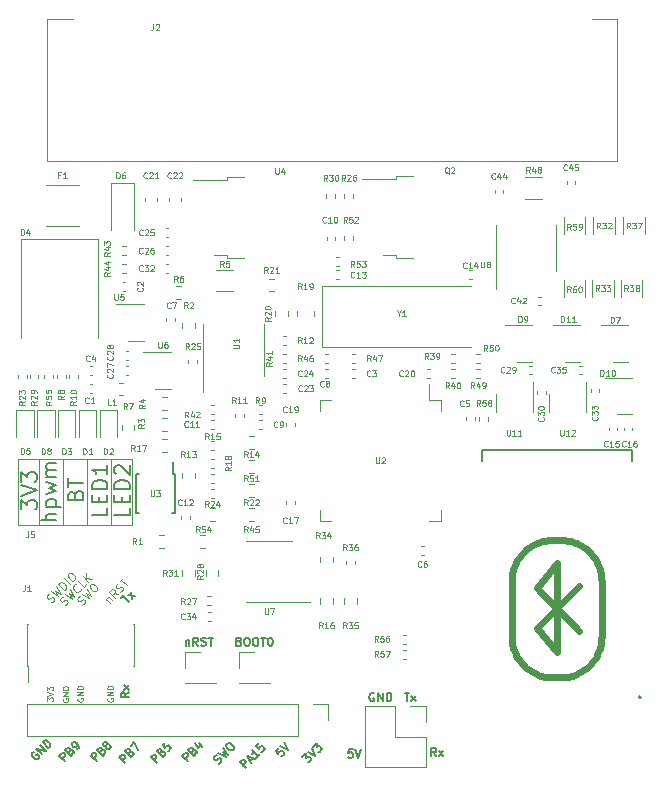
<source format=gto>
G04 #@! TF.GenerationSoftware,KiCad,Pcbnew,(6.0.1)*
G04 #@! TF.CreationDate,2022-08-31T18:15:56+03:00*
G04 #@! TF.ProjectId,wideband_controller,77696465-6261-46e6-945f-636f6e74726f,rev?*
G04 #@! TF.SameCoordinates,PX5d42830PY713e7a8*
G04 #@! TF.FileFunction,Legend,Top*
G04 #@! TF.FilePolarity,Positive*
%FSLAX46Y46*%
G04 Gerber Fmt 4.6, Leading zero omitted, Abs format (unit mm)*
G04 Created by KiCad (PCBNEW (6.0.1)) date 2022-08-31 18:15:56*
%MOMM*%
%LPD*%
G01*
G04 APERTURE LIST*
%ADD10C,0.120000*%
%ADD11C,0.150000*%
%ADD12C,0.125000*%
%ADD13C,0.631031*%
%ADD14C,0.200000*%
%ADD15O,1.798000X1.798000*%
%ADD16C,1.148000*%
%ADD17C,1.089000*%
%ADD18C,0.885000*%
G04 APERTURE END LIST*
D10*
X12236000Y23129000D02*
X12236000Y28717000D01*
X12236000Y28717000D02*
X2584000Y28717000D01*
X2584000Y23129000D02*
X12236000Y23129000D01*
X2584000Y28717000D02*
X2584000Y23129000D01*
X8426000Y28717000D02*
X8426000Y23129000D01*
X4362000Y28717000D02*
X4362000Y23129000D01*
X6394000Y28717000D02*
X6394000Y23129000D01*
X10458000Y28717000D02*
X10458000Y23129000D01*
D11*
X12062095Y24595239D02*
X12062095Y23976191D01*
X10762095Y23976191D01*
X11381142Y25028572D02*
X11381142Y25461905D01*
X12062095Y25647620D02*
X12062095Y25028572D01*
X10762095Y25028572D01*
X10762095Y25647620D01*
X12062095Y26204762D02*
X10762095Y26204762D01*
X10762095Y26514286D01*
X10824000Y26700000D01*
X10947809Y26823810D01*
X11071619Y26885715D01*
X11319238Y26947620D01*
X11504952Y26947620D01*
X11752571Y26885715D01*
X11876380Y26823810D01*
X12000190Y26700000D01*
X12062095Y26514286D01*
X12062095Y26204762D01*
X10885904Y27442858D02*
X10824000Y27504762D01*
X10762095Y27628572D01*
X10762095Y27938096D01*
X10824000Y28061905D01*
X10885904Y28123810D01*
X11009714Y28185715D01*
X11133523Y28185715D01*
X11319238Y28123810D01*
X12062095Y27380953D01*
X12062095Y28185715D01*
X30916666Y4133334D02*
X30583333Y4133334D01*
X30550000Y3800000D01*
X30583333Y3833334D01*
X30650000Y3866667D01*
X30816666Y3866667D01*
X30883333Y3833334D01*
X30916666Y3800000D01*
X30950000Y3733334D01*
X30950000Y3566667D01*
X30916666Y3500000D01*
X30883333Y3466667D01*
X30816666Y3433334D01*
X30650000Y3433334D01*
X30583333Y3466667D01*
X30550000Y3500000D01*
X31150000Y4133334D02*
X31383333Y3433334D01*
X31616666Y4133334D01*
X32740666Y8859000D02*
X32674000Y8892334D01*
X32574000Y8892334D01*
X32474000Y8859000D01*
X32407333Y8792334D01*
X32374000Y8725667D01*
X32340666Y8592334D01*
X32340666Y8492334D01*
X32374000Y8359000D01*
X32407333Y8292334D01*
X32474000Y8225667D01*
X32574000Y8192334D01*
X32640666Y8192334D01*
X32740666Y8225667D01*
X32774000Y8259000D01*
X32774000Y8492334D01*
X32640666Y8492334D01*
X33074000Y8192334D02*
X33074000Y8892334D01*
X33474000Y8192334D01*
X33474000Y8892334D01*
X33807333Y8192334D02*
X33807333Y8892334D01*
X33974000Y8892334D01*
X34074000Y8859000D01*
X34140666Y8792334D01*
X34174000Y8725667D01*
X34207333Y8592334D01*
X34207333Y8492334D01*
X34174000Y8359000D01*
X34140666Y8292334D01*
X34074000Y8225667D01*
X33974000Y8192334D01*
X33807333Y8192334D01*
D12*
X6573761Y16333068D02*
X6668042Y16380208D01*
X6785893Y16498059D01*
X6809463Y16568770D01*
X6809463Y16615911D01*
X6785893Y16686621D01*
X6738752Y16733762D01*
X6668042Y16757332D01*
X6620901Y16757332D01*
X6550190Y16733762D01*
X6432339Y16663051D01*
X6361629Y16639481D01*
X6314488Y16639481D01*
X6243778Y16663051D01*
X6196637Y16710191D01*
X6173067Y16780902D01*
X6173067Y16828043D01*
X6196637Y16898753D01*
X6314488Y17016604D01*
X6408769Y17063745D01*
X6550190Y17252307D02*
X7163016Y16875183D01*
X6903744Y17323017D01*
X7351578Y17063745D01*
X6974455Y17676571D01*
X7893693Y17700141D02*
X7893693Y17653000D01*
X7846553Y17558720D01*
X7799412Y17511579D01*
X7705132Y17464439D01*
X7610851Y17464439D01*
X7540140Y17488009D01*
X7422289Y17558720D01*
X7351578Y17629430D01*
X7280867Y17747281D01*
X7257297Y17817992D01*
X7257297Y17912273D01*
X7304438Y18006554D01*
X7351578Y18053694D01*
X7445859Y18100835D01*
X7492999Y18100835D01*
X8388668Y18100835D02*
X8152966Y17865133D01*
X7657991Y18360107D01*
X8553660Y18265826D02*
X8058685Y18760801D01*
X8836502Y18548669D02*
X8341528Y18619380D01*
X8341528Y19043644D02*
X8341528Y18477958D01*
X5427067Y16572707D02*
X5521348Y16619847D01*
X5639199Y16737698D01*
X5662770Y16808409D01*
X5662770Y16855549D01*
X5639199Y16926260D01*
X5592059Y16973400D01*
X5521348Y16996971D01*
X5474208Y16996971D01*
X5403497Y16973400D01*
X5285646Y16902690D01*
X5214935Y16879119D01*
X5167795Y16879119D01*
X5097084Y16902690D01*
X5049944Y16949830D01*
X5026374Y17020541D01*
X5026374Y17067681D01*
X5049944Y17138392D01*
X5167795Y17256243D01*
X5262076Y17303384D01*
X5403497Y17491945D02*
X6016323Y17114822D01*
X5757051Y17562656D01*
X6204885Y17303384D01*
X5827761Y17916209D01*
X6511298Y17609796D02*
X6016323Y18104771D01*
X6134174Y18222622D01*
X6228455Y18269763D01*
X6322736Y18269763D01*
X6393447Y18246193D01*
X6511298Y18175482D01*
X6582008Y18104771D01*
X6652719Y17986920D01*
X6676289Y17916209D01*
X6676289Y17821928D01*
X6629149Y17727648D01*
X6511298Y17609796D01*
X7006273Y18104771D02*
X6511298Y18599746D01*
X6841281Y18929729D02*
X6935562Y19024010D01*
X7006273Y19047580D01*
X7100553Y19047580D01*
X7218405Y18976870D01*
X7383396Y18811878D01*
X7454107Y18694027D01*
X7454107Y18599746D01*
X7430537Y18529035D01*
X7336256Y18434754D01*
X7265545Y18411184D01*
X7171264Y18411184D01*
X7053413Y18481895D01*
X6888421Y18646886D01*
X6817711Y18764738D01*
X6817711Y18859018D01*
X6841281Y18929729D01*
D11*
X12000666Y8950334D02*
X11667333Y8717000D01*
X12000666Y8550334D02*
X11300666Y8550334D01*
X11300666Y8817000D01*
X11334000Y8883667D01*
X11367333Y8917000D01*
X11434000Y8950334D01*
X11534000Y8950334D01*
X11600666Y8917000D01*
X11634000Y8883667D01*
X11667333Y8817000D01*
X11667333Y8550334D01*
X12000666Y9183667D02*
X11534000Y9550334D01*
X11534000Y9183667D02*
X12000666Y9550334D01*
D12*
X5061552Y8209328D02*
X5061552Y8518852D01*
X5252028Y8352185D01*
X5252028Y8423614D01*
X5275838Y8471233D01*
X5299647Y8495042D01*
X5347266Y8518852D01*
X5466314Y8518852D01*
X5513933Y8495042D01*
X5537742Y8471233D01*
X5561552Y8423614D01*
X5561552Y8280756D01*
X5537742Y8233137D01*
X5513933Y8209328D01*
X5061552Y8661709D02*
X5561552Y8828375D01*
X5061552Y8995042D01*
X5061552Y9114090D02*
X5061552Y9423614D01*
X5252028Y9256947D01*
X5252028Y9328375D01*
X5275838Y9375995D01*
X5299647Y9399804D01*
X5347266Y9423614D01*
X5466314Y9423614D01*
X5513933Y9399804D01*
X5537742Y9375995D01*
X5561552Y9328375D01*
X5561552Y9185518D01*
X5537742Y9137899D01*
X5513933Y9114090D01*
D11*
X26675116Y3468232D02*
X26981529Y3774645D01*
X27005099Y3421092D01*
X27075810Y3491802D01*
X27146521Y3515373D01*
X27193661Y3515373D01*
X27264372Y3491802D01*
X27382223Y3373951D01*
X27405793Y3303241D01*
X27405793Y3256100D01*
X27382223Y3185390D01*
X27240801Y3043968D01*
X27170091Y3020398D01*
X27122950Y3020398D01*
X27122950Y3916067D02*
X27782917Y3586083D01*
X27452933Y4246050D01*
X27570785Y4363901D02*
X27877198Y4670314D01*
X27900768Y4316760D01*
X27971478Y4387471D01*
X28042189Y4411041D01*
X28089330Y4411041D01*
X28160040Y4387471D01*
X28277891Y4269620D01*
X28301462Y4198909D01*
X28301462Y4151769D01*
X28277891Y4081058D01*
X28136470Y3939637D01*
X28065759Y3916067D01*
X28018619Y3916067D01*
X21322666Y13258000D02*
X21422666Y13224667D01*
X21456000Y13191334D01*
X21489333Y13124667D01*
X21489333Y13024667D01*
X21456000Y12958000D01*
X21422666Y12924667D01*
X21356000Y12891334D01*
X21089333Y12891334D01*
X21089333Y13591334D01*
X21322666Y13591334D01*
X21389333Y13558000D01*
X21422666Y13524667D01*
X21456000Y13458000D01*
X21456000Y13391334D01*
X21422666Y13324667D01*
X21389333Y13291334D01*
X21322666Y13258000D01*
X21089333Y13258000D01*
X21922666Y13591334D02*
X22056000Y13591334D01*
X22122666Y13558000D01*
X22189333Y13491334D01*
X22222666Y13358000D01*
X22222666Y13124667D01*
X22189333Y12991334D01*
X22122666Y12924667D01*
X22056000Y12891334D01*
X21922666Y12891334D01*
X21856000Y12924667D01*
X21789333Y12991334D01*
X21756000Y13124667D01*
X21756000Y13358000D01*
X21789333Y13491334D01*
X21856000Y13558000D01*
X21922666Y13591334D01*
X22656000Y13591334D02*
X22789333Y13591334D01*
X22856000Y13558000D01*
X22922666Y13491334D01*
X22956000Y13358000D01*
X22956000Y13124667D01*
X22922666Y12991334D01*
X22856000Y12924667D01*
X22789333Y12891334D01*
X22656000Y12891334D01*
X22589333Y12924667D01*
X22522666Y12991334D01*
X22489333Y13124667D01*
X22489333Y13358000D01*
X22522666Y13491334D01*
X22589333Y13558000D01*
X22656000Y13591334D01*
X23156000Y13591334D02*
X23556000Y13591334D01*
X23356000Y12891334D02*
X23356000Y13591334D01*
X23922666Y13591334D02*
X23989333Y13591334D01*
X24056000Y13558000D01*
X24089333Y13524667D01*
X24122666Y13458000D01*
X24156000Y13324667D01*
X24156000Y13158000D01*
X24122666Y13024667D01*
X24089333Y12958000D01*
X24056000Y12924667D01*
X23989333Y12891334D01*
X23922666Y12891334D01*
X23856000Y12924667D01*
X23822666Y12958000D01*
X23789333Y13024667D01*
X23756000Y13158000D01*
X23756000Y13324667D01*
X23789333Y13458000D01*
X23822666Y13524667D01*
X23856000Y13558000D01*
X23922666Y13591334D01*
X19582810Y2926117D02*
X19677091Y2973257D01*
X19794942Y3091109D01*
X19818512Y3161819D01*
X19818512Y3208960D01*
X19794942Y3279670D01*
X19747801Y3326811D01*
X19677091Y3350381D01*
X19629950Y3350381D01*
X19559240Y3326811D01*
X19441389Y3256100D01*
X19370678Y3232530D01*
X19323537Y3232530D01*
X19252827Y3256100D01*
X19205686Y3303241D01*
X19182116Y3373951D01*
X19182116Y3421092D01*
X19205686Y3491802D01*
X19323537Y3609654D01*
X19417818Y3656794D01*
X19559240Y3845356D02*
X20172066Y3468232D01*
X19912793Y3916067D01*
X20360627Y3656794D01*
X19983504Y4269620D01*
X20266346Y4552463D02*
X20360627Y4646744D01*
X20431338Y4670314D01*
X20525619Y4670314D01*
X20643470Y4599603D01*
X20808462Y4434611D01*
X20879172Y4316760D01*
X20879172Y4222479D01*
X20855602Y4151769D01*
X20761321Y4057488D01*
X20690610Y4033918D01*
X20596330Y4033918D01*
X20478478Y4104628D01*
X20313487Y4269620D01*
X20242776Y4387471D01*
X20242776Y4481752D01*
X20266346Y4552463D01*
D12*
X6390924Y8421312D02*
X6367114Y8373693D01*
X6367114Y8302264D01*
X6390924Y8230836D01*
X6438543Y8183217D01*
X6486162Y8159407D01*
X6581400Y8135598D01*
X6652828Y8135598D01*
X6748066Y8159407D01*
X6795685Y8183217D01*
X6843304Y8230836D01*
X6867114Y8302264D01*
X6867114Y8349884D01*
X6843304Y8421312D01*
X6819495Y8445122D01*
X6652828Y8445122D01*
X6652828Y8349884D01*
X6867114Y8659407D02*
X6367114Y8659407D01*
X6867114Y8945122D01*
X6367114Y8945122D01*
X6867114Y9183217D02*
X6367114Y9183217D01*
X6367114Y9302264D01*
X6390924Y9373693D01*
X6438543Y9421312D01*
X6486162Y9445122D01*
X6581400Y9468931D01*
X6652828Y9468931D01*
X6748066Y9445122D01*
X6795685Y9421312D01*
X6843304Y9373693D01*
X6867114Y9302264D01*
X6867114Y9183217D01*
X10038116Y16854249D02*
X10368099Y16524266D01*
X10085256Y16807109D02*
X10085256Y16854249D01*
X10108827Y16924960D01*
X10179537Y16995670D01*
X10250248Y17019241D01*
X10320959Y16995670D01*
X10580231Y16736398D01*
X11098776Y17254943D02*
X10698082Y17325654D01*
X10815933Y16972100D02*
X10320959Y17467075D01*
X10509521Y17655637D01*
X10580231Y17679207D01*
X10627372Y17679207D01*
X10698082Y17655637D01*
X10768793Y17584926D01*
X10792363Y17514215D01*
X10792363Y17467075D01*
X10768793Y17396364D01*
X10580231Y17207802D01*
X11263768Y17467075D02*
X11358049Y17514215D01*
X11475900Y17632067D01*
X11499470Y17702777D01*
X11499470Y17749918D01*
X11475900Y17820628D01*
X11428759Y17867769D01*
X11358049Y17891339D01*
X11310908Y17891339D01*
X11240198Y17867769D01*
X11122346Y17797058D01*
X11051636Y17773488D01*
X11004495Y17773488D01*
X10933785Y17797058D01*
X10886644Y17844199D01*
X10863074Y17914909D01*
X10863074Y17962050D01*
X10886644Y18032760D01*
X11004495Y18150611D01*
X11098776Y18197752D01*
X11216627Y18362744D02*
X11499470Y18645586D01*
X11853023Y18009190D02*
X11358049Y18504165D01*
D11*
X11325174Y16947290D02*
X11608016Y17230133D01*
X11961570Y16593736D02*
X11466595Y17088711D01*
X12220842Y16853009D02*
X12150132Y17442265D01*
X11890859Y17182992D02*
X12480115Y17112281D01*
X24653661Y4240777D02*
X24417959Y4005075D01*
X24630091Y3745802D01*
X24630091Y3792943D01*
X24653661Y3863654D01*
X24771512Y3981505D01*
X24842223Y4005075D01*
X24889363Y4005075D01*
X24960074Y3981505D01*
X25077925Y3863654D01*
X25101495Y3792943D01*
X25101495Y3745802D01*
X25077925Y3675092D01*
X24960074Y3557241D01*
X24889363Y3533670D01*
X24842223Y3533670D01*
X24818653Y4405769D02*
X25478619Y4075786D01*
X25148636Y4735752D01*
X16807000Y13358000D02*
X16807000Y12891334D01*
X16807000Y13291334D02*
X16840333Y13324667D01*
X16907000Y13358000D01*
X17007000Y13358000D01*
X17073666Y13324667D01*
X17107000Y13258000D01*
X17107000Y12891334D01*
X17840333Y12891334D02*
X17607000Y13224667D01*
X17440333Y12891334D02*
X17440333Y13591334D01*
X17707000Y13591334D01*
X17773666Y13558000D01*
X17807000Y13524667D01*
X17840333Y13458000D01*
X17840333Y13358000D01*
X17807000Y13291334D01*
X17773666Y13258000D01*
X17707000Y13224667D01*
X17440333Y13224667D01*
X18107000Y12924667D02*
X18207000Y12891334D01*
X18373666Y12891334D01*
X18440333Y12924667D01*
X18473666Y12958000D01*
X18507000Y13024667D01*
X18507000Y13091334D01*
X18473666Y13158000D01*
X18440333Y13191334D01*
X18373666Y13224667D01*
X18240333Y13258000D01*
X18173666Y13291334D01*
X18140333Y13324667D01*
X18107000Y13391334D01*
X18107000Y13458000D01*
X18140333Y13524667D01*
X18173666Y13558000D01*
X18240333Y13591334D01*
X18407000Y13591334D01*
X18507000Y13558000D01*
X18707000Y13591334D02*
X19107000Y13591334D01*
X18907000Y12891334D02*
X18907000Y13591334D01*
X10157095Y24595239D02*
X10157095Y23976191D01*
X8857095Y23976191D01*
X9476142Y25028572D02*
X9476142Y25461905D01*
X10157095Y25647620D02*
X10157095Y25028572D01*
X8857095Y25028572D01*
X8857095Y25647620D01*
X10157095Y26204762D02*
X8857095Y26204762D01*
X8857095Y26514286D01*
X8919000Y26700000D01*
X9042809Y26823810D01*
X9166619Y26885715D01*
X9414238Y26947620D01*
X9599952Y26947620D01*
X9847571Y26885715D01*
X9971380Y26823810D01*
X10095190Y26700000D01*
X10157095Y26514286D01*
X10157095Y26204762D01*
X10157095Y28185715D02*
X10157095Y27442858D01*
X10157095Y27814286D02*
X8857095Y27814286D01*
X9042809Y27690477D01*
X9166619Y27566667D01*
X9228523Y27442858D01*
X11676091Y2973257D02*
X11181116Y3468232D01*
X11369678Y3656794D01*
X11440389Y3680364D01*
X11487529Y3680364D01*
X11558240Y3656794D01*
X11628950Y3586083D01*
X11652521Y3515373D01*
X11652521Y3468232D01*
X11628950Y3397522D01*
X11440389Y3208960D01*
X12076785Y3892496D02*
X12171066Y3939637D01*
X12218206Y3939637D01*
X12288917Y3916067D01*
X12359627Y3845356D01*
X12383198Y3774645D01*
X12383198Y3727505D01*
X12359627Y3656794D01*
X12171066Y3468232D01*
X11676091Y3963207D01*
X11841082Y4128199D01*
X11911793Y4151769D01*
X11958933Y4151769D01*
X12029644Y4128199D01*
X12076785Y4081058D01*
X12100355Y4010347D01*
X12100355Y3963207D01*
X12076785Y3892496D01*
X11911793Y3727505D01*
X12123925Y4411041D02*
X12453908Y4741024D01*
X12736751Y4033918D01*
X9263091Y3100257D02*
X8768116Y3595232D01*
X8956678Y3783794D01*
X9027389Y3807364D01*
X9074529Y3807364D01*
X9145240Y3783794D01*
X9215950Y3713083D01*
X9239521Y3642373D01*
X9239521Y3595232D01*
X9215950Y3524522D01*
X9027389Y3335960D01*
X9663785Y4019496D02*
X9758066Y4066637D01*
X9805206Y4066637D01*
X9875917Y4043067D01*
X9946627Y3972356D01*
X9970198Y3901645D01*
X9970198Y3854505D01*
X9946627Y3783794D01*
X9758066Y3595232D01*
X9263091Y4090207D01*
X9428082Y4255199D01*
X9498793Y4278769D01*
X9545933Y4278769D01*
X9616644Y4255199D01*
X9663785Y4208058D01*
X9687355Y4137347D01*
X9687355Y4090207D01*
X9663785Y4019496D01*
X9498793Y3854505D01*
X10040908Y4443760D02*
X9970198Y4420190D01*
X9923057Y4420190D01*
X9852346Y4443760D01*
X9828776Y4467331D01*
X9805206Y4538041D01*
X9805206Y4585182D01*
X9828776Y4655892D01*
X9923057Y4750173D01*
X9993768Y4773744D01*
X10040908Y4773744D01*
X10111619Y4750173D01*
X10135189Y4726603D01*
X10158759Y4655892D01*
X10158759Y4608752D01*
X10135189Y4538041D01*
X10040908Y4443760D01*
X10017338Y4373050D01*
X10017338Y4325909D01*
X10040908Y4255199D01*
X10135189Y4160918D01*
X10205900Y4137347D01*
X10253040Y4137347D01*
X10323751Y4160918D01*
X10418032Y4255199D01*
X10441602Y4325909D01*
X10441602Y4373050D01*
X10418032Y4443760D01*
X10323751Y4538041D01*
X10253040Y4561611D01*
X10205900Y4561611D01*
X10135189Y4538041D01*
D12*
X8025810Y16388117D02*
X8120091Y16435257D01*
X8237942Y16553109D01*
X8261512Y16623819D01*
X8261512Y16670960D01*
X8237942Y16741670D01*
X8190801Y16788811D01*
X8120091Y16812381D01*
X8072950Y16812381D01*
X8002240Y16788811D01*
X7884389Y16718100D01*
X7813678Y16694530D01*
X7766537Y16694530D01*
X7695827Y16718100D01*
X7648686Y16765241D01*
X7625116Y16835951D01*
X7625116Y16883092D01*
X7648686Y16953802D01*
X7766537Y17071654D01*
X7860818Y17118794D01*
X8002240Y17307356D02*
X8615066Y16930232D01*
X8355793Y17378067D01*
X8803627Y17118794D01*
X8426504Y17731620D01*
X8709346Y18014463D02*
X8803627Y18108744D01*
X8874338Y18132314D01*
X8968619Y18132314D01*
X9086470Y18061603D01*
X9251462Y17896611D01*
X9322172Y17778760D01*
X9322172Y17684479D01*
X9298602Y17613769D01*
X9204321Y17519488D01*
X9133610Y17495918D01*
X9039330Y17495918D01*
X8921478Y17566628D01*
X8756487Y17731620D01*
X8685776Y17849471D01*
X8685776Y17943752D01*
X8709346Y18014463D01*
D11*
X37983333Y3533334D02*
X37750000Y3866667D01*
X37583333Y3533334D02*
X37583333Y4233334D01*
X37850000Y4233334D01*
X37916666Y4200000D01*
X37950000Y4166667D01*
X37983333Y4100000D01*
X37983333Y4000000D01*
X37950000Y3933334D01*
X37916666Y3900000D01*
X37850000Y3866667D01*
X37583333Y3866667D01*
X38216666Y3533334D02*
X38583333Y4000000D01*
X38216666Y4000000D02*
X38583333Y3533334D01*
X7444142Y25647620D02*
X7506047Y25833334D01*
X7567952Y25895239D01*
X7691761Y25957143D01*
X7877476Y25957143D01*
X8001285Y25895239D01*
X8063190Y25833334D01*
X8125095Y25709524D01*
X8125095Y25214286D01*
X6825095Y25214286D01*
X6825095Y25647620D01*
X6887000Y25771429D01*
X6948904Y25833334D01*
X7072714Y25895239D01*
X7196523Y25895239D01*
X7320333Y25833334D01*
X7382238Y25771429D01*
X7444142Y25647620D01*
X7444142Y25214286D01*
X6825095Y26328572D02*
X6825095Y27071429D01*
X8125095Y26700000D02*
X6825095Y26700000D01*
X14343091Y2973257D02*
X13848116Y3468232D01*
X14036678Y3656794D01*
X14107389Y3680364D01*
X14154529Y3680364D01*
X14225240Y3656794D01*
X14295950Y3586083D01*
X14319521Y3515373D01*
X14319521Y3468232D01*
X14295950Y3397522D01*
X14107389Y3208960D01*
X14743785Y3892496D02*
X14838066Y3939637D01*
X14885206Y3939637D01*
X14955917Y3916067D01*
X15026627Y3845356D01*
X15050198Y3774645D01*
X15050198Y3727505D01*
X15026627Y3656794D01*
X14838066Y3468232D01*
X14343091Y3963207D01*
X14508082Y4128199D01*
X14578793Y4151769D01*
X14625933Y4151769D01*
X14696644Y4128199D01*
X14743785Y4081058D01*
X14767355Y4010347D01*
X14767355Y3963207D01*
X14743785Y3892496D01*
X14578793Y3727505D01*
X15073768Y4693884D02*
X14838066Y4458182D01*
X15050198Y4198909D01*
X15050198Y4246050D01*
X15073768Y4316760D01*
X15191619Y4434611D01*
X15262330Y4458182D01*
X15309470Y4458182D01*
X15380181Y4434611D01*
X15498032Y4316760D01*
X15521602Y4246050D01*
X15521602Y4198909D01*
X15498032Y4128199D01*
X15380181Y4010347D01*
X15309470Y3986777D01*
X15262330Y3986777D01*
X21889744Y2518911D02*
X21394769Y3013885D01*
X21583331Y3202447D01*
X21654042Y3226017D01*
X21701182Y3226017D01*
X21771893Y3202447D01*
X21842603Y3131736D01*
X21866174Y3061026D01*
X21866174Y3013885D01*
X21842603Y2943175D01*
X21654042Y2754613D01*
X22219727Y3131736D02*
X22455429Y3367439D01*
X22314008Y2943175D02*
X21984025Y3603141D01*
X22643991Y3273158D01*
X23068255Y3697422D02*
X22785412Y3414579D01*
X22926834Y3556000D02*
X22431859Y4050975D01*
X22455429Y3933124D01*
X22455429Y3838843D01*
X22431859Y3768133D01*
X23021115Y4640231D02*
X22785412Y4404529D01*
X22997544Y4145256D01*
X22997544Y4192397D01*
X23021115Y4263107D01*
X23138966Y4380958D01*
X23209677Y4404529D01*
X23256817Y4404529D01*
X23327528Y4380958D01*
X23445379Y4263107D01*
X23468949Y4192397D01*
X23468949Y4145256D01*
X23445379Y4074545D01*
X23327528Y3956694D01*
X23256817Y3933124D01*
X23209677Y3933124D01*
X35330666Y8892334D02*
X35730666Y8892334D01*
X35530666Y8192334D02*
X35530666Y8892334D01*
X35897333Y8192334D02*
X36264000Y8659000D01*
X35897333Y8659000D02*
X36264000Y8192334D01*
X17010091Y3100257D02*
X16515116Y3595232D01*
X16703678Y3783794D01*
X16774389Y3807364D01*
X16821529Y3807364D01*
X16892240Y3783794D01*
X16962950Y3713083D01*
X16986521Y3642373D01*
X16986521Y3595232D01*
X16962950Y3524522D01*
X16774389Y3335960D01*
X17410785Y4019496D02*
X17505066Y4066637D01*
X17552206Y4066637D01*
X17622917Y4043067D01*
X17693627Y3972356D01*
X17717198Y3901645D01*
X17717198Y3854505D01*
X17693627Y3783794D01*
X17505066Y3595232D01*
X17010091Y4090207D01*
X17175082Y4255199D01*
X17245793Y4278769D01*
X17292933Y4278769D01*
X17363644Y4255199D01*
X17410785Y4208058D01*
X17434355Y4137347D01*
X17434355Y4090207D01*
X17410785Y4019496D01*
X17245793Y3854505D01*
X17882189Y4632322D02*
X18212172Y4302339D01*
X17575776Y4703033D02*
X17811478Y4231628D01*
X18117891Y4538041D01*
D12*
X7644264Y8460479D02*
X7620454Y8412860D01*
X7620454Y8341431D01*
X7644264Y8270003D01*
X7691883Y8222384D01*
X7739502Y8198574D01*
X7834740Y8174765D01*
X7906168Y8174765D01*
X8001406Y8198574D01*
X8049025Y8222384D01*
X8096644Y8270003D01*
X8120454Y8341431D01*
X8120454Y8389051D01*
X8096644Y8460479D01*
X8072835Y8484289D01*
X7906168Y8484289D01*
X7906168Y8389051D01*
X8120454Y8698574D02*
X7620454Y8698574D01*
X8120454Y8984289D01*
X7620454Y8984289D01*
X8120454Y9222384D02*
X7620454Y9222384D01*
X7620454Y9341431D01*
X7644264Y9412860D01*
X7691883Y9460479D01*
X7739502Y9484289D01*
X7834740Y9508098D01*
X7906168Y9508098D01*
X8001406Y9484289D01*
X8049025Y9460479D01*
X8096644Y9412860D01*
X8120454Y9341431D01*
X8120454Y9222384D01*
D11*
X3947389Y3934364D02*
X3876678Y3910794D01*
X3805967Y3840083D01*
X3758827Y3745802D01*
X3758827Y3651522D01*
X3782397Y3580811D01*
X3853108Y3462960D01*
X3923818Y3392249D01*
X4041669Y3321538D01*
X4112380Y3297968D01*
X4206661Y3297968D01*
X4300942Y3345109D01*
X4348082Y3392249D01*
X4395223Y3486530D01*
X4395223Y3533670D01*
X4230231Y3698662D01*
X4135950Y3604381D01*
X4654495Y3698662D02*
X4159521Y4193637D01*
X4937338Y3981505D01*
X4442363Y4476479D01*
X5173040Y4217207D02*
X4678066Y4712182D01*
X4795917Y4830033D01*
X4890198Y4877173D01*
X4984478Y4877173D01*
X5055189Y4853603D01*
X5173040Y4782892D01*
X5243751Y4712182D01*
X5314462Y4594331D01*
X5338032Y4523620D01*
X5338032Y4429339D01*
X5290891Y4335058D01*
X5173040Y4217207D01*
X2888095Y24440477D02*
X2888095Y25245239D01*
X3383333Y24811905D01*
X3383333Y24997620D01*
X3445238Y25121429D01*
X3507142Y25183334D01*
X3630952Y25245239D01*
X3940476Y25245239D01*
X4064285Y25183334D01*
X4126190Y25121429D01*
X4188095Y24997620D01*
X4188095Y24626191D01*
X4126190Y24502381D01*
X4064285Y24440477D01*
X2888095Y25616667D02*
X4188095Y26050000D01*
X2888095Y26483334D01*
X2888095Y26792858D02*
X2888095Y27597620D01*
X3383333Y27164286D01*
X3383333Y27350000D01*
X3445238Y27473810D01*
X3507142Y27535715D01*
X3630952Y27597620D01*
X3940476Y27597620D01*
X4064285Y27535715D01*
X4126190Y27473810D01*
X4188095Y27350000D01*
X4188095Y26978572D01*
X4126190Y26854762D01*
X4064285Y26792858D01*
D12*
X10184216Y8451305D02*
X10160406Y8403686D01*
X10160406Y8332257D01*
X10184216Y8260829D01*
X10231835Y8213210D01*
X10279454Y8189400D01*
X10374692Y8165591D01*
X10446120Y8165591D01*
X10541358Y8189400D01*
X10588977Y8213210D01*
X10636596Y8260829D01*
X10660406Y8332257D01*
X10660406Y8379877D01*
X10636596Y8451305D01*
X10612787Y8475115D01*
X10446120Y8475115D01*
X10446120Y8379877D01*
X10660406Y8689400D02*
X10160406Y8689400D01*
X10660406Y8975115D01*
X10160406Y8975115D01*
X10660406Y9213210D02*
X10160406Y9213210D01*
X10160406Y9332257D01*
X10184216Y9403686D01*
X10231835Y9451305D01*
X10279454Y9475115D01*
X10374692Y9498924D01*
X10446120Y9498924D01*
X10541358Y9475115D01*
X10588977Y9451305D01*
X10636596Y9403686D01*
X10660406Y9332257D01*
X10660406Y9213210D01*
D11*
X5839095Y23508715D02*
X4539095Y23508715D01*
X5839095Y24065858D02*
X5158142Y24065858D01*
X5034333Y24003953D01*
X4972428Y23880143D01*
X4972428Y23694429D01*
X5034333Y23570620D01*
X5096238Y23508715D01*
X4972428Y24684905D02*
X6272428Y24684905D01*
X5034333Y24684905D02*
X4972428Y24808715D01*
X4972428Y25056334D01*
X5034333Y25180143D01*
X5096238Y25242048D01*
X5220047Y25303953D01*
X5591476Y25303953D01*
X5715285Y25242048D01*
X5777190Y25180143D01*
X5839095Y25056334D01*
X5839095Y24808715D01*
X5777190Y24684905D01*
X4972428Y25737286D02*
X5839095Y25984905D01*
X5220047Y26232524D01*
X5839095Y26480143D01*
X4972428Y26727762D01*
X5839095Y27223000D02*
X4972428Y27223000D01*
X5096238Y27223000D02*
X5034333Y27284905D01*
X4972428Y27408715D01*
X4972428Y27594429D01*
X5034333Y27718239D01*
X5158142Y27780143D01*
X5839095Y27780143D01*
X5158142Y27780143D02*
X5034333Y27842048D01*
X4972428Y27965858D01*
X4972428Y28151572D01*
X5034333Y28275381D01*
X5158142Y28337286D01*
X5839095Y28337286D01*
X6596091Y3100257D02*
X6101116Y3595232D01*
X6289678Y3783794D01*
X6360389Y3807364D01*
X6407529Y3807364D01*
X6478240Y3783794D01*
X6548950Y3713083D01*
X6572521Y3642373D01*
X6572521Y3595232D01*
X6548950Y3524522D01*
X6360389Y3335960D01*
X6996785Y4019496D02*
X7091066Y4066637D01*
X7138206Y4066637D01*
X7208917Y4043067D01*
X7279627Y3972356D01*
X7303198Y3901645D01*
X7303198Y3854505D01*
X7279627Y3783794D01*
X7091066Y3595232D01*
X6596091Y4090207D01*
X6761082Y4255199D01*
X6831793Y4278769D01*
X6878933Y4278769D01*
X6949644Y4255199D01*
X6996785Y4208058D01*
X7020355Y4137347D01*
X7020355Y4090207D01*
X6996785Y4019496D01*
X6831793Y3854505D01*
X7609610Y4113777D02*
X7703891Y4208058D01*
X7727462Y4278769D01*
X7727462Y4325909D01*
X7703891Y4443760D01*
X7633181Y4561611D01*
X7444619Y4750173D01*
X7373908Y4773744D01*
X7326768Y4773744D01*
X7256057Y4750173D01*
X7161776Y4655892D01*
X7138206Y4585182D01*
X7138206Y4538041D01*
X7161776Y4467331D01*
X7279627Y4349479D01*
X7350338Y4325909D01*
X7397478Y4325909D01*
X7468189Y4349479D01*
X7562470Y4443760D01*
X7586040Y4514471D01*
X7586040Y4561611D01*
X7562470Y4632322D01*
D12*
G04 #@! TO.C,R9*
X23030666Y33428810D02*
X22864000Y33666905D01*
X22744952Y33428810D02*
X22744952Y33928810D01*
X22935428Y33928810D01*
X22983047Y33905000D01*
X23006857Y33881191D01*
X23030666Y33833572D01*
X23030666Y33762143D01*
X23006857Y33714524D01*
X22983047Y33690715D01*
X22935428Y33666905D01*
X22744952Y33666905D01*
X23268761Y33428810D02*
X23364000Y33428810D01*
X23411619Y33452620D01*
X23435428Y33476429D01*
X23483047Y33547858D01*
X23506857Y33643096D01*
X23506857Y33833572D01*
X23483047Y33881191D01*
X23459238Y33905000D01*
X23411619Y33928810D01*
X23316380Y33928810D01*
X23268761Y33905000D01*
X23244952Y33881191D01*
X23221142Y33833572D01*
X23221142Y33714524D01*
X23244952Y33666905D01*
X23268761Y33643096D01*
X23316380Y33619286D01*
X23411619Y33619286D01*
X23459238Y33643096D01*
X23483047Y33666905D01*
X23506857Y33714524D01*
G04 #@! TO.C,C8*
X28491666Y34873429D02*
X28467857Y34849620D01*
X28396428Y34825810D01*
X28348809Y34825810D01*
X28277380Y34849620D01*
X28229761Y34897239D01*
X28205952Y34944858D01*
X28182142Y35040096D01*
X28182142Y35111524D01*
X28205952Y35206762D01*
X28229761Y35254381D01*
X28277380Y35302000D01*
X28348809Y35325810D01*
X28396428Y35325810D01*
X28467857Y35302000D01*
X28491666Y35278191D01*
X28777380Y35111524D02*
X28729761Y35135334D01*
X28705952Y35159143D01*
X28682142Y35206762D01*
X28682142Y35230572D01*
X28705952Y35278191D01*
X28729761Y35302000D01*
X28777380Y35325810D01*
X28872619Y35325810D01*
X28920238Y35302000D01*
X28944047Y35278191D01*
X28967857Y35230572D01*
X28967857Y35206762D01*
X28944047Y35159143D01*
X28920238Y35135334D01*
X28872619Y35111524D01*
X28777380Y35111524D01*
X28729761Y35087715D01*
X28705952Y35063905D01*
X28682142Y35016286D01*
X28682142Y34921048D01*
X28705952Y34873429D01*
X28729761Y34849620D01*
X28777380Y34825810D01*
X28872619Y34825810D01*
X28920238Y34849620D01*
X28944047Y34873429D01*
X28967857Y34921048D01*
X28967857Y35016286D01*
X28944047Y35063905D01*
X28920238Y35087715D01*
X28872619Y35111524D01*
G04 #@! TO.C,C5*
X40316666Y33222429D02*
X40292857Y33198620D01*
X40221428Y33174810D01*
X40173809Y33174810D01*
X40102380Y33198620D01*
X40054761Y33246239D01*
X40030952Y33293858D01*
X40007142Y33389096D01*
X40007142Y33460524D01*
X40030952Y33555762D01*
X40054761Y33603381D01*
X40102380Y33651000D01*
X40173809Y33674810D01*
X40221428Y33674810D01*
X40292857Y33651000D01*
X40316666Y33627191D01*
X40769047Y33674810D02*
X40530952Y33674810D01*
X40507142Y33436715D01*
X40530952Y33460524D01*
X40578571Y33484334D01*
X40697619Y33484334D01*
X40745238Y33460524D01*
X40769047Y33436715D01*
X40792857Y33389096D01*
X40792857Y33270048D01*
X40769047Y33222429D01*
X40745238Y33198620D01*
X40697619Y33174810D01*
X40578571Y33174810D01*
X40530952Y33198620D01*
X40507142Y33222429D01*
G04 #@! TO.C,R29*
X4176190Y33589572D02*
X3938095Y33422905D01*
X4176190Y33303858D02*
X3676190Y33303858D01*
X3676190Y33494334D01*
X3700000Y33541953D01*
X3723809Y33565762D01*
X3771428Y33589572D01*
X3842857Y33589572D01*
X3890476Y33565762D01*
X3914285Y33541953D01*
X3938095Y33494334D01*
X3938095Y33303858D01*
X3723809Y33780048D02*
X3700000Y33803858D01*
X3676190Y33851477D01*
X3676190Y33970524D01*
X3700000Y34018143D01*
X3723809Y34041953D01*
X3771428Y34065762D01*
X3819047Y34065762D01*
X3890476Y34041953D01*
X4176190Y33756239D01*
X4176190Y34065762D01*
X4176190Y34303858D02*
X4176190Y34399096D01*
X4152380Y34446715D01*
X4128571Y34470524D01*
X4057142Y34518143D01*
X3961904Y34541953D01*
X3771428Y34541953D01*
X3723809Y34518143D01*
X3700000Y34494334D01*
X3676190Y34446715D01*
X3676190Y34351477D01*
X3700000Y34303858D01*
X3723809Y34280048D01*
X3771428Y34256239D01*
X3890476Y34256239D01*
X3938095Y34280048D01*
X3961904Y34303858D01*
X3985714Y34351477D01*
X3985714Y34446715D01*
X3961904Y34494334D01*
X3938095Y34518143D01*
X3890476Y34541953D01*
G04 #@! TO.C,C4*
X8651666Y37032429D02*
X8627857Y37008620D01*
X8556428Y36984810D01*
X8508809Y36984810D01*
X8437380Y37008620D01*
X8389761Y37056239D01*
X8365952Y37103858D01*
X8342142Y37199096D01*
X8342142Y37270524D01*
X8365952Y37365762D01*
X8389761Y37413381D01*
X8437380Y37461000D01*
X8508809Y37484810D01*
X8556428Y37484810D01*
X8627857Y37461000D01*
X8651666Y37437191D01*
X9080238Y37318143D02*
X9080238Y36984810D01*
X8961190Y37508620D02*
X8842142Y37151477D01*
X9151666Y37151477D01*
G04 #@! TO.C,R33*
X51803571Y42923810D02*
X51636904Y43161905D01*
X51517857Y42923810D02*
X51517857Y43423810D01*
X51708333Y43423810D01*
X51755952Y43400000D01*
X51779761Y43376191D01*
X51803571Y43328572D01*
X51803571Y43257143D01*
X51779761Y43209524D01*
X51755952Y43185715D01*
X51708333Y43161905D01*
X51517857Y43161905D01*
X51970238Y43423810D02*
X52279761Y43423810D01*
X52113095Y43233334D01*
X52184523Y43233334D01*
X52232142Y43209524D01*
X52255952Y43185715D01*
X52279761Y43138096D01*
X52279761Y43019048D01*
X52255952Y42971429D01*
X52232142Y42947620D01*
X52184523Y42923810D01*
X52041666Y42923810D01*
X51994047Y42947620D01*
X51970238Y42971429D01*
X52446428Y43423810D02*
X52755952Y43423810D01*
X52589285Y43233334D01*
X52660714Y43233334D01*
X52708333Y43209524D01*
X52732142Y43185715D01*
X52755952Y43138096D01*
X52755952Y43019048D01*
X52732142Y42971429D01*
X52708333Y42947620D01*
X52660714Y42923810D01*
X52517857Y42923810D01*
X52470238Y42947620D01*
X52446428Y42971429D01*
G04 #@! TO.C,D4*
X2830952Y47673810D02*
X2830952Y48173810D01*
X2950000Y48173810D01*
X3021428Y48150000D01*
X3069047Y48102381D01*
X3092857Y48054762D01*
X3116666Y47959524D01*
X3116666Y47888096D01*
X3092857Y47792858D01*
X3069047Y47745239D01*
X3021428Y47697620D01*
X2950000Y47673810D01*
X2830952Y47673810D01*
X3545238Y48007143D02*
X3545238Y47673810D01*
X3426190Y48197620D02*
X3307142Y47840477D01*
X3616666Y47840477D01*
G04 #@! TO.C,D3*
X6355952Y29110810D02*
X6355952Y29610810D01*
X6475000Y29610810D01*
X6546428Y29587000D01*
X6594047Y29539381D01*
X6617857Y29491762D01*
X6641666Y29396524D01*
X6641666Y29325096D01*
X6617857Y29229858D01*
X6594047Y29182239D01*
X6546428Y29134620D01*
X6475000Y29110810D01*
X6355952Y29110810D01*
X6808333Y29610810D02*
X7117857Y29610810D01*
X6951190Y29420334D01*
X7022619Y29420334D01*
X7070238Y29396524D01*
X7094047Y29372715D01*
X7117857Y29325096D01*
X7117857Y29206048D01*
X7094047Y29158429D01*
X7070238Y29134620D01*
X7022619Y29110810D01*
X6879761Y29110810D01*
X6832142Y29134620D01*
X6808333Y29158429D01*
G04 #@! TO.C,C22*
X15553571Y52526429D02*
X15529761Y52502620D01*
X15458333Y52478810D01*
X15410714Y52478810D01*
X15339285Y52502620D01*
X15291666Y52550239D01*
X15267857Y52597858D01*
X15244047Y52693096D01*
X15244047Y52764524D01*
X15267857Y52859762D01*
X15291666Y52907381D01*
X15339285Y52955000D01*
X15410714Y52978810D01*
X15458333Y52978810D01*
X15529761Y52955000D01*
X15553571Y52931191D01*
X15744047Y52931191D02*
X15767857Y52955000D01*
X15815476Y52978810D01*
X15934523Y52978810D01*
X15982142Y52955000D01*
X16005952Y52931191D01*
X16029761Y52883572D01*
X16029761Y52835953D01*
X16005952Y52764524D01*
X15720238Y52478810D01*
X16029761Y52478810D01*
X16220238Y52931191D02*
X16244047Y52955000D01*
X16291666Y52978810D01*
X16410714Y52978810D01*
X16458333Y52955000D01*
X16482142Y52931191D01*
X16505952Y52883572D01*
X16505952Y52835953D01*
X16482142Y52764524D01*
X16196428Y52478810D01*
X16505952Y52478810D01*
G04 #@! TO.C,R28*
X18260190Y18855572D02*
X18022095Y18688905D01*
X18260190Y18569858D02*
X17760190Y18569858D01*
X17760190Y18760334D01*
X17784000Y18807953D01*
X17807809Y18831762D01*
X17855428Y18855572D01*
X17926857Y18855572D01*
X17974476Y18831762D01*
X17998285Y18807953D01*
X18022095Y18760334D01*
X18022095Y18569858D01*
X17807809Y19046048D02*
X17784000Y19069858D01*
X17760190Y19117477D01*
X17760190Y19236524D01*
X17784000Y19284143D01*
X17807809Y19307953D01*
X17855428Y19331762D01*
X17903047Y19331762D01*
X17974476Y19307953D01*
X18260190Y19022239D01*
X18260190Y19331762D01*
X17974476Y19617477D02*
X17950666Y19569858D01*
X17926857Y19546048D01*
X17879238Y19522239D01*
X17855428Y19522239D01*
X17807809Y19546048D01*
X17784000Y19569858D01*
X17760190Y19617477D01*
X17760190Y19712715D01*
X17784000Y19760334D01*
X17807809Y19784143D01*
X17855428Y19807953D01*
X17879238Y19807953D01*
X17926857Y19784143D01*
X17950666Y19760334D01*
X17974476Y19712715D01*
X17974476Y19617477D01*
X17998285Y19569858D01*
X18022095Y19546048D01*
X18069714Y19522239D01*
X18164952Y19522239D01*
X18212571Y19546048D01*
X18236380Y19569858D01*
X18260190Y19617477D01*
X18260190Y19712715D01*
X18236380Y19760334D01*
X18212571Y19784143D01*
X18164952Y19807953D01*
X18069714Y19807953D01*
X18022095Y19784143D01*
X17998285Y19760334D01*
X17974476Y19712715D01*
G04 #@! TO.C,C15*
X52510571Y29793429D02*
X52486761Y29769620D01*
X52415333Y29745810D01*
X52367714Y29745810D01*
X52296285Y29769620D01*
X52248666Y29817239D01*
X52224857Y29864858D01*
X52201047Y29960096D01*
X52201047Y30031524D01*
X52224857Y30126762D01*
X52248666Y30174381D01*
X52296285Y30222000D01*
X52367714Y30245810D01*
X52415333Y30245810D01*
X52486761Y30222000D01*
X52510571Y30198191D01*
X52986761Y29745810D02*
X52701047Y29745810D01*
X52843904Y29745810D02*
X52843904Y30245810D01*
X52796285Y30174381D01*
X52748666Y30126762D01*
X52701047Y30102953D01*
X53439142Y30245810D02*
X53201047Y30245810D01*
X53177238Y30007715D01*
X53201047Y30031524D01*
X53248666Y30055334D01*
X53367714Y30055334D01*
X53415333Y30031524D01*
X53439142Y30007715D01*
X53462952Y29960096D01*
X53462952Y29841048D01*
X53439142Y29793429D01*
X53415333Y29769620D01*
X53367714Y29745810D01*
X53248666Y29745810D01*
X53201047Y29769620D01*
X53177238Y29793429D01*
G04 #@! TO.C,R16*
X28380571Y14378810D02*
X28213904Y14616905D01*
X28094857Y14378810D02*
X28094857Y14878810D01*
X28285333Y14878810D01*
X28332952Y14855000D01*
X28356761Y14831191D01*
X28380571Y14783572D01*
X28380571Y14712143D01*
X28356761Y14664524D01*
X28332952Y14640715D01*
X28285333Y14616905D01*
X28094857Y14616905D01*
X28856761Y14378810D02*
X28571047Y14378810D01*
X28713904Y14378810D02*
X28713904Y14878810D01*
X28666285Y14807381D01*
X28618666Y14759762D01*
X28571047Y14735953D01*
X29285333Y14878810D02*
X29190095Y14878810D01*
X29142476Y14855000D01*
X29118666Y14831191D01*
X29071047Y14759762D01*
X29047238Y14664524D01*
X29047238Y14474048D01*
X29071047Y14426429D01*
X29094857Y14402620D01*
X29142476Y14378810D01*
X29237714Y14378810D01*
X29285333Y14402620D01*
X29309142Y14426429D01*
X29332952Y14474048D01*
X29332952Y14593096D01*
X29309142Y14640715D01*
X29285333Y14664524D01*
X29237714Y14688334D01*
X29142476Y14688334D01*
X29094857Y14664524D01*
X29071047Y14640715D01*
X29047238Y14593096D01*
G04 #@! TO.C,R13*
X16696571Y28856810D02*
X16529904Y29094905D01*
X16410857Y28856810D02*
X16410857Y29356810D01*
X16601333Y29356810D01*
X16648952Y29333000D01*
X16672761Y29309191D01*
X16696571Y29261572D01*
X16696571Y29190143D01*
X16672761Y29142524D01*
X16648952Y29118715D01*
X16601333Y29094905D01*
X16410857Y29094905D01*
X17172761Y28856810D02*
X16887047Y28856810D01*
X17029904Y28856810D02*
X17029904Y29356810D01*
X16982285Y29285381D01*
X16934666Y29237762D01*
X16887047Y29213953D01*
X17339428Y29356810D02*
X17648952Y29356810D01*
X17482285Y29166334D01*
X17553714Y29166334D01*
X17601333Y29142524D01*
X17625142Y29118715D01*
X17648952Y29071096D01*
X17648952Y28952048D01*
X17625142Y28904429D01*
X17601333Y28880620D01*
X17553714Y28856810D01*
X17410857Y28856810D01*
X17363238Y28880620D01*
X17339428Y28904429D01*
G04 #@! TO.C,U4*
X24384047Y53359810D02*
X24384047Y52955048D01*
X24407857Y52907429D01*
X24431666Y52883620D01*
X24479285Y52859810D01*
X24574523Y52859810D01*
X24622142Y52883620D01*
X24645952Y52907429D01*
X24669761Y52955048D01*
X24669761Y53359810D01*
X25122142Y53193143D02*
X25122142Y52859810D01*
X25003095Y53383620D02*
X24884047Y53026477D01*
X25193571Y53026477D01*
G04 #@! TO.C,C2*
X13132571Y43223667D02*
X13156380Y43199858D01*
X13180190Y43128429D01*
X13180190Y43080810D01*
X13156380Y43009381D01*
X13108761Y42961762D01*
X13061142Y42937953D01*
X12965904Y42914143D01*
X12894476Y42914143D01*
X12799238Y42937953D01*
X12751619Y42961762D01*
X12704000Y43009381D01*
X12680190Y43080810D01*
X12680190Y43128429D01*
X12704000Y43199858D01*
X12727809Y43223667D01*
X12727809Y43414143D02*
X12704000Y43437953D01*
X12680190Y43485572D01*
X12680190Y43604620D01*
X12704000Y43652239D01*
X12727809Y43676048D01*
X12775428Y43699858D01*
X12823047Y43699858D01*
X12894476Y43676048D01*
X13180190Y43390334D01*
X13180190Y43699858D01*
G04 #@! TO.C,U3*
X13843047Y26054810D02*
X13843047Y25650048D01*
X13866857Y25602429D01*
X13890666Y25578620D01*
X13938285Y25554810D01*
X14033523Y25554810D01*
X14081142Y25578620D01*
X14104952Y25602429D01*
X14128761Y25650048D01*
X14128761Y26054810D01*
X14319238Y26054810D02*
X14628761Y26054810D01*
X14462095Y25864334D01*
X14533523Y25864334D01*
X14581142Y25840524D01*
X14604952Y25816715D01*
X14628761Y25769096D01*
X14628761Y25650048D01*
X14604952Y25602429D01*
X14581142Y25578620D01*
X14533523Y25554810D01*
X14390666Y25554810D01*
X14343047Y25578620D01*
X14319238Y25602429D01*
G04 #@! TO.C,R39*
X37328571Y37173810D02*
X37161904Y37411905D01*
X37042857Y37173810D02*
X37042857Y37673810D01*
X37233333Y37673810D01*
X37280952Y37650000D01*
X37304761Y37626191D01*
X37328571Y37578572D01*
X37328571Y37507143D01*
X37304761Y37459524D01*
X37280952Y37435715D01*
X37233333Y37411905D01*
X37042857Y37411905D01*
X37495238Y37673810D02*
X37804761Y37673810D01*
X37638095Y37483334D01*
X37709523Y37483334D01*
X37757142Y37459524D01*
X37780952Y37435715D01*
X37804761Y37388096D01*
X37804761Y37269048D01*
X37780952Y37221429D01*
X37757142Y37197620D01*
X37709523Y37173810D01*
X37566666Y37173810D01*
X37519047Y37197620D01*
X37495238Y37221429D01*
X38042857Y37173810D02*
X38138095Y37173810D01*
X38185714Y37197620D01*
X38209523Y37221429D01*
X38257142Y37292858D01*
X38280952Y37388096D01*
X38280952Y37578572D01*
X38257142Y37626191D01*
X38233333Y37650000D01*
X38185714Y37673810D01*
X38090476Y37673810D01*
X38042857Y37650000D01*
X38019047Y37626191D01*
X37995238Y37578572D01*
X37995238Y37459524D01*
X38019047Y37411905D01*
X38042857Y37388096D01*
X38090476Y37364286D01*
X38185714Y37364286D01*
X38233333Y37388096D01*
X38257142Y37411905D01*
X38280952Y37459524D01*
G04 #@! TO.C,U2*
X32893047Y28848810D02*
X32893047Y28444048D01*
X32916857Y28396429D01*
X32940666Y28372620D01*
X32988285Y28348810D01*
X33083523Y28348810D01*
X33131142Y28372620D01*
X33154952Y28396429D01*
X33178761Y28444048D01*
X33178761Y28848810D01*
X33393047Y28801191D02*
X33416857Y28825000D01*
X33464476Y28848810D01*
X33583523Y28848810D01*
X33631142Y28825000D01*
X33654952Y28801191D01*
X33678761Y28753572D01*
X33678761Y28705953D01*
X33654952Y28634524D01*
X33369238Y28348810D01*
X33678761Y28348810D01*
G04 #@! TO.C,R47*
X32444571Y36984810D02*
X32277904Y37222905D01*
X32158857Y36984810D02*
X32158857Y37484810D01*
X32349333Y37484810D01*
X32396952Y37461000D01*
X32420761Y37437191D01*
X32444571Y37389572D01*
X32444571Y37318143D01*
X32420761Y37270524D01*
X32396952Y37246715D01*
X32349333Y37222905D01*
X32158857Y37222905D01*
X32873142Y37318143D02*
X32873142Y36984810D01*
X32754095Y37508620D02*
X32635047Y37151477D01*
X32944571Y37151477D01*
X33087428Y37484810D02*
X33420761Y37484810D01*
X33206476Y36984810D01*
G04 #@! TO.C,C12*
X16442571Y24840429D02*
X16418761Y24816620D01*
X16347333Y24792810D01*
X16299714Y24792810D01*
X16228285Y24816620D01*
X16180666Y24864239D01*
X16156857Y24911858D01*
X16133047Y25007096D01*
X16133047Y25078524D01*
X16156857Y25173762D01*
X16180666Y25221381D01*
X16228285Y25269000D01*
X16299714Y25292810D01*
X16347333Y25292810D01*
X16418761Y25269000D01*
X16442571Y25245191D01*
X16918761Y24792810D02*
X16633047Y24792810D01*
X16775904Y24792810D02*
X16775904Y25292810D01*
X16728285Y25221381D01*
X16680666Y25173762D01*
X16633047Y25149953D01*
X17109238Y25245191D02*
X17133047Y25269000D01*
X17180666Y25292810D01*
X17299714Y25292810D01*
X17347333Y25269000D01*
X17371142Y25245191D01*
X17394952Y25197572D01*
X17394952Y25149953D01*
X17371142Y25078524D01*
X17085428Y24792810D01*
X17394952Y24792810D01*
G04 #@! TO.C,Y1*
X34813904Y41032905D02*
X34813904Y40794810D01*
X34647238Y41294810D02*
X34813904Y41032905D01*
X34980571Y41294810D01*
X35409142Y40794810D02*
X35123428Y40794810D01*
X35266285Y40794810D02*
X35266285Y41294810D01*
X35218666Y41223381D01*
X35171047Y41175762D01*
X35123428Y41151953D01*
G04 #@! TO.C,R26*
X30289571Y52274810D02*
X30122904Y52512905D01*
X30003857Y52274810D02*
X30003857Y52774810D01*
X30194333Y52774810D01*
X30241952Y52751000D01*
X30265761Y52727191D01*
X30289571Y52679572D01*
X30289571Y52608143D01*
X30265761Y52560524D01*
X30241952Y52536715D01*
X30194333Y52512905D01*
X30003857Y52512905D01*
X30480047Y52727191D02*
X30503857Y52751000D01*
X30551476Y52774810D01*
X30670523Y52774810D01*
X30718142Y52751000D01*
X30741952Y52727191D01*
X30765761Y52679572D01*
X30765761Y52631953D01*
X30741952Y52560524D01*
X30456238Y52274810D01*
X30765761Y52274810D01*
X31194333Y52774810D02*
X31099095Y52774810D01*
X31051476Y52751000D01*
X31027666Y52727191D01*
X30980047Y52655762D01*
X30956238Y52560524D01*
X30956238Y52370048D01*
X30980047Y52322429D01*
X31003857Y52298620D01*
X31051476Y52274810D01*
X31146714Y52274810D01*
X31194333Y52298620D01*
X31218142Y52322429D01*
X31241952Y52370048D01*
X31241952Y52489096D01*
X31218142Y52536715D01*
X31194333Y52560524D01*
X31146714Y52584334D01*
X31051476Y52584334D01*
X31003857Y52560524D01*
X30980047Y52536715D01*
X30956238Y52489096D01*
G04 #@! TO.C,D2*
X9880952Y29110810D02*
X9880952Y29610810D01*
X10000000Y29610810D01*
X10071428Y29587000D01*
X10119047Y29539381D01*
X10142857Y29491762D01*
X10166666Y29396524D01*
X10166666Y29325096D01*
X10142857Y29229858D01*
X10119047Y29182239D01*
X10071428Y29134620D01*
X10000000Y29110810D01*
X9880952Y29110810D01*
X10357142Y29563191D02*
X10380952Y29587000D01*
X10428571Y29610810D01*
X10547619Y29610810D01*
X10595238Y29587000D01*
X10619047Y29563191D01*
X10642857Y29515572D01*
X10642857Y29467953D01*
X10619047Y29396524D01*
X10333333Y29110810D01*
X10642857Y29110810D01*
G04 #@! TO.C,C26*
X13140571Y46150094D02*
X13116761Y46126285D01*
X13045333Y46102475D01*
X12997714Y46102475D01*
X12926285Y46126285D01*
X12878666Y46173904D01*
X12854857Y46221523D01*
X12831047Y46316761D01*
X12831047Y46388189D01*
X12854857Y46483427D01*
X12878666Y46531046D01*
X12926285Y46578665D01*
X12997714Y46602475D01*
X13045333Y46602475D01*
X13116761Y46578665D01*
X13140571Y46554856D01*
X13331047Y46554856D02*
X13354857Y46578665D01*
X13402476Y46602475D01*
X13521523Y46602475D01*
X13569142Y46578665D01*
X13592952Y46554856D01*
X13616761Y46507237D01*
X13616761Y46459618D01*
X13592952Y46388189D01*
X13307238Y46102475D01*
X13616761Y46102475D01*
X14045333Y46602475D02*
X13950095Y46602475D01*
X13902476Y46578665D01*
X13878666Y46554856D01*
X13831047Y46483427D01*
X13807238Y46388189D01*
X13807238Y46197713D01*
X13831047Y46150094D01*
X13854857Y46126285D01*
X13902476Y46102475D01*
X13997714Y46102475D01*
X14045333Y46126285D01*
X14069142Y46150094D01*
X14092952Y46197713D01*
X14092952Y46316761D01*
X14069142Y46364380D01*
X14045333Y46388189D01*
X13997714Y46411999D01*
X13902476Y46411999D01*
X13854857Y46388189D01*
X13831047Y46364380D01*
X13807238Y46316761D01*
G04 #@! TO.C,C1*
X8571830Y33476429D02*
X8548021Y33452620D01*
X8476592Y33428810D01*
X8428973Y33428810D01*
X8357544Y33452620D01*
X8309925Y33500239D01*
X8286116Y33547858D01*
X8262306Y33643096D01*
X8262306Y33714524D01*
X8286116Y33809762D01*
X8309925Y33857381D01*
X8357544Y33905000D01*
X8428973Y33928810D01*
X8476592Y33928810D01*
X8548021Y33905000D01*
X8571830Y33881191D01*
X9048021Y33428810D02*
X8762306Y33428810D01*
X8905164Y33428810D02*
X8905164Y33928810D01*
X8857544Y33857381D01*
X8809925Y33809762D01*
X8762306Y33785953D01*
G04 #@! TO.C,R1*
X12616666Y21490810D02*
X12450000Y21728905D01*
X12330952Y21490810D02*
X12330952Y21990810D01*
X12521428Y21990810D01*
X12569047Y21967000D01*
X12592857Y21943191D01*
X12616666Y21895572D01*
X12616666Y21824143D01*
X12592857Y21776524D01*
X12569047Y21752715D01*
X12521428Y21728905D01*
X12330952Y21728905D01*
X13092857Y21490810D02*
X12807142Y21490810D01*
X12950000Y21490810D02*
X12950000Y21990810D01*
X12902380Y21919381D01*
X12854761Y21871762D01*
X12807142Y21847953D01*
G04 #@! TO.C,C44*
X42992571Y52467429D02*
X42968761Y52443620D01*
X42897333Y52419810D01*
X42849714Y52419810D01*
X42778285Y52443620D01*
X42730666Y52491239D01*
X42706857Y52538858D01*
X42683047Y52634096D01*
X42683047Y52705524D01*
X42706857Y52800762D01*
X42730666Y52848381D01*
X42778285Y52896000D01*
X42849714Y52919810D01*
X42897333Y52919810D01*
X42968761Y52896000D01*
X42992571Y52872191D01*
X43421142Y52753143D02*
X43421142Y52419810D01*
X43302095Y52943620D02*
X43183047Y52586477D01*
X43492571Y52586477D01*
X43897333Y52753143D02*
X43897333Y52419810D01*
X43778285Y52943620D02*
X43659238Y52586477D01*
X43968761Y52586477D01*
G04 #@! TO.C,D1*
X8118452Y29110810D02*
X8118452Y29610810D01*
X8237500Y29610810D01*
X8308928Y29587000D01*
X8356547Y29539381D01*
X8380357Y29491762D01*
X8404166Y29396524D01*
X8404166Y29325096D01*
X8380357Y29229858D01*
X8356547Y29182239D01*
X8308928Y29134620D01*
X8237500Y29110810D01*
X8118452Y29110810D01*
X8880357Y29110810D02*
X8594642Y29110810D01*
X8737500Y29110810D02*
X8737500Y29610810D01*
X8689880Y29539381D01*
X8642261Y29491762D01*
X8594642Y29467953D01*
G04 #@! TO.C,U8*
X41790047Y45426810D02*
X41790047Y45022048D01*
X41813857Y44974429D01*
X41837666Y44950620D01*
X41885285Y44926810D01*
X41980523Y44926810D01*
X42028142Y44950620D01*
X42051952Y44974429D01*
X42075761Y45022048D01*
X42075761Y45426810D01*
X42385285Y45212524D02*
X42337666Y45236334D01*
X42313857Y45260143D01*
X42290047Y45307762D01*
X42290047Y45331572D01*
X42313857Y45379191D01*
X42337666Y45403000D01*
X42385285Y45426810D01*
X42480523Y45426810D01*
X42528142Y45403000D01*
X42551952Y45379191D01*
X42575761Y45331572D01*
X42575761Y45307762D01*
X42551952Y45260143D01*
X42528142Y45236334D01*
X42480523Y45212524D01*
X42385285Y45212524D01*
X42337666Y45188715D01*
X42313857Y45164905D01*
X42290047Y45117286D01*
X42290047Y45022048D01*
X42313857Y44974429D01*
X42337666Y44950620D01*
X42385285Y44926810D01*
X42480523Y44926810D01*
X42528142Y44950620D01*
X42551952Y44974429D01*
X42575761Y45022048D01*
X42575761Y45117286D01*
X42551952Y45164905D01*
X42528142Y45188715D01*
X42480523Y45212524D01*
G04 #@! TO.C,R59*
X49388571Y48133810D02*
X49221904Y48371905D01*
X49102857Y48133810D02*
X49102857Y48633810D01*
X49293333Y48633810D01*
X49340952Y48610000D01*
X49364761Y48586191D01*
X49388571Y48538572D01*
X49388571Y48467143D01*
X49364761Y48419524D01*
X49340952Y48395715D01*
X49293333Y48371905D01*
X49102857Y48371905D01*
X49840952Y48633810D02*
X49602857Y48633810D01*
X49579047Y48395715D01*
X49602857Y48419524D01*
X49650476Y48443334D01*
X49769523Y48443334D01*
X49817142Y48419524D01*
X49840952Y48395715D01*
X49864761Y48348096D01*
X49864761Y48229048D01*
X49840952Y48181429D01*
X49817142Y48157620D01*
X49769523Y48133810D01*
X49650476Y48133810D01*
X49602857Y48157620D01*
X49579047Y48181429D01*
X50102857Y48133810D02*
X50198095Y48133810D01*
X50245714Y48157620D01*
X50269523Y48181429D01*
X50317142Y48252858D01*
X50340952Y48348096D01*
X50340952Y48538572D01*
X50317142Y48586191D01*
X50293333Y48610000D01*
X50245714Y48633810D01*
X50150476Y48633810D01*
X50102857Y48610000D01*
X50079047Y48586191D01*
X50055238Y48538572D01*
X50055238Y48419524D01*
X50079047Y48371905D01*
X50102857Y48348096D01*
X50150476Y48324286D01*
X50245714Y48324286D01*
X50293333Y48348096D01*
X50317142Y48371905D01*
X50340952Y48419524D01*
G04 #@! TO.C,C9*
X24554666Y31444429D02*
X24530857Y31420620D01*
X24459428Y31396810D01*
X24411809Y31396810D01*
X24340380Y31420620D01*
X24292761Y31468239D01*
X24268952Y31515858D01*
X24245142Y31611096D01*
X24245142Y31682524D01*
X24268952Y31777762D01*
X24292761Y31825381D01*
X24340380Y31873000D01*
X24411809Y31896810D01*
X24459428Y31896810D01*
X24530857Y31873000D01*
X24554666Y31849191D01*
X24792761Y31396810D02*
X24888000Y31396810D01*
X24935619Y31420620D01*
X24959428Y31444429D01*
X25007047Y31515858D01*
X25030857Y31611096D01*
X25030857Y31801572D01*
X25007047Y31849191D01*
X24983238Y31873000D01*
X24935619Y31896810D01*
X24840380Y31896810D01*
X24792761Y31873000D01*
X24768952Y31849191D01*
X24745142Y31801572D01*
X24745142Y31682524D01*
X24768952Y31634905D01*
X24792761Y31611096D01*
X24840380Y31587286D01*
X24935619Y31587286D01*
X24983238Y31611096D01*
X25007047Y31634905D01*
X25030857Y31682524D01*
G04 #@! TO.C,C16*
X54034571Y29793429D02*
X54010761Y29769620D01*
X53939333Y29745810D01*
X53891714Y29745810D01*
X53820285Y29769620D01*
X53772666Y29817239D01*
X53748857Y29864858D01*
X53725047Y29960096D01*
X53725047Y30031524D01*
X53748857Y30126762D01*
X53772666Y30174381D01*
X53820285Y30222000D01*
X53891714Y30245810D01*
X53939333Y30245810D01*
X54010761Y30222000D01*
X54034571Y30198191D01*
X54510761Y29745810D02*
X54225047Y29745810D01*
X54367904Y29745810D02*
X54367904Y30245810D01*
X54320285Y30174381D01*
X54272666Y30126762D01*
X54225047Y30102953D01*
X54939333Y30245810D02*
X54844095Y30245810D01*
X54796476Y30222000D01*
X54772666Y30198191D01*
X54725047Y30126762D01*
X54701238Y30031524D01*
X54701238Y29841048D01*
X54725047Y29793429D01*
X54748857Y29769620D01*
X54796476Y29745810D01*
X54891714Y29745810D01*
X54939333Y29769620D01*
X54963142Y29793429D01*
X54986952Y29841048D01*
X54986952Y29960096D01*
X54963142Y30007715D01*
X54939333Y30031524D01*
X54891714Y30055334D01*
X54796476Y30055334D01*
X54748857Y30031524D01*
X54725047Y30007715D01*
X54701238Y29960096D01*
G04 #@! TO.C,R41*
X24102190Y36889572D02*
X23864095Y36722905D01*
X24102190Y36603858D02*
X23602190Y36603858D01*
X23602190Y36794334D01*
X23626000Y36841953D01*
X23649809Y36865762D01*
X23697428Y36889572D01*
X23768857Y36889572D01*
X23816476Y36865762D01*
X23840285Y36841953D01*
X23864095Y36794334D01*
X23864095Y36603858D01*
X23768857Y37318143D02*
X24102190Y37318143D01*
X23578380Y37199096D02*
X23935523Y37080048D01*
X23935523Y37389572D01*
X24102190Y37841953D02*
X24102190Y37556239D01*
X24102190Y37699096D02*
X23602190Y37699096D01*
X23673619Y37651477D01*
X23721238Y37603858D01*
X23745047Y37556239D01*
G04 #@! TO.C,R22*
X22030571Y24792810D02*
X21863904Y25030905D01*
X21744857Y24792810D02*
X21744857Y25292810D01*
X21935333Y25292810D01*
X21982952Y25269000D01*
X22006761Y25245191D01*
X22030571Y25197572D01*
X22030571Y25126143D01*
X22006761Y25078524D01*
X21982952Y25054715D01*
X21935333Y25030905D01*
X21744857Y25030905D01*
X22221047Y25245191D02*
X22244857Y25269000D01*
X22292476Y25292810D01*
X22411523Y25292810D01*
X22459142Y25269000D01*
X22482952Y25245191D01*
X22506761Y25197572D01*
X22506761Y25149953D01*
X22482952Y25078524D01*
X22197238Y24792810D01*
X22506761Y24792810D01*
X22697238Y25245191D02*
X22721047Y25269000D01*
X22768666Y25292810D01*
X22887714Y25292810D01*
X22935333Y25269000D01*
X22959142Y25245191D01*
X22982952Y25197572D01*
X22982952Y25149953D01*
X22959142Y25078524D01*
X22673428Y24792810D01*
X22982952Y24792810D01*
G04 #@! TO.C,R48*
X45928571Y52947810D02*
X45761904Y53185905D01*
X45642857Y52947810D02*
X45642857Y53447810D01*
X45833333Y53447810D01*
X45880952Y53424000D01*
X45904761Y53400191D01*
X45928571Y53352572D01*
X45928571Y53281143D01*
X45904761Y53233524D01*
X45880952Y53209715D01*
X45833333Y53185905D01*
X45642857Y53185905D01*
X46357142Y53281143D02*
X46357142Y52947810D01*
X46238095Y53471620D02*
X46119047Y53114477D01*
X46428571Y53114477D01*
X46690476Y53233524D02*
X46642857Y53257334D01*
X46619047Y53281143D01*
X46595238Y53328762D01*
X46595238Y53352572D01*
X46619047Y53400191D01*
X46642857Y53424000D01*
X46690476Y53447810D01*
X46785714Y53447810D01*
X46833333Y53424000D01*
X46857142Y53400191D01*
X46880952Y53352572D01*
X46880952Y53328762D01*
X46857142Y53281143D01*
X46833333Y53257334D01*
X46785714Y53233524D01*
X46690476Y53233524D01*
X46642857Y53209715D01*
X46619047Y53185905D01*
X46595238Y53138286D01*
X46595238Y53043048D01*
X46619047Y52995429D01*
X46642857Y52971620D01*
X46690476Y52947810D01*
X46785714Y52947810D01*
X46833333Y52971620D01*
X46857142Y52995429D01*
X46880952Y53043048D01*
X46880952Y53138286D01*
X46857142Y53185905D01*
X46833333Y53209715D01*
X46785714Y53233524D01*
G04 #@! TO.C,R19*
X26602571Y43080810D02*
X26435904Y43318905D01*
X26316857Y43080810D02*
X26316857Y43580810D01*
X26507333Y43580810D01*
X26554952Y43557000D01*
X26578761Y43533191D01*
X26602571Y43485572D01*
X26602571Y43414143D01*
X26578761Y43366524D01*
X26554952Y43342715D01*
X26507333Y43318905D01*
X26316857Y43318905D01*
X27078761Y43080810D02*
X26793047Y43080810D01*
X26935904Y43080810D02*
X26935904Y43580810D01*
X26888285Y43509381D01*
X26840666Y43461762D01*
X26793047Y43437953D01*
X27316857Y43080810D02*
X27412095Y43080810D01*
X27459714Y43104620D01*
X27483523Y43128429D01*
X27531142Y43199858D01*
X27554952Y43295096D01*
X27554952Y43485572D01*
X27531142Y43533191D01*
X27507333Y43557000D01*
X27459714Y43580810D01*
X27364476Y43580810D01*
X27316857Y43557000D01*
X27293047Y43533191D01*
X27269238Y43485572D01*
X27269238Y43366524D01*
X27293047Y43318905D01*
X27316857Y43295096D01*
X27364476Y43271286D01*
X27459714Y43271286D01*
X27507333Y43295096D01*
X27531142Y43318905D01*
X27554952Y43366524D01*
G04 #@! TO.C,C42*
X44643571Y41926429D02*
X44619761Y41902620D01*
X44548333Y41878810D01*
X44500714Y41878810D01*
X44429285Y41902620D01*
X44381666Y41950239D01*
X44357857Y41997858D01*
X44334047Y42093096D01*
X44334047Y42164524D01*
X44357857Y42259762D01*
X44381666Y42307381D01*
X44429285Y42355000D01*
X44500714Y42378810D01*
X44548333Y42378810D01*
X44619761Y42355000D01*
X44643571Y42331191D01*
X45072142Y42212143D02*
X45072142Y41878810D01*
X44953095Y42402620D02*
X44834047Y42045477D01*
X45143571Y42045477D01*
X45310238Y42331191D02*
X45334047Y42355000D01*
X45381666Y42378810D01*
X45500714Y42378810D01*
X45548333Y42355000D01*
X45572142Y42331191D01*
X45595952Y42283572D01*
X45595952Y42235953D01*
X45572142Y42164524D01*
X45286428Y41878810D01*
X45595952Y41878810D01*
G04 #@! TO.C,U7*
X23495047Y16050810D02*
X23495047Y15646048D01*
X23518857Y15598429D01*
X23542666Y15574620D01*
X23590285Y15550810D01*
X23685523Y15550810D01*
X23733142Y15574620D01*
X23756952Y15598429D01*
X23780761Y15646048D01*
X23780761Y16050810D01*
X23971238Y16050810D02*
X24304571Y16050810D01*
X24090285Y15550810D01*
G04 #@! TO.C,R46*
X26602571Y36984810D02*
X26435904Y37222905D01*
X26316857Y36984810D02*
X26316857Y37484810D01*
X26507333Y37484810D01*
X26554952Y37461000D01*
X26578761Y37437191D01*
X26602571Y37389572D01*
X26602571Y37318143D01*
X26578761Y37270524D01*
X26554952Y37246715D01*
X26507333Y37222905D01*
X26316857Y37222905D01*
X27031142Y37318143D02*
X27031142Y36984810D01*
X26912095Y37508620D02*
X26793047Y37151477D01*
X27102571Y37151477D01*
X27507333Y37484810D02*
X27412095Y37484810D01*
X27364476Y37461000D01*
X27340666Y37437191D01*
X27293047Y37365762D01*
X27269238Y37270524D01*
X27269238Y37080048D01*
X27293047Y37032429D01*
X27316857Y37008620D01*
X27364476Y36984810D01*
X27459714Y36984810D01*
X27507333Y37008620D01*
X27531142Y37032429D01*
X27554952Y37080048D01*
X27554952Y37199096D01*
X27531142Y37246715D01*
X27507333Y37270524D01*
X27459714Y37294334D01*
X27364476Y37294334D01*
X27316857Y37270524D01*
X27293047Y37246715D01*
X27269238Y37199096D01*
G04 #@! TO.C,C27*
X10592571Y35873572D02*
X10616380Y35849762D01*
X10640190Y35778334D01*
X10640190Y35730715D01*
X10616380Y35659286D01*
X10568761Y35611667D01*
X10521142Y35587858D01*
X10425904Y35564048D01*
X10354476Y35564048D01*
X10259238Y35587858D01*
X10211619Y35611667D01*
X10164000Y35659286D01*
X10140190Y35730715D01*
X10140190Y35778334D01*
X10164000Y35849762D01*
X10187809Y35873572D01*
X10187809Y36064048D02*
X10164000Y36087858D01*
X10140190Y36135477D01*
X10140190Y36254524D01*
X10164000Y36302143D01*
X10187809Y36325953D01*
X10235428Y36349762D01*
X10283047Y36349762D01*
X10354476Y36325953D01*
X10640190Y36040239D01*
X10640190Y36349762D01*
X10140190Y36516429D02*
X10140190Y36849762D01*
X10640190Y36635477D01*
G04 #@! TO.C,U12*
X48496792Y31183810D02*
X48496792Y30779048D01*
X48520601Y30731429D01*
X48544411Y30707620D01*
X48592030Y30683810D01*
X48687268Y30683810D01*
X48734887Y30707620D01*
X48758697Y30731429D01*
X48782506Y30779048D01*
X48782506Y31183810D01*
X49282506Y30683810D02*
X48996792Y30683810D01*
X49139649Y30683810D02*
X49139649Y31183810D01*
X49092030Y31112381D01*
X49044411Y31064762D01*
X48996792Y31040953D01*
X49472982Y31136191D02*
X49496792Y31160000D01*
X49544411Y31183810D01*
X49663459Y31183810D01*
X49711078Y31160000D01*
X49734887Y31136191D01*
X49758697Y31088572D01*
X49758697Y31040953D01*
X49734887Y30969524D01*
X49449173Y30683810D01*
X49758697Y30683810D01*
G04 #@! TO.C,C28*
X10592571Y37397572D02*
X10616380Y37373762D01*
X10640190Y37302334D01*
X10640190Y37254715D01*
X10616380Y37183286D01*
X10568761Y37135667D01*
X10521142Y37111858D01*
X10425904Y37088048D01*
X10354476Y37088048D01*
X10259238Y37111858D01*
X10211619Y37135667D01*
X10164000Y37183286D01*
X10140190Y37254715D01*
X10140190Y37302334D01*
X10164000Y37373762D01*
X10187809Y37397572D01*
X10187809Y37588048D02*
X10164000Y37611858D01*
X10140190Y37659477D01*
X10140190Y37778524D01*
X10164000Y37826143D01*
X10187809Y37849953D01*
X10235428Y37873762D01*
X10283047Y37873762D01*
X10354476Y37849953D01*
X10640190Y37564239D01*
X10640190Y37873762D01*
X10354476Y38159477D02*
X10330666Y38111858D01*
X10306857Y38088048D01*
X10259238Y38064239D01*
X10235428Y38064239D01*
X10187809Y38088048D01*
X10164000Y38111858D01*
X10140190Y38159477D01*
X10140190Y38254715D01*
X10164000Y38302334D01*
X10187809Y38326143D01*
X10235428Y38349953D01*
X10259238Y38349953D01*
X10306857Y38326143D01*
X10330666Y38302334D01*
X10354476Y38254715D01*
X10354476Y38159477D01*
X10378285Y38111858D01*
X10402095Y38088048D01*
X10449714Y38064239D01*
X10544952Y38064239D01*
X10592571Y38088048D01*
X10616380Y38111858D01*
X10640190Y38159477D01*
X10640190Y38254715D01*
X10616380Y38302334D01*
X10592571Y38326143D01*
X10544952Y38349953D01*
X10449714Y38349953D01*
X10402095Y38326143D01*
X10378285Y38302334D01*
X10354476Y38254715D01*
G04 #@! TO.C,R10*
X7526190Y33587572D02*
X7288095Y33420905D01*
X7526190Y33301858D02*
X7026190Y33301858D01*
X7026190Y33492334D01*
X7050000Y33539953D01*
X7073809Y33563762D01*
X7121428Y33587572D01*
X7192857Y33587572D01*
X7240476Y33563762D01*
X7264285Y33539953D01*
X7288095Y33492334D01*
X7288095Y33301858D01*
X7526190Y34063762D02*
X7526190Y33778048D01*
X7526190Y33920905D02*
X7026190Y33920905D01*
X7097619Y33873286D01*
X7145238Y33825667D01*
X7169047Y33778048D01*
X7026190Y34373286D02*
X7026190Y34420905D01*
X7050000Y34468524D01*
X7073809Y34492334D01*
X7121428Y34516143D01*
X7216666Y34539953D01*
X7335714Y34539953D01*
X7430952Y34516143D01*
X7478571Y34492334D01*
X7502380Y34468524D01*
X7526190Y34420905D01*
X7526190Y34373286D01*
X7502380Y34325667D01*
X7478571Y34301858D01*
X7430952Y34278048D01*
X7335714Y34254239D01*
X7216666Y34254239D01*
X7121428Y34278048D01*
X7073809Y34301858D01*
X7050000Y34325667D01*
X7026190Y34373286D01*
G04 #@! TO.C,R24*
X18728571Y24665810D02*
X18561904Y24903905D01*
X18442857Y24665810D02*
X18442857Y25165810D01*
X18633333Y25165810D01*
X18680952Y25142000D01*
X18704761Y25118191D01*
X18728571Y25070572D01*
X18728571Y24999143D01*
X18704761Y24951524D01*
X18680952Y24927715D01*
X18633333Y24903905D01*
X18442857Y24903905D01*
X18919047Y25118191D02*
X18942857Y25142000D01*
X18990476Y25165810D01*
X19109523Y25165810D01*
X19157142Y25142000D01*
X19180952Y25118191D01*
X19204761Y25070572D01*
X19204761Y25022953D01*
X19180952Y24951524D01*
X18895238Y24665810D01*
X19204761Y24665810D01*
X19633333Y24999143D02*
X19633333Y24665810D01*
X19514285Y25189620D02*
X19395238Y24832477D01*
X19704761Y24832477D01*
G04 #@! TO.C,L1*
X10457666Y33301810D02*
X10219571Y33301810D01*
X10219571Y33801810D01*
X10886238Y33301810D02*
X10600523Y33301810D01*
X10743380Y33301810D02*
X10743380Y33801810D01*
X10695761Y33730381D01*
X10648142Y33682762D01*
X10600523Y33658953D01*
G04 #@! TO.C,R32*
X51903571Y48223810D02*
X51736904Y48461905D01*
X51617857Y48223810D02*
X51617857Y48723810D01*
X51808333Y48723810D01*
X51855952Y48700000D01*
X51879761Y48676191D01*
X51903571Y48628572D01*
X51903571Y48557143D01*
X51879761Y48509524D01*
X51855952Y48485715D01*
X51808333Y48461905D01*
X51617857Y48461905D01*
X52070238Y48723810D02*
X52379761Y48723810D01*
X52213095Y48533334D01*
X52284523Y48533334D01*
X52332142Y48509524D01*
X52355952Y48485715D01*
X52379761Y48438096D01*
X52379761Y48319048D01*
X52355952Y48271429D01*
X52332142Y48247620D01*
X52284523Y48223810D01*
X52141666Y48223810D01*
X52094047Y48247620D01*
X52070238Y48271429D01*
X52570238Y48676191D02*
X52594047Y48700000D01*
X52641666Y48723810D01*
X52760714Y48723810D01*
X52808333Y48700000D01*
X52832142Y48676191D01*
X52855952Y48628572D01*
X52855952Y48580953D01*
X52832142Y48509524D01*
X52546428Y48223810D01*
X52855952Y48223810D01*
G04 #@! TO.C,R18*
X20626190Y28028572D02*
X20388095Y27861905D01*
X20626190Y27742858D02*
X20126190Y27742858D01*
X20126190Y27933334D01*
X20150000Y27980953D01*
X20173809Y28004762D01*
X20221428Y28028572D01*
X20292857Y28028572D01*
X20340476Y28004762D01*
X20364285Y27980953D01*
X20388095Y27933334D01*
X20388095Y27742858D01*
X20626190Y28504762D02*
X20626190Y28219048D01*
X20626190Y28361905D02*
X20126190Y28361905D01*
X20197619Y28314286D01*
X20245238Y28266667D01*
X20269047Y28219048D01*
X20340476Y28790477D02*
X20316666Y28742858D01*
X20292857Y28719048D01*
X20245238Y28695239D01*
X20221428Y28695239D01*
X20173809Y28719048D01*
X20150000Y28742858D01*
X20126190Y28790477D01*
X20126190Y28885715D01*
X20150000Y28933334D01*
X20173809Y28957143D01*
X20221428Y28980953D01*
X20245238Y28980953D01*
X20292857Y28957143D01*
X20316666Y28933334D01*
X20340476Y28885715D01*
X20340476Y28790477D01*
X20364285Y28742858D01*
X20388095Y28719048D01*
X20435714Y28695239D01*
X20530952Y28695239D01*
X20578571Y28719048D01*
X20602380Y28742858D01*
X20626190Y28790477D01*
X20626190Y28885715D01*
X20602380Y28933334D01*
X20578571Y28957143D01*
X20530952Y28980953D01*
X20435714Y28980953D01*
X20388095Y28957143D01*
X20364285Y28933334D01*
X20340476Y28885715D01*
G04 #@! TO.C,R57*
X33079571Y11965810D02*
X32912904Y12203905D01*
X32793857Y11965810D02*
X32793857Y12465810D01*
X32984333Y12465810D01*
X33031952Y12442000D01*
X33055761Y12418191D01*
X33079571Y12370572D01*
X33079571Y12299143D01*
X33055761Y12251524D01*
X33031952Y12227715D01*
X32984333Y12203905D01*
X32793857Y12203905D01*
X33531952Y12465810D02*
X33293857Y12465810D01*
X33270047Y12227715D01*
X33293857Y12251524D01*
X33341476Y12275334D01*
X33460523Y12275334D01*
X33508142Y12251524D01*
X33531952Y12227715D01*
X33555761Y12180096D01*
X33555761Y12061048D01*
X33531952Y12013429D01*
X33508142Y11989620D01*
X33460523Y11965810D01*
X33341476Y11965810D01*
X33293857Y11989620D01*
X33270047Y12013429D01*
X33722428Y12465810D02*
X34055761Y12465810D01*
X33841476Y11965810D01*
G04 #@! TO.C,C3*
X32428666Y35762429D02*
X32404857Y35738620D01*
X32333428Y35714810D01*
X32285809Y35714810D01*
X32214380Y35738620D01*
X32166761Y35786239D01*
X32142952Y35833858D01*
X32119142Y35929096D01*
X32119142Y36000524D01*
X32142952Y36095762D01*
X32166761Y36143381D01*
X32214380Y36191000D01*
X32285809Y36214810D01*
X32333428Y36214810D01*
X32404857Y36191000D01*
X32428666Y36167191D01*
X32595333Y36214810D02*
X32904857Y36214810D01*
X32738190Y36024334D01*
X32809619Y36024334D01*
X32857238Y36000524D01*
X32881047Y35976715D01*
X32904857Y35929096D01*
X32904857Y35810048D01*
X32881047Y35762429D01*
X32857238Y35738620D01*
X32809619Y35714810D01*
X32666761Y35714810D01*
X32619142Y35738620D01*
X32595333Y35762429D01*
G04 #@! TO.C,C30*
X47078571Y32228572D02*
X47102380Y32204762D01*
X47126190Y32133334D01*
X47126190Y32085715D01*
X47102380Y32014286D01*
X47054761Y31966667D01*
X47007142Y31942858D01*
X46911904Y31919048D01*
X46840476Y31919048D01*
X46745238Y31942858D01*
X46697619Y31966667D01*
X46650000Y32014286D01*
X46626190Y32085715D01*
X46626190Y32133334D01*
X46650000Y32204762D01*
X46673809Y32228572D01*
X46626190Y32395239D02*
X46626190Y32704762D01*
X46816666Y32538096D01*
X46816666Y32609524D01*
X46840476Y32657143D01*
X46864285Y32680953D01*
X46911904Y32704762D01*
X47030952Y32704762D01*
X47078571Y32680953D01*
X47102380Y32657143D01*
X47126190Y32609524D01*
X47126190Y32466667D01*
X47102380Y32419048D01*
X47078571Y32395239D01*
X46626190Y33014286D02*
X46626190Y33061905D01*
X46650000Y33109524D01*
X46673809Y33133334D01*
X46721428Y33157143D01*
X46816666Y33180953D01*
X46935714Y33180953D01*
X47030952Y33157143D01*
X47078571Y33133334D01*
X47102380Y33109524D01*
X47126190Y33061905D01*
X47126190Y33014286D01*
X47102380Y32966667D01*
X47078571Y32942858D01*
X47030952Y32919048D01*
X46935714Y32895239D01*
X46816666Y32895239D01*
X46721428Y32919048D01*
X46673809Y32942858D01*
X46650000Y32966667D01*
X46626190Y33014286D01*
G04 #@! TO.C,C21*
X13521571Y52526429D02*
X13497761Y52502620D01*
X13426333Y52478810D01*
X13378714Y52478810D01*
X13307285Y52502620D01*
X13259666Y52550239D01*
X13235857Y52597858D01*
X13212047Y52693096D01*
X13212047Y52764524D01*
X13235857Y52859762D01*
X13259666Y52907381D01*
X13307285Y52955000D01*
X13378714Y52978810D01*
X13426333Y52978810D01*
X13497761Y52955000D01*
X13521571Y52931191D01*
X13712047Y52931191D02*
X13735857Y52955000D01*
X13783476Y52978810D01*
X13902523Y52978810D01*
X13950142Y52955000D01*
X13973952Y52931191D01*
X13997761Y52883572D01*
X13997761Y52835953D01*
X13973952Y52764524D01*
X13688238Y52478810D01*
X13997761Y52478810D01*
X14473952Y52478810D02*
X14188238Y52478810D01*
X14331095Y52478810D02*
X14331095Y52978810D01*
X14283476Y52907381D01*
X14235857Y52859762D01*
X14188238Y52835953D01*
G04 #@! TO.C,R3*
X13288565Y31656468D02*
X13050470Y31489801D01*
X13288565Y31370754D02*
X12788565Y31370754D01*
X12788565Y31561230D01*
X12812375Y31608849D01*
X12836184Y31632659D01*
X12883803Y31656468D01*
X12955232Y31656468D01*
X13002851Y31632659D01*
X13026660Y31608849D01*
X13050470Y31561230D01*
X13050470Y31370754D01*
X12788565Y31823135D02*
X12788565Y32132659D01*
X12979041Y31965992D01*
X12979041Y32037421D01*
X13002851Y32085040D01*
X13026660Y32108849D01*
X13074279Y32132659D01*
X13193327Y32132659D01*
X13240946Y32108849D01*
X13264755Y32085040D01*
X13288565Y32037421D01*
X13288565Y31894563D01*
X13264755Y31846944D01*
X13240946Y31823135D01*
G04 #@! TO.C,R56*
X33079571Y13235810D02*
X32912904Y13473905D01*
X32793857Y13235810D02*
X32793857Y13735810D01*
X32984333Y13735810D01*
X33031952Y13712000D01*
X33055761Y13688191D01*
X33079571Y13640572D01*
X33079571Y13569143D01*
X33055761Y13521524D01*
X33031952Y13497715D01*
X32984333Y13473905D01*
X32793857Y13473905D01*
X33531952Y13735810D02*
X33293857Y13735810D01*
X33270047Y13497715D01*
X33293857Y13521524D01*
X33341476Y13545334D01*
X33460523Y13545334D01*
X33508142Y13521524D01*
X33531952Y13497715D01*
X33555761Y13450096D01*
X33555761Y13331048D01*
X33531952Y13283429D01*
X33508142Y13259620D01*
X33460523Y13235810D01*
X33341476Y13235810D01*
X33293857Y13259620D01*
X33270047Y13283429D01*
X33984333Y13735810D02*
X33889095Y13735810D01*
X33841476Y13712000D01*
X33817666Y13688191D01*
X33770047Y13616762D01*
X33746238Y13521524D01*
X33746238Y13331048D01*
X33770047Y13283429D01*
X33793857Y13259620D01*
X33841476Y13235810D01*
X33936714Y13235810D01*
X33984333Y13259620D01*
X34008142Y13283429D01*
X34031952Y13331048D01*
X34031952Y13450096D01*
X34008142Y13497715D01*
X33984333Y13521524D01*
X33936714Y13545334D01*
X33841476Y13545334D01*
X33793857Y13521524D01*
X33770047Y13497715D01*
X33746238Y13450096D01*
G04 #@! TO.C,R52*
X30440571Y48718810D02*
X30273904Y48956905D01*
X30154857Y48718810D02*
X30154857Y49218810D01*
X30345333Y49218810D01*
X30392952Y49195000D01*
X30416761Y49171191D01*
X30440571Y49123572D01*
X30440571Y49052143D01*
X30416761Y49004524D01*
X30392952Y48980715D01*
X30345333Y48956905D01*
X30154857Y48956905D01*
X30892952Y49218810D02*
X30654857Y49218810D01*
X30631047Y48980715D01*
X30654857Y49004524D01*
X30702476Y49028334D01*
X30821523Y49028334D01*
X30869142Y49004524D01*
X30892952Y48980715D01*
X30916761Y48933096D01*
X30916761Y48814048D01*
X30892952Y48766429D01*
X30869142Y48742620D01*
X30821523Y48718810D01*
X30702476Y48718810D01*
X30654857Y48742620D01*
X30631047Y48766429D01*
X31107238Y49171191D02*
X31131047Y49195000D01*
X31178666Y49218810D01*
X31297714Y49218810D01*
X31345333Y49195000D01*
X31369142Y49171191D01*
X31392952Y49123572D01*
X31392952Y49075953D01*
X31369142Y49004524D01*
X31083428Y48718810D01*
X31392952Y48718810D01*
G04 #@! TO.C,R25*
X17077571Y38000810D02*
X16910904Y38238905D01*
X16791857Y38000810D02*
X16791857Y38500810D01*
X16982333Y38500810D01*
X17029952Y38477000D01*
X17053761Y38453191D01*
X17077571Y38405572D01*
X17077571Y38334143D01*
X17053761Y38286524D01*
X17029952Y38262715D01*
X16982333Y38238905D01*
X16791857Y38238905D01*
X17268047Y38453191D02*
X17291857Y38477000D01*
X17339476Y38500810D01*
X17458523Y38500810D01*
X17506142Y38477000D01*
X17529952Y38453191D01*
X17553761Y38405572D01*
X17553761Y38357953D01*
X17529952Y38286524D01*
X17244238Y38000810D01*
X17553761Y38000810D01*
X18006142Y38500810D02*
X17768047Y38500810D01*
X17744238Y38262715D01*
X17768047Y38286524D01*
X17815666Y38310334D01*
X17934714Y38310334D01*
X17982333Y38286524D01*
X18006142Y38262715D01*
X18029952Y38215096D01*
X18029952Y38096048D01*
X18006142Y38048429D01*
X17982333Y38024620D01*
X17934714Y38000810D01*
X17815666Y38000810D01*
X17768047Y38024620D01*
X17744238Y38048429D01*
G04 #@! TO.C,C13*
X31078571Y44121429D02*
X31054761Y44097620D01*
X30983333Y44073810D01*
X30935714Y44073810D01*
X30864285Y44097620D01*
X30816666Y44145239D01*
X30792857Y44192858D01*
X30769047Y44288096D01*
X30769047Y44359524D01*
X30792857Y44454762D01*
X30816666Y44502381D01*
X30864285Y44550000D01*
X30935714Y44573810D01*
X30983333Y44573810D01*
X31054761Y44550000D01*
X31078571Y44526191D01*
X31554761Y44073810D02*
X31269047Y44073810D01*
X31411904Y44073810D02*
X31411904Y44573810D01*
X31364285Y44502381D01*
X31316666Y44454762D01*
X31269047Y44430953D01*
X31721428Y44573810D02*
X32030952Y44573810D01*
X31864285Y44383334D01*
X31935714Y44383334D01*
X31983333Y44359524D01*
X32007142Y44335715D01*
X32030952Y44288096D01*
X32030952Y44169048D01*
X32007142Y44121429D01*
X31983333Y44097620D01*
X31935714Y44073810D01*
X31792857Y44073810D01*
X31745238Y44097620D01*
X31721428Y44121429D01*
G04 #@! TO.C,J2*
X14048735Y65531300D02*
X14048735Y65174157D01*
X14024925Y65102729D01*
X13977306Y65055110D01*
X13905878Y65031300D01*
X13858259Y65031300D01*
X14263021Y65483681D02*
X14286830Y65507490D01*
X14334449Y65531300D01*
X14453497Y65531300D01*
X14501116Y65507490D01*
X14524925Y65483681D01*
X14548735Y65436062D01*
X14548735Y65388443D01*
X14524925Y65317014D01*
X14239211Y65031300D01*
X14548735Y65031300D01*
G04 #@! TO.C,R2*
X16969738Y41468729D02*
X16803072Y41706824D01*
X16684024Y41468729D02*
X16684024Y41968729D01*
X16874500Y41968729D01*
X16922119Y41944919D01*
X16945929Y41921110D01*
X16969738Y41873491D01*
X16969738Y41802062D01*
X16945929Y41754443D01*
X16922119Y41730634D01*
X16874500Y41706824D01*
X16684024Y41706824D01*
X17160214Y41921110D02*
X17184024Y41944919D01*
X17231643Y41968729D01*
X17350691Y41968729D01*
X17398310Y41944919D01*
X17422119Y41921110D01*
X17445929Y41873491D01*
X17445929Y41825872D01*
X17422119Y41754443D01*
X17136405Y41468729D01*
X17445929Y41468729D01*
G04 #@! TO.C,C10*
X28662571Y48766429D02*
X28638761Y48742620D01*
X28567333Y48718810D01*
X28519714Y48718810D01*
X28448285Y48742620D01*
X28400666Y48790239D01*
X28376857Y48837858D01*
X28353047Y48933096D01*
X28353047Y49004524D01*
X28376857Y49099762D01*
X28400666Y49147381D01*
X28448285Y49195000D01*
X28519714Y49218810D01*
X28567333Y49218810D01*
X28638761Y49195000D01*
X28662571Y49171191D01*
X29138761Y48718810D02*
X28853047Y48718810D01*
X28995904Y48718810D02*
X28995904Y49218810D01*
X28948285Y49147381D01*
X28900666Y49099762D01*
X28853047Y49075953D01*
X29448285Y49218810D02*
X29495904Y49218810D01*
X29543523Y49195000D01*
X29567333Y49171191D01*
X29591142Y49123572D01*
X29614952Y49028334D01*
X29614952Y48909286D01*
X29591142Y48814048D01*
X29567333Y48766429D01*
X29543523Y48742620D01*
X29495904Y48718810D01*
X29448285Y48718810D01*
X29400666Y48742620D01*
X29376857Y48766429D01*
X29353047Y48814048D01*
X29329238Y48909286D01*
X29329238Y49028334D01*
X29353047Y49123572D01*
X29376857Y49171191D01*
X29400666Y49195000D01*
X29448285Y49218810D01*
G04 #@! TO.C,C19*
X25332571Y32714429D02*
X25308761Y32690620D01*
X25237333Y32666810D01*
X25189714Y32666810D01*
X25118285Y32690620D01*
X25070666Y32738239D01*
X25046857Y32785858D01*
X25023047Y32881096D01*
X25023047Y32952524D01*
X25046857Y33047762D01*
X25070666Y33095381D01*
X25118285Y33143000D01*
X25189714Y33166810D01*
X25237333Y33166810D01*
X25308761Y33143000D01*
X25332571Y33119191D01*
X25808761Y32666810D02*
X25523047Y32666810D01*
X25665904Y32666810D02*
X25665904Y33166810D01*
X25618285Y33095381D01*
X25570666Y33047762D01*
X25523047Y33023953D01*
X26046857Y32666810D02*
X26142095Y32666810D01*
X26189714Y32690620D01*
X26213523Y32714429D01*
X26261142Y32785858D01*
X26284952Y32881096D01*
X26284952Y33071572D01*
X26261142Y33119191D01*
X26237333Y33143000D01*
X26189714Y33166810D01*
X26094476Y33166810D01*
X26046857Y33143000D01*
X26023047Y33119191D01*
X25999238Y33071572D01*
X25999238Y32952524D01*
X26023047Y32904905D01*
X26046857Y32881096D01*
X26094476Y32857286D01*
X26189714Y32857286D01*
X26237333Y32881096D01*
X26261142Y32904905D01*
X26284952Y32952524D01*
G04 #@! TO.C,R17*
X12475739Y29414686D02*
X12309072Y29652781D01*
X12190025Y29414686D02*
X12190025Y29914686D01*
X12380501Y29914686D01*
X12428120Y29890876D01*
X12451929Y29867067D01*
X12475739Y29819448D01*
X12475739Y29748019D01*
X12451929Y29700400D01*
X12428120Y29676591D01*
X12380501Y29652781D01*
X12190025Y29652781D01*
X12951929Y29414686D02*
X12666215Y29414686D01*
X12809072Y29414686D02*
X12809072Y29914686D01*
X12761453Y29843257D01*
X12713834Y29795638D01*
X12666215Y29771829D01*
X13118596Y29914686D02*
X13451929Y29914686D01*
X13237644Y29414686D01*
G04 #@! TO.C,D9*
X44969952Y40310060D02*
X44969952Y40810060D01*
X45089000Y40810060D01*
X45160428Y40786250D01*
X45208047Y40738631D01*
X45231857Y40691012D01*
X45255666Y40595774D01*
X45255666Y40524346D01*
X45231857Y40429108D01*
X45208047Y40381489D01*
X45160428Y40333870D01*
X45089000Y40310060D01*
X44969952Y40310060D01*
X45493761Y40310060D02*
X45589000Y40310060D01*
X45636619Y40333870D01*
X45660428Y40357679D01*
X45708047Y40429108D01*
X45731857Y40524346D01*
X45731857Y40714822D01*
X45708047Y40762441D01*
X45684238Y40786250D01*
X45636619Y40810060D01*
X45541380Y40810060D01*
X45493761Y40786250D01*
X45469952Y40762441D01*
X45446142Y40714822D01*
X45446142Y40595774D01*
X45469952Y40548155D01*
X45493761Y40524346D01*
X45541380Y40500536D01*
X45636619Y40500536D01*
X45684238Y40524346D01*
X45708047Y40548155D01*
X45731857Y40595774D01*
G04 #@! TO.C,R53*
X31078571Y44973810D02*
X30911904Y45211905D01*
X30792857Y44973810D02*
X30792857Y45473810D01*
X30983333Y45473810D01*
X31030952Y45450000D01*
X31054761Y45426191D01*
X31078571Y45378572D01*
X31078571Y45307143D01*
X31054761Y45259524D01*
X31030952Y45235715D01*
X30983333Y45211905D01*
X30792857Y45211905D01*
X31530952Y45473810D02*
X31292857Y45473810D01*
X31269047Y45235715D01*
X31292857Y45259524D01*
X31340476Y45283334D01*
X31459523Y45283334D01*
X31507142Y45259524D01*
X31530952Y45235715D01*
X31554761Y45188096D01*
X31554761Y45069048D01*
X31530952Y45021429D01*
X31507142Y44997620D01*
X31459523Y44973810D01*
X31340476Y44973810D01*
X31292857Y44997620D01*
X31269047Y45021429D01*
X31721428Y45473810D02*
X32030952Y45473810D01*
X31864285Y45283334D01*
X31935714Y45283334D01*
X31983333Y45259524D01*
X32007142Y45235715D01*
X32030952Y45188096D01*
X32030952Y45069048D01*
X32007142Y45021429D01*
X31983333Y44997620D01*
X31935714Y44973810D01*
X31792857Y44973810D01*
X31745238Y44997620D01*
X31721428Y45021429D01*
G04 #@! TO.C,C32*
X13140571Y44664640D02*
X13116761Y44640831D01*
X13045333Y44617021D01*
X12997714Y44617021D01*
X12926285Y44640831D01*
X12878666Y44688450D01*
X12854857Y44736069D01*
X12831047Y44831307D01*
X12831047Y44902735D01*
X12854857Y44997973D01*
X12878666Y45045592D01*
X12926285Y45093211D01*
X12997714Y45117021D01*
X13045333Y45117021D01*
X13116761Y45093211D01*
X13140571Y45069402D01*
X13307238Y45117021D02*
X13616761Y45117021D01*
X13450095Y44926545D01*
X13521523Y44926545D01*
X13569142Y44902735D01*
X13592952Y44878926D01*
X13616761Y44831307D01*
X13616761Y44712259D01*
X13592952Y44664640D01*
X13569142Y44640831D01*
X13521523Y44617021D01*
X13378666Y44617021D01*
X13331047Y44640831D01*
X13307238Y44664640D01*
X13807238Y45069402D02*
X13831047Y45093211D01*
X13878666Y45117021D01*
X13997714Y45117021D01*
X14045333Y45093211D01*
X14069142Y45069402D01*
X14092952Y45021783D01*
X14092952Y44974164D01*
X14069142Y44902735D01*
X13783428Y44617021D01*
X14092952Y44617021D01*
G04 #@! TO.C,U5*
X10761753Y42677710D02*
X10761753Y42272948D01*
X10785563Y42225329D01*
X10809372Y42201520D01*
X10856991Y42177710D01*
X10952229Y42177710D01*
X10999848Y42201520D01*
X11023658Y42225329D01*
X11047467Y42272948D01*
X11047467Y42677710D01*
X11523658Y42677710D02*
X11285563Y42677710D01*
X11261753Y42439615D01*
X11285563Y42463424D01*
X11333182Y42487234D01*
X11452229Y42487234D01*
X11499848Y42463424D01*
X11523658Y42439615D01*
X11547467Y42391996D01*
X11547467Y42272948D01*
X11523658Y42225329D01*
X11499848Y42201520D01*
X11452229Y42177710D01*
X11333182Y42177710D01*
X11285563Y42201520D01*
X11261753Y42225329D01*
G04 #@! TO.C,R8*
X6476190Y34079667D02*
X6238095Y33913000D01*
X6476190Y33793953D02*
X5976190Y33793953D01*
X5976190Y33984429D01*
X6000000Y34032048D01*
X6023809Y34055858D01*
X6071428Y34079667D01*
X6142857Y34079667D01*
X6190476Y34055858D01*
X6214285Y34032048D01*
X6238095Y33984429D01*
X6238095Y33793953D01*
X6190476Y34365381D02*
X6166666Y34317762D01*
X6142857Y34293953D01*
X6095238Y34270143D01*
X6071428Y34270143D01*
X6023809Y34293953D01*
X6000000Y34317762D01*
X5976190Y34365381D01*
X5976190Y34460620D01*
X6000000Y34508239D01*
X6023809Y34532048D01*
X6071428Y34555858D01*
X6095238Y34555858D01*
X6142857Y34532048D01*
X6166666Y34508239D01*
X6190476Y34460620D01*
X6190476Y34365381D01*
X6214285Y34317762D01*
X6238095Y34293953D01*
X6285714Y34270143D01*
X6380952Y34270143D01*
X6428571Y34293953D01*
X6452380Y34317762D01*
X6476190Y34365381D01*
X6476190Y34460620D01*
X6452380Y34508239D01*
X6428571Y34532048D01*
X6380952Y34555858D01*
X6285714Y34555858D01*
X6238095Y34532048D01*
X6214285Y34508239D01*
X6190476Y34460620D01*
G04 #@! TO.C,D11*
X48571397Y40298853D02*
X48571397Y40798853D01*
X48690444Y40798853D01*
X48761873Y40775043D01*
X48809492Y40727424D01*
X48833301Y40679805D01*
X48857111Y40584567D01*
X48857111Y40513139D01*
X48833301Y40417901D01*
X48809492Y40370282D01*
X48761873Y40322663D01*
X48690444Y40298853D01*
X48571397Y40298853D01*
X49333301Y40298853D02*
X49047587Y40298853D01*
X49190444Y40298853D02*
X49190444Y40798853D01*
X49142825Y40727424D01*
X49095206Y40679805D01*
X49047587Y40655996D01*
X49809492Y40298853D02*
X49523778Y40298853D01*
X49666635Y40298853D02*
X49666635Y40798853D01*
X49619016Y40727424D01*
X49571397Y40679805D01*
X49523778Y40655996D01*
G04 #@! TO.C,D6*
X10933952Y52478810D02*
X10933952Y52978810D01*
X11053000Y52978810D01*
X11124428Y52955000D01*
X11172047Y52907381D01*
X11195857Y52859762D01*
X11219666Y52764524D01*
X11219666Y52693096D01*
X11195857Y52597858D01*
X11172047Y52550239D01*
X11124428Y52502620D01*
X11053000Y52478810D01*
X10933952Y52478810D01*
X11648238Y52978810D02*
X11553000Y52978810D01*
X11505380Y52955000D01*
X11481571Y52931191D01*
X11433952Y52859762D01*
X11410142Y52764524D01*
X11410142Y52574048D01*
X11433952Y52526429D01*
X11457761Y52502620D01*
X11505380Y52478810D01*
X11600619Y52478810D01*
X11648238Y52502620D01*
X11672047Y52526429D01*
X11695857Y52574048D01*
X11695857Y52693096D01*
X11672047Y52740715D01*
X11648238Y52764524D01*
X11600619Y52788334D01*
X11505380Y52788334D01*
X11457761Y52764524D01*
X11433952Y52740715D01*
X11410142Y52693096D01*
G04 #@! TO.C,U11*
X43961950Y31183810D02*
X43961950Y30779048D01*
X43985759Y30731429D01*
X44009569Y30707620D01*
X44057188Y30683810D01*
X44152426Y30683810D01*
X44200045Y30707620D01*
X44223855Y30731429D01*
X44247664Y30779048D01*
X44247664Y31183810D01*
X44747664Y30683810D02*
X44461950Y30683810D01*
X44604807Y30683810D02*
X44604807Y31183810D01*
X44557188Y31112381D01*
X44509569Y31064762D01*
X44461950Y31040953D01*
X45223855Y30683810D02*
X44938140Y30683810D01*
X45080998Y30683810D02*
X45080998Y31183810D01*
X45033378Y31112381D01*
X44985759Y31064762D01*
X44938140Y31040953D01*
G04 #@! TO.C,R38*
X54228571Y42923810D02*
X54061904Y43161905D01*
X53942857Y42923810D02*
X53942857Y43423810D01*
X54133333Y43423810D01*
X54180952Y43400000D01*
X54204761Y43376191D01*
X54228571Y43328572D01*
X54228571Y43257143D01*
X54204761Y43209524D01*
X54180952Y43185715D01*
X54133333Y43161905D01*
X53942857Y43161905D01*
X54395238Y43423810D02*
X54704761Y43423810D01*
X54538095Y43233334D01*
X54609523Y43233334D01*
X54657142Y43209524D01*
X54680952Y43185715D01*
X54704761Y43138096D01*
X54704761Y43019048D01*
X54680952Y42971429D01*
X54657142Y42947620D01*
X54609523Y42923810D01*
X54466666Y42923810D01*
X54419047Y42947620D01*
X54395238Y42971429D01*
X54990476Y43209524D02*
X54942857Y43233334D01*
X54919047Y43257143D01*
X54895238Y43304762D01*
X54895238Y43328572D01*
X54919047Y43376191D01*
X54942857Y43400000D01*
X54990476Y43423810D01*
X55085714Y43423810D01*
X55133333Y43400000D01*
X55157142Y43376191D01*
X55180952Y43328572D01*
X55180952Y43304762D01*
X55157142Y43257143D01*
X55133333Y43233334D01*
X55085714Y43209524D01*
X54990476Y43209524D01*
X54942857Y43185715D01*
X54919047Y43161905D01*
X54895238Y43114286D01*
X54895238Y43019048D01*
X54919047Y42971429D01*
X54942857Y42947620D01*
X54990476Y42923810D01*
X55085714Y42923810D01*
X55133333Y42947620D01*
X55157142Y42971429D01*
X55180952Y43019048D01*
X55180952Y43114286D01*
X55157142Y43161905D01*
X55133333Y43185715D01*
X55085714Y43209524D01*
G04 #@! TO.C,C14*
X40572571Y44906429D02*
X40548761Y44882620D01*
X40477333Y44858810D01*
X40429714Y44858810D01*
X40358285Y44882620D01*
X40310666Y44930239D01*
X40286857Y44977858D01*
X40263047Y45073096D01*
X40263047Y45144524D01*
X40286857Y45239762D01*
X40310666Y45287381D01*
X40358285Y45335000D01*
X40429714Y45358810D01*
X40477333Y45358810D01*
X40548761Y45335000D01*
X40572571Y45311191D01*
X41048761Y44858810D02*
X40763047Y44858810D01*
X40905904Y44858810D02*
X40905904Y45358810D01*
X40858285Y45287381D01*
X40810666Y45239762D01*
X40763047Y45215953D01*
X41477333Y45192143D02*
X41477333Y44858810D01*
X41358285Y45382620D02*
X41239238Y45025477D01*
X41548761Y45025477D01*
G04 #@! TO.C,R11*
X21014571Y33428810D02*
X20847904Y33666905D01*
X20728857Y33428810D02*
X20728857Y33928810D01*
X20919333Y33928810D01*
X20966952Y33905000D01*
X20990761Y33881191D01*
X21014571Y33833572D01*
X21014571Y33762143D01*
X20990761Y33714524D01*
X20966952Y33690715D01*
X20919333Y33666905D01*
X20728857Y33666905D01*
X21490761Y33428810D02*
X21205047Y33428810D01*
X21347904Y33428810D02*
X21347904Y33928810D01*
X21300285Y33857381D01*
X21252666Y33809762D01*
X21205047Y33785953D01*
X21966952Y33428810D02*
X21681238Y33428810D01*
X21824095Y33428810D02*
X21824095Y33928810D01*
X21776476Y33857381D01*
X21728857Y33809762D01*
X21681238Y33785953D01*
G04 #@! TO.C,C34*
X16696571Y15188429D02*
X16672761Y15164620D01*
X16601333Y15140810D01*
X16553714Y15140810D01*
X16482285Y15164620D01*
X16434666Y15212239D01*
X16410857Y15259858D01*
X16387047Y15355096D01*
X16387047Y15426524D01*
X16410857Y15521762D01*
X16434666Y15569381D01*
X16482285Y15617000D01*
X16553714Y15640810D01*
X16601333Y15640810D01*
X16672761Y15617000D01*
X16696571Y15593191D01*
X16863238Y15640810D02*
X17172761Y15640810D01*
X17006095Y15450334D01*
X17077523Y15450334D01*
X17125142Y15426524D01*
X17148952Y15402715D01*
X17172761Y15355096D01*
X17172761Y15236048D01*
X17148952Y15188429D01*
X17125142Y15164620D01*
X17077523Y15140810D01*
X16934666Y15140810D01*
X16887047Y15164620D01*
X16863238Y15188429D01*
X17601333Y15474143D02*
X17601333Y15140810D01*
X17482285Y15664620D02*
X17363238Y15307477D01*
X17672761Y15307477D01*
G04 #@! TO.C,C6*
X36746666Y19616429D02*
X36722857Y19592620D01*
X36651428Y19568810D01*
X36603809Y19568810D01*
X36532380Y19592620D01*
X36484761Y19640239D01*
X36460952Y19687858D01*
X36437142Y19783096D01*
X36437142Y19854524D01*
X36460952Y19949762D01*
X36484761Y19997381D01*
X36532380Y20045000D01*
X36603809Y20068810D01*
X36651428Y20068810D01*
X36722857Y20045000D01*
X36746666Y20021191D01*
X37175238Y20068810D02*
X37080000Y20068810D01*
X37032380Y20045000D01*
X37008571Y20021191D01*
X36960952Y19949762D01*
X36937142Y19854524D01*
X36937142Y19664048D01*
X36960952Y19616429D01*
X36984761Y19592620D01*
X37032380Y19568810D01*
X37127619Y19568810D01*
X37175238Y19592620D01*
X37199047Y19616429D01*
X37222857Y19664048D01*
X37222857Y19783096D01*
X37199047Y19830715D01*
X37175238Y19854524D01*
X37127619Y19878334D01*
X37032380Y19878334D01*
X36984761Y19854524D01*
X36960952Y19830715D01*
X36937142Y19783096D01*
G04 #@! TO.C,R45*
X22030571Y22506810D02*
X21863904Y22744905D01*
X21744857Y22506810D02*
X21744857Y23006810D01*
X21935333Y23006810D01*
X21982952Y22983000D01*
X22006761Y22959191D01*
X22030571Y22911572D01*
X22030571Y22840143D01*
X22006761Y22792524D01*
X21982952Y22768715D01*
X21935333Y22744905D01*
X21744857Y22744905D01*
X22459142Y22840143D02*
X22459142Y22506810D01*
X22340095Y23030620D02*
X22221047Y22673477D01*
X22530571Y22673477D01*
X22959142Y23006810D02*
X22721047Y23006810D01*
X22697238Y22768715D01*
X22721047Y22792524D01*
X22768666Y22816334D01*
X22887714Y22816334D01*
X22935333Y22792524D01*
X22959142Y22768715D01*
X22982952Y22721096D01*
X22982952Y22602048D01*
X22959142Y22554429D01*
X22935333Y22530620D01*
X22887714Y22506810D01*
X22768666Y22506810D01*
X22721047Y22530620D01*
X22697238Y22554429D01*
G04 #@! TO.C,R6*
X16106062Y43707089D02*
X15939396Y43945184D01*
X15820348Y43707089D02*
X15820348Y44207089D01*
X16010824Y44207089D01*
X16058443Y44183279D01*
X16082253Y44159470D01*
X16106062Y44111851D01*
X16106062Y44040422D01*
X16082253Y43992803D01*
X16058443Y43968994D01*
X16010824Y43945184D01*
X15820348Y43945184D01*
X16534634Y44207089D02*
X16439396Y44207089D01*
X16391776Y44183279D01*
X16367967Y44159470D01*
X16320348Y44088041D01*
X16296538Y43992803D01*
X16296538Y43802327D01*
X16320348Y43754708D01*
X16344157Y43730899D01*
X16391776Y43707089D01*
X16487015Y43707089D01*
X16534634Y43730899D01*
X16558443Y43754708D01*
X16582253Y43802327D01*
X16582253Y43921375D01*
X16558443Y43968994D01*
X16534634Y43992803D01*
X16487015Y44016613D01*
X16391776Y44016613D01*
X16344157Y43992803D01*
X16320348Y43968994D01*
X16296538Y43921375D01*
G04 #@! TO.C,R44*
X10386190Y44509572D02*
X10148095Y44342905D01*
X10386190Y44223858D02*
X9886190Y44223858D01*
X9886190Y44414334D01*
X9910000Y44461953D01*
X9933809Y44485762D01*
X9981428Y44509572D01*
X10052857Y44509572D01*
X10100476Y44485762D01*
X10124285Y44461953D01*
X10148095Y44414334D01*
X10148095Y44223858D01*
X10052857Y44938143D02*
X10386190Y44938143D01*
X9862380Y44819096D02*
X10219523Y44700048D01*
X10219523Y45009572D01*
X10052857Y45414334D02*
X10386190Y45414334D01*
X9862380Y45295286D02*
X10219523Y45176239D01*
X10219523Y45485762D01*
G04 #@! TO.C,R40*
X39078571Y34687810D02*
X38911904Y34925905D01*
X38792857Y34687810D02*
X38792857Y35187810D01*
X38983333Y35187810D01*
X39030952Y35164000D01*
X39054761Y35140191D01*
X39078571Y35092572D01*
X39078571Y35021143D01*
X39054761Y34973524D01*
X39030952Y34949715D01*
X38983333Y34925905D01*
X38792857Y34925905D01*
X39507142Y35021143D02*
X39507142Y34687810D01*
X39388095Y35211620D02*
X39269047Y34854477D01*
X39578571Y34854477D01*
X39864285Y35187810D02*
X39911904Y35187810D01*
X39959523Y35164000D01*
X39983333Y35140191D01*
X40007142Y35092572D01*
X40030952Y34997334D01*
X40030952Y34878286D01*
X40007142Y34783048D01*
X39983333Y34735429D01*
X39959523Y34711620D01*
X39911904Y34687810D01*
X39864285Y34687810D01*
X39816666Y34711620D01*
X39792857Y34735429D01*
X39769047Y34783048D01*
X39745238Y34878286D01*
X39745238Y34997334D01*
X39769047Y35092572D01*
X39792857Y35140191D01*
X39816666Y35164000D01*
X39864285Y35187810D01*
G04 #@! TO.C,R60*
X49378571Y42833810D02*
X49211904Y43071905D01*
X49092857Y42833810D02*
X49092857Y43333810D01*
X49283333Y43333810D01*
X49330952Y43310000D01*
X49354761Y43286191D01*
X49378571Y43238572D01*
X49378571Y43167143D01*
X49354761Y43119524D01*
X49330952Y43095715D01*
X49283333Y43071905D01*
X49092857Y43071905D01*
X49807142Y43333810D02*
X49711904Y43333810D01*
X49664285Y43310000D01*
X49640476Y43286191D01*
X49592857Y43214762D01*
X49569047Y43119524D01*
X49569047Y42929048D01*
X49592857Y42881429D01*
X49616666Y42857620D01*
X49664285Y42833810D01*
X49759523Y42833810D01*
X49807142Y42857620D01*
X49830952Y42881429D01*
X49854761Y42929048D01*
X49854761Y43048096D01*
X49830952Y43095715D01*
X49807142Y43119524D01*
X49759523Y43143334D01*
X49664285Y43143334D01*
X49616666Y43119524D01*
X49592857Y43095715D01*
X49569047Y43048096D01*
X50164285Y43333810D02*
X50211904Y43333810D01*
X50259523Y43310000D01*
X50283333Y43286191D01*
X50307142Y43238572D01*
X50330952Y43143334D01*
X50330952Y43024286D01*
X50307142Y42929048D01*
X50283333Y42881429D01*
X50259523Y42857620D01*
X50211904Y42833810D01*
X50164285Y42833810D01*
X50116666Y42857620D01*
X50092857Y42881429D01*
X50069047Y42929048D01*
X50045238Y43024286D01*
X50045238Y43143334D01*
X50069047Y43238572D01*
X50092857Y43286191D01*
X50116666Y43310000D01*
X50164285Y43333810D01*
G04 #@! TO.C,R43*
X10386190Y46199598D02*
X10148095Y46032931D01*
X10386190Y45913884D02*
X9886190Y45913884D01*
X9886190Y46104360D01*
X9910000Y46151979D01*
X9933809Y46175788D01*
X9981428Y46199598D01*
X10052857Y46199598D01*
X10100476Y46175788D01*
X10124285Y46151979D01*
X10148095Y46104360D01*
X10148095Y45913884D01*
X10052857Y46628169D02*
X10386190Y46628169D01*
X9862380Y46509122D02*
X10219523Y46390074D01*
X10219523Y46699598D01*
X9886190Y46842455D02*
X9886190Y47151979D01*
X10076666Y46985312D01*
X10076666Y47056741D01*
X10100476Y47104360D01*
X10124285Y47128169D01*
X10171904Y47151979D01*
X10290952Y47151979D01*
X10338571Y47128169D01*
X10362380Y47104360D01*
X10386190Y47056741D01*
X10386190Y46913884D01*
X10362380Y46866265D01*
X10338571Y46842455D01*
G04 #@! TO.C,R7*
X11816666Y32920810D02*
X11650000Y33158905D01*
X11530952Y32920810D02*
X11530952Y33420810D01*
X11721428Y33420810D01*
X11769047Y33397000D01*
X11792857Y33373191D01*
X11816666Y33325572D01*
X11816666Y33254143D01*
X11792857Y33206524D01*
X11769047Y33182715D01*
X11721428Y33158905D01*
X11530952Y33158905D01*
X11983333Y33420810D02*
X12316666Y33420810D01*
X12102380Y32920810D01*
G04 #@! TO.C,C11*
X16978571Y31471429D02*
X16954761Y31447620D01*
X16883333Y31423810D01*
X16835714Y31423810D01*
X16764285Y31447620D01*
X16716666Y31495239D01*
X16692857Y31542858D01*
X16669047Y31638096D01*
X16669047Y31709524D01*
X16692857Y31804762D01*
X16716666Y31852381D01*
X16764285Y31900000D01*
X16835714Y31923810D01*
X16883333Y31923810D01*
X16954761Y31900000D01*
X16978571Y31876191D01*
X17454761Y31423810D02*
X17169047Y31423810D01*
X17311904Y31423810D02*
X17311904Y31923810D01*
X17264285Y31852381D01*
X17216666Y31804762D01*
X17169047Y31780953D01*
X17930952Y31423810D02*
X17645238Y31423810D01*
X17788095Y31423810D02*
X17788095Y31923810D01*
X17740476Y31852381D01*
X17692857Y31804762D01*
X17645238Y31780953D01*
G04 #@! TO.C,J5*
X3483333Y22573810D02*
X3483333Y22216667D01*
X3459523Y22145239D01*
X3411904Y22097620D01*
X3340476Y22073810D01*
X3292857Y22073810D01*
X3959523Y22573810D02*
X3721428Y22573810D01*
X3697619Y22335715D01*
X3721428Y22359524D01*
X3769047Y22383334D01*
X3888095Y22383334D01*
X3935714Y22359524D01*
X3959523Y22335715D01*
X3983333Y22288096D01*
X3983333Y22169048D01*
X3959523Y22121429D01*
X3935714Y22097620D01*
X3888095Y22073810D01*
X3769047Y22073810D01*
X3721428Y22097620D01*
X3697619Y22121429D01*
G04 #@! TO.C,R31*
X15172571Y18823810D02*
X15005904Y19061905D01*
X14886857Y18823810D02*
X14886857Y19323810D01*
X15077333Y19323810D01*
X15124952Y19300000D01*
X15148761Y19276191D01*
X15172571Y19228572D01*
X15172571Y19157143D01*
X15148761Y19109524D01*
X15124952Y19085715D01*
X15077333Y19061905D01*
X14886857Y19061905D01*
X15339238Y19323810D02*
X15648761Y19323810D01*
X15482095Y19133334D01*
X15553523Y19133334D01*
X15601142Y19109524D01*
X15624952Y19085715D01*
X15648761Y19038096D01*
X15648761Y18919048D01*
X15624952Y18871429D01*
X15601142Y18847620D01*
X15553523Y18823810D01*
X15410666Y18823810D01*
X15363047Y18847620D01*
X15339238Y18871429D01*
X16124952Y18823810D02*
X15839238Y18823810D01*
X15982095Y18823810D02*
X15982095Y19323810D01*
X15934476Y19252381D01*
X15886857Y19204762D01*
X15839238Y19180953D01*
G04 #@! TO.C,R14*
X22030571Y28856810D02*
X21863904Y29094905D01*
X21744857Y28856810D02*
X21744857Y29356810D01*
X21935333Y29356810D01*
X21982952Y29333000D01*
X22006761Y29309191D01*
X22030571Y29261572D01*
X22030571Y29190143D01*
X22006761Y29142524D01*
X21982952Y29118715D01*
X21935333Y29094905D01*
X21744857Y29094905D01*
X22506761Y28856810D02*
X22221047Y28856810D01*
X22363904Y28856810D02*
X22363904Y29356810D01*
X22316285Y29285381D01*
X22268666Y29237762D01*
X22221047Y29213953D01*
X22935333Y29190143D02*
X22935333Y28856810D01*
X22816285Y29380620D02*
X22697238Y29023477D01*
X23006761Y29023477D01*
G04 #@! TO.C,R36*
X30412571Y20982810D02*
X30245904Y21220905D01*
X30126857Y20982810D02*
X30126857Y21482810D01*
X30317333Y21482810D01*
X30364952Y21459000D01*
X30388761Y21435191D01*
X30412571Y21387572D01*
X30412571Y21316143D01*
X30388761Y21268524D01*
X30364952Y21244715D01*
X30317333Y21220905D01*
X30126857Y21220905D01*
X30579238Y21482810D02*
X30888761Y21482810D01*
X30722095Y21292334D01*
X30793523Y21292334D01*
X30841142Y21268524D01*
X30864952Y21244715D01*
X30888761Y21197096D01*
X30888761Y21078048D01*
X30864952Y21030429D01*
X30841142Y21006620D01*
X30793523Y20982810D01*
X30650666Y20982810D01*
X30603047Y21006620D01*
X30579238Y21030429D01*
X31317333Y21482810D02*
X31222095Y21482810D01*
X31174476Y21459000D01*
X31150666Y21435191D01*
X31103047Y21363762D01*
X31079238Y21268524D01*
X31079238Y21078048D01*
X31103047Y21030429D01*
X31126857Y21006620D01*
X31174476Y20982810D01*
X31269714Y20982810D01*
X31317333Y21006620D01*
X31341142Y21030429D01*
X31364952Y21078048D01*
X31364952Y21197096D01*
X31341142Y21244715D01*
X31317333Y21268524D01*
X31269714Y21292334D01*
X31174476Y21292334D01*
X31126857Y21268524D01*
X31103047Y21244715D01*
X31079238Y21197096D01*
G04 #@! TO.C,C45*
X49088571Y53191429D02*
X49064761Y53167620D01*
X48993333Y53143810D01*
X48945714Y53143810D01*
X48874285Y53167620D01*
X48826666Y53215239D01*
X48802857Y53262858D01*
X48779047Y53358096D01*
X48779047Y53429524D01*
X48802857Y53524762D01*
X48826666Y53572381D01*
X48874285Y53620000D01*
X48945714Y53643810D01*
X48993333Y53643810D01*
X49064761Y53620000D01*
X49088571Y53596191D01*
X49517142Y53477143D02*
X49517142Y53143810D01*
X49398095Y53667620D02*
X49279047Y53310477D01*
X49588571Y53310477D01*
X50017142Y53643810D02*
X49779047Y53643810D01*
X49755238Y53405715D01*
X49779047Y53429524D01*
X49826666Y53453334D01*
X49945714Y53453334D01*
X49993333Y53429524D01*
X50017142Y53405715D01*
X50040952Y53358096D01*
X50040952Y53239048D01*
X50017142Y53191429D01*
X49993333Y53167620D01*
X49945714Y53143810D01*
X49826666Y53143810D01*
X49779047Y53167620D01*
X49755238Y53191429D01*
G04 #@! TO.C,R34*
X28126571Y21998810D02*
X27959904Y22236905D01*
X27840857Y21998810D02*
X27840857Y22498810D01*
X28031333Y22498810D01*
X28078952Y22475000D01*
X28102761Y22451191D01*
X28126571Y22403572D01*
X28126571Y22332143D01*
X28102761Y22284524D01*
X28078952Y22260715D01*
X28031333Y22236905D01*
X27840857Y22236905D01*
X28293238Y22498810D02*
X28602761Y22498810D01*
X28436095Y22308334D01*
X28507523Y22308334D01*
X28555142Y22284524D01*
X28578952Y22260715D01*
X28602761Y22213096D01*
X28602761Y22094048D01*
X28578952Y22046429D01*
X28555142Y22022620D01*
X28507523Y21998810D01*
X28364666Y21998810D01*
X28317047Y22022620D01*
X28293238Y22046429D01*
X29031333Y22332143D02*
X29031333Y21998810D01*
X28912285Y22522620D02*
X28793238Y22165477D01*
X29102761Y22165477D01*
G04 #@! TO.C,R35*
X30412571Y14378810D02*
X30245904Y14616905D01*
X30126857Y14378810D02*
X30126857Y14878810D01*
X30317333Y14878810D01*
X30364952Y14855000D01*
X30388761Y14831191D01*
X30412571Y14783572D01*
X30412571Y14712143D01*
X30388761Y14664524D01*
X30364952Y14640715D01*
X30317333Y14616905D01*
X30126857Y14616905D01*
X30579238Y14878810D02*
X30888761Y14878810D01*
X30722095Y14688334D01*
X30793523Y14688334D01*
X30841142Y14664524D01*
X30864952Y14640715D01*
X30888761Y14593096D01*
X30888761Y14474048D01*
X30864952Y14426429D01*
X30841142Y14402620D01*
X30793523Y14378810D01*
X30650666Y14378810D01*
X30603047Y14402620D01*
X30579238Y14426429D01*
X31341142Y14878810D02*
X31103047Y14878810D01*
X31079238Y14640715D01*
X31103047Y14664524D01*
X31150666Y14688334D01*
X31269714Y14688334D01*
X31317333Y14664524D01*
X31341142Y14640715D01*
X31364952Y14593096D01*
X31364952Y14474048D01*
X31341142Y14426429D01*
X31317333Y14402620D01*
X31269714Y14378810D01*
X31150666Y14378810D01*
X31103047Y14402620D01*
X31079238Y14426429D01*
G04 #@! TO.C,C25*
X13144576Y47699668D02*
X13120766Y47675859D01*
X13049338Y47652049D01*
X13001719Y47652049D01*
X12930290Y47675859D01*
X12882671Y47723478D01*
X12858862Y47771097D01*
X12835052Y47866335D01*
X12835052Y47937763D01*
X12858862Y48033001D01*
X12882671Y48080620D01*
X12930290Y48128239D01*
X13001719Y48152049D01*
X13049338Y48152049D01*
X13120766Y48128239D01*
X13144576Y48104430D01*
X13335052Y48104430D02*
X13358862Y48128239D01*
X13406481Y48152049D01*
X13525528Y48152049D01*
X13573147Y48128239D01*
X13596957Y48104430D01*
X13620766Y48056811D01*
X13620766Y48009192D01*
X13596957Y47937763D01*
X13311243Y47652049D01*
X13620766Y47652049D01*
X14073147Y48152049D02*
X13835052Y48152049D01*
X13811243Y47913954D01*
X13835052Y47937763D01*
X13882671Y47961573D01*
X14001719Y47961573D01*
X14049338Y47937763D01*
X14073147Y47913954D01*
X14096957Y47866335D01*
X14096957Y47747287D01*
X14073147Y47699668D01*
X14049338Y47675859D01*
X14001719Y47652049D01*
X13882671Y47652049D01*
X13835052Y47675859D01*
X13811243Y47699668D01*
G04 #@! TO.C,C7*
X15508686Y41516348D02*
X15484877Y41492539D01*
X15413448Y41468729D01*
X15365829Y41468729D01*
X15294400Y41492539D01*
X15246781Y41540158D01*
X15222972Y41587777D01*
X15199162Y41683015D01*
X15199162Y41754443D01*
X15222972Y41849681D01*
X15246781Y41897300D01*
X15294400Y41944919D01*
X15365829Y41968729D01*
X15413448Y41968729D01*
X15484877Y41944919D01*
X15508686Y41921110D01*
X15675353Y41968729D02*
X16008686Y41968729D01*
X15794400Y41468729D01*
G04 #@! TO.C,R23*
X3176190Y33589572D02*
X2938095Y33422905D01*
X3176190Y33303858D02*
X2676190Y33303858D01*
X2676190Y33494334D01*
X2700000Y33541953D01*
X2723809Y33565762D01*
X2771428Y33589572D01*
X2842857Y33589572D01*
X2890476Y33565762D01*
X2914285Y33541953D01*
X2938095Y33494334D01*
X2938095Y33303858D01*
X2723809Y33780048D02*
X2700000Y33803858D01*
X2676190Y33851477D01*
X2676190Y33970524D01*
X2700000Y34018143D01*
X2723809Y34041953D01*
X2771428Y34065762D01*
X2819047Y34065762D01*
X2890476Y34041953D01*
X3176190Y33756239D01*
X3176190Y34065762D01*
X2676190Y34232429D02*
X2676190Y34541953D01*
X2866666Y34375286D01*
X2866666Y34446715D01*
X2890476Y34494334D01*
X2914285Y34518143D01*
X2961904Y34541953D01*
X3080952Y34541953D01*
X3128571Y34518143D01*
X3152380Y34494334D01*
X3176190Y34446715D01*
X3176190Y34303858D01*
X3152380Y34256239D01*
X3128571Y34232429D01*
G04 #@! TO.C,U1*
X20808190Y38100048D02*
X21212952Y38100048D01*
X21260571Y38123858D01*
X21284380Y38147667D01*
X21308190Y38195286D01*
X21308190Y38290524D01*
X21284380Y38338143D01*
X21260571Y38361953D01*
X21212952Y38385762D01*
X20808190Y38385762D01*
X21308190Y38885762D02*
X21308190Y38600048D01*
X21308190Y38742905D02*
X20808190Y38742905D01*
X20879619Y38695286D01*
X20927238Y38647667D01*
X20951047Y38600048D01*
G04 #@! TO.C,R30*
X28765571Y52274810D02*
X28598904Y52512905D01*
X28479857Y52274810D02*
X28479857Y52774810D01*
X28670333Y52774810D01*
X28717952Y52751000D01*
X28741761Y52727191D01*
X28765571Y52679572D01*
X28765571Y52608143D01*
X28741761Y52560524D01*
X28717952Y52536715D01*
X28670333Y52512905D01*
X28479857Y52512905D01*
X28932238Y52774810D02*
X29241761Y52774810D01*
X29075095Y52584334D01*
X29146523Y52584334D01*
X29194142Y52560524D01*
X29217952Y52536715D01*
X29241761Y52489096D01*
X29241761Y52370048D01*
X29217952Y52322429D01*
X29194142Y52298620D01*
X29146523Y52274810D01*
X29003666Y52274810D01*
X28956047Y52298620D01*
X28932238Y52322429D01*
X29551285Y52774810D02*
X29598904Y52774810D01*
X29646523Y52751000D01*
X29670333Y52727191D01*
X29694142Y52679572D01*
X29717952Y52584334D01*
X29717952Y52465286D01*
X29694142Y52370048D01*
X29670333Y52322429D01*
X29646523Y52298620D01*
X29598904Y52274810D01*
X29551285Y52274810D01*
X29503666Y52298620D01*
X29479857Y52322429D01*
X29456047Y52370048D01*
X29432238Y52465286D01*
X29432238Y52584334D01*
X29456047Y52679572D01*
X29479857Y52727191D01*
X29503666Y52751000D01*
X29551285Y52774810D01*
G04 #@! TO.C,C20*
X35178571Y35771429D02*
X35154761Y35747620D01*
X35083333Y35723810D01*
X35035714Y35723810D01*
X34964285Y35747620D01*
X34916666Y35795239D01*
X34892857Y35842858D01*
X34869047Y35938096D01*
X34869047Y36009524D01*
X34892857Y36104762D01*
X34916666Y36152381D01*
X34964285Y36200000D01*
X35035714Y36223810D01*
X35083333Y36223810D01*
X35154761Y36200000D01*
X35178571Y36176191D01*
X35369047Y36176191D02*
X35392857Y36200000D01*
X35440476Y36223810D01*
X35559523Y36223810D01*
X35607142Y36200000D01*
X35630952Y36176191D01*
X35654761Y36128572D01*
X35654761Y36080953D01*
X35630952Y36009524D01*
X35345238Y35723810D01*
X35654761Y35723810D01*
X35964285Y36223810D02*
X36011904Y36223810D01*
X36059523Y36200000D01*
X36083333Y36176191D01*
X36107142Y36128572D01*
X36130952Y36033334D01*
X36130952Y35914286D01*
X36107142Y35819048D01*
X36083333Y35771429D01*
X36059523Y35747620D01*
X36011904Y35723810D01*
X35964285Y35723810D01*
X35916666Y35747620D01*
X35892857Y35771429D01*
X35869047Y35819048D01*
X35845238Y35914286D01*
X35845238Y36033334D01*
X35869047Y36128572D01*
X35892857Y36176191D01*
X35916666Y36200000D01*
X35964285Y36223810D01*
G04 #@! TO.C,R12*
X26602571Y38508810D02*
X26435904Y38746905D01*
X26316857Y38508810D02*
X26316857Y39008810D01*
X26507333Y39008810D01*
X26554952Y38985000D01*
X26578761Y38961191D01*
X26602571Y38913572D01*
X26602571Y38842143D01*
X26578761Y38794524D01*
X26554952Y38770715D01*
X26507333Y38746905D01*
X26316857Y38746905D01*
X27078761Y38508810D02*
X26793047Y38508810D01*
X26935904Y38508810D02*
X26935904Y39008810D01*
X26888285Y38937381D01*
X26840666Y38889762D01*
X26793047Y38865953D01*
X27269238Y38961191D02*
X27293047Y38985000D01*
X27340666Y39008810D01*
X27459714Y39008810D01*
X27507333Y38985000D01*
X27531142Y38961191D01*
X27554952Y38913572D01*
X27554952Y38865953D01*
X27531142Y38794524D01*
X27245428Y38508810D01*
X27554952Y38508810D01*
G04 #@! TO.C,R20*
X23975190Y40699572D02*
X23737095Y40532905D01*
X23975190Y40413858D02*
X23475190Y40413858D01*
X23475190Y40604334D01*
X23499000Y40651953D01*
X23522809Y40675762D01*
X23570428Y40699572D01*
X23641857Y40699572D01*
X23689476Y40675762D01*
X23713285Y40651953D01*
X23737095Y40604334D01*
X23737095Y40413858D01*
X23522809Y40890048D02*
X23499000Y40913858D01*
X23475190Y40961477D01*
X23475190Y41080524D01*
X23499000Y41128143D01*
X23522809Y41151953D01*
X23570428Y41175762D01*
X23618047Y41175762D01*
X23689476Y41151953D01*
X23975190Y40866239D01*
X23975190Y41175762D01*
X23475190Y41485286D02*
X23475190Y41532905D01*
X23499000Y41580524D01*
X23522809Y41604334D01*
X23570428Y41628143D01*
X23665666Y41651953D01*
X23784714Y41651953D01*
X23879952Y41628143D01*
X23927571Y41604334D01*
X23951380Y41580524D01*
X23975190Y41532905D01*
X23975190Y41485286D01*
X23951380Y41437667D01*
X23927571Y41413858D01*
X23879952Y41390048D01*
X23784714Y41366239D01*
X23665666Y41366239D01*
X23570428Y41390048D01*
X23522809Y41413858D01*
X23499000Y41437667D01*
X23475190Y41485286D01*
G04 #@! TO.C,C29*
X43778571Y36071429D02*
X43754761Y36047620D01*
X43683333Y36023810D01*
X43635714Y36023810D01*
X43564285Y36047620D01*
X43516666Y36095239D01*
X43492857Y36142858D01*
X43469047Y36238096D01*
X43469047Y36309524D01*
X43492857Y36404762D01*
X43516666Y36452381D01*
X43564285Y36500000D01*
X43635714Y36523810D01*
X43683333Y36523810D01*
X43754761Y36500000D01*
X43778571Y36476191D01*
X43969047Y36476191D02*
X43992857Y36500000D01*
X44040476Y36523810D01*
X44159523Y36523810D01*
X44207142Y36500000D01*
X44230952Y36476191D01*
X44254761Y36428572D01*
X44254761Y36380953D01*
X44230952Y36309524D01*
X43945238Y36023810D01*
X44254761Y36023810D01*
X44492857Y36023810D02*
X44588095Y36023810D01*
X44635714Y36047620D01*
X44659523Y36071429D01*
X44707142Y36142858D01*
X44730952Y36238096D01*
X44730952Y36428572D01*
X44707142Y36476191D01*
X44683333Y36500000D01*
X44635714Y36523810D01*
X44540476Y36523810D01*
X44492857Y36500000D01*
X44469047Y36476191D01*
X44445238Y36428572D01*
X44445238Y36309524D01*
X44469047Y36261905D01*
X44492857Y36238096D01*
X44540476Y36214286D01*
X44635714Y36214286D01*
X44683333Y36238096D01*
X44707142Y36261905D01*
X44730952Y36309524D01*
G04 #@! TO.C,R55*
X5426190Y33589572D02*
X5188095Y33422905D01*
X5426190Y33303858D02*
X4926190Y33303858D01*
X4926190Y33494334D01*
X4950000Y33541953D01*
X4973809Y33565762D01*
X5021428Y33589572D01*
X5092857Y33589572D01*
X5140476Y33565762D01*
X5164285Y33541953D01*
X5188095Y33494334D01*
X5188095Y33303858D01*
X4926190Y34041953D02*
X4926190Y33803858D01*
X5164285Y33780048D01*
X5140476Y33803858D01*
X5116666Y33851477D01*
X5116666Y33970524D01*
X5140476Y34018143D01*
X5164285Y34041953D01*
X5211904Y34065762D01*
X5330952Y34065762D01*
X5378571Y34041953D01*
X5402380Y34018143D01*
X5426190Y33970524D01*
X5426190Y33851477D01*
X5402380Y33803858D01*
X5378571Y33780048D01*
X4926190Y34518143D02*
X4926190Y34280048D01*
X5164285Y34256239D01*
X5140476Y34280048D01*
X5116666Y34327667D01*
X5116666Y34446715D01*
X5140476Y34494334D01*
X5164285Y34518143D01*
X5211904Y34541953D01*
X5330952Y34541953D01*
X5378571Y34518143D01*
X5402380Y34494334D01*
X5426190Y34446715D01*
X5426190Y34327667D01*
X5402380Y34280048D01*
X5378571Y34256239D01*
G04 #@! TO.C,C23*
X26630571Y34492429D02*
X26606761Y34468620D01*
X26535333Y34444810D01*
X26487714Y34444810D01*
X26416285Y34468620D01*
X26368666Y34516239D01*
X26344857Y34563858D01*
X26321047Y34659096D01*
X26321047Y34730524D01*
X26344857Y34825762D01*
X26368666Y34873381D01*
X26416285Y34921000D01*
X26487714Y34944810D01*
X26535333Y34944810D01*
X26606761Y34921000D01*
X26630571Y34897191D01*
X26821047Y34897191D02*
X26844857Y34921000D01*
X26892476Y34944810D01*
X27011523Y34944810D01*
X27059142Y34921000D01*
X27082952Y34897191D01*
X27106761Y34849572D01*
X27106761Y34801953D01*
X27082952Y34730524D01*
X26797238Y34444810D01*
X27106761Y34444810D01*
X27273428Y34944810D02*
X27582952Y34944810D01*
X27416285Y34754334D01*
X27487714Y34754334D01*
X27535333Y34730524D01*
X27559142Y34706715D01*
X27582952Y34659096D01*
X27582952Y34540048D01*
X27559142Y34492429D01*
X27535333Y34468620D01*
X27487714Y34444810D01*
X27344857Y34444810D01*
X27297238Y34468620D01*
X27273428Y34492429D01*
G04 #@! TO.C,R58*
X41728571Y33190372D02*
X41561904Y33428467D01*
X41442857Y33190372D02*
X41442857Y33690372D01*
X41633333Y33690372D01*
X41680952Y33666562D01*
X41704761Y33642753D01*
X41728571Y33595134D01*
X41728571Y33523705D01*
X41704761Y33476086D01*
X41680952Y33452277D01*
X41633333Y33428467D01*
X41442857Y33428467D01*
X42180952Y33690372D02*
X41942857Y33690372D01*
X41919047Y33452277D01*
X41942857Y33476086D01*
X41990476Y33499896D01*
X42109523Y33499896D01*
X42157142Y33476086D01*
X42180952Y33452277D01*
X42204761Y33404658D01*
X42204761Y33285610D01*
X42180952Y33237991D01*
X42157142Y33214182D01*
X42109523Y33190372D01*
X41990476Y33190372D01*
X41942857Y33214182D01*
X41919047Y33237991D01*
X42490476Y33476086D02*
X42442857Y33499896D01*
X42419047Y33523705D01*
X42395238Y33571324D01*
X42395238Y33595134D01*
X42419047Y33642753D01*
X42442857Y33666562D01*
X42490476Y33690372D01*
X42585714Y33690372D01*
X42633333Y33666562D01*
X42657142Y33642753D01*
X42680952Y33595134D01*
X42680952Y33571324D01*
X42657142Y33523705D01*
X42633333Y33499896D01*
X42585714Y33476086D01*
X42490476Y33476086D01*
X42442857Y33452277D01*
X42419047Y33428467D01*
X42395238Y33380848D01*
X42395238Y33285610D01*
X42419047Y33237991D01*
X42442857Y33214182D01*
X42490476Y33190372D01*
X42585714Y33190372D01*
X42633333Y33214182D01*
X42657142Y33237991D01*
X42680952Y33285610D01*
X42680952Y33380848D01*
X42657142Y33428467D01*
X42633333Y33452277D01*
X42585714Y33476086D01*
G04 #@! TO.C,R49*
X41228571Y34707810D02*
X41061904Y34945905D01*
X40942857Y34707810D02*
X40942857Y35207810D01*
X41133333Y35207810D01*
X41180952Y35184000D01*
X41204761Y35160191D01*
X41228571Y35112572D01*
X41228571Y35041143D01*
X41204761Y34993524D01*
X41180952Y34969715D01*
X41133333Y34945905D01*
X40942857Y34945905D01*
X41657142Y35041143D02*
X41657142Y34707810D01*
X41538095Y35231620D02*
X41419047Y34874477D01*
X41728571Y34874477D01*
X41942857Y34707810D02*
X42038095Y34707810D01*
X42085714Y34731620D01*
X42109523Y34755429D01*
X42157142Y34826858D01*
X42180952Y34922096D01*
X42180952Y35112572D01*
X42157142Y35160191D01*
X42133333Y35184000D01*
X42085714Y35207810D01*
X41990476Y35207810D01*
X41942857Y35184000D01*
X41919047Y35160191D01*
X41895238Y35112572D01*
X41895238Y34993524D01*
X41919047Y34945905D01*
X41942857Y34922096D01*
X41990476Y34898286D01*
X42085714Y34898286D01*
X42133333Y34922096D01*
X42157142Y34945905D01*
X42180952Y34993524D01*
G04 #@! TO.C,C24*
X26602571Y35762429D02*
X26578761Y35738620D01*
X26507333Y35714810D01*
X26459714Y35714810D01*
X26388285Y35738620D01*
X26340666Y35786239D01*
X26316857Y35833858D01*
X26293047Y35929096D01*
X26293047Y36000524D01*
X26316857Y36095762D01*
X26340666Y36143381D01*
X26388285Y36191000D01*
X26459714Y36214810D01*
X26507333Y36214810D01*
X26578761Y36191000D01*
X26602571Y36167191D01*
X26793047Y36167191D02*
X26816857Y36191000D01*
X26864476Y36214810D01*
X26983523Y36214810D01*
X27031142Y36191000D01*
X27054952Y36167191D01*
X27078761Y36119572D01*
X27078761Y36071953D01*
X27054952Y36000524D01*
X26769238Y35714810D01*
X27078761Y35714810D01*
X27507333Y36048143D02*
X27507333Y35714810D01*
X27388285Y36238620D02*
X27269238Y35881477D01*
X27578761Y35881477D01*
G04 #@! TO.C,D5*
X2830952Y29141810D02*
X2830952Y29641810D01*
X2950000Y29641810D01*
X3021428Y29618000D01*
X3069047Y29570381D01*
X3092857Y29522762D01*
X3116666Y29427524D01*
X3116666Y29356096D01*
X3092857Y29260858D01*
X3069047Y29213239D01*
X3021428Y29165620D01*
X2950000Y29141810D01*
X2830952Y29141810D01*
X3569047Y29641810D02*
X3330952Y29641810D01*
X3307142Y29403715D01*
X3330952Y29427524D01*
X3378571Y29451334D01*
X3497619Y29451334D01*
X3545238Y29427524D01*
X3569047Y29403715D01*
X3592857Y29356096D01*
X3592857Y29237048D01*
X3569047Y29189429D01*
X3545238Y29165620D01*
X3497619Y29141810D01*
X3378571Y29141810D01*
X3330952Y29165620D01*
X3307142Y29189429D01*
G04 #@! TO.C,R27*
X16696571Y16410810D02*
X16529904Y16648905D01*
X16410857Y16410810D02*
X16410857Y16910810D01*
X16601333Y16910810D01*
X16648952Y16887000D01*
X16672761Y16863191D01*
X16696571Y16815572D01*
X16696571Y16744143D01*
X16672761Y16696524D01*
X16648952Y16672715D01*
X16601333Y16648905D01*
X16410857Y16648905D01*
X16887047Y16863191D02*
X16910857Y16887000D01*
X16958476Y16910810D01*
X17077523Y16910810D01*
X17125142Y16887000D01*
X17148952Y16863191D01*
X17172761Y16815572D01*
X17172761Y16767953D01*
X17148952Y16696524D01*
X16863238Y16410810D01*
X17172761Y16410810D01*
X17339428Y16910810D02*
X17672761Y16910810D01*
X17458476Y16410810D01*
G04 #@! TO.C,R42*
X17028571Y32223810D02*
X16861904Y32461905D01*
X16742857Y32223810D02*
X16742857Y32723810D01*
X16933333Y32723810D01*
X16980952Y32700000D01*
X17004761Y32676191D01*
X17028571Y32628572D01*
X17028571Y32557143D01*
X17004761Y32509524D01*
X16980952Y32485715D01*
X16933333Y32461905D01*
X16742857Y32461905D01*
X17457142Y32557143D02*
X17457142Y32223810D01*
X17338095Y32747620D02*
X17219047Y32390477D01*
X17528571Y32390477D01*
X17695238Y32676191D02*
X17719047Y32700000D01*
X17766666Y32723810D01*
X17885714Y32723810D01*
X17933333Y32700000D01*
X17957142Y32676191D01*
X17980952Y32628572D01*
X17980952Y32580953D01*
X17957142Y32509524D01*
X17671428Y32223810D01*
X17980952Y32223810D01*
G04 #@! TO.C,D8*
X4593452Y29110810D02*
X4593452Y29610810D01*
X4712500Y29610810D01*
X4783928Y29587000D01*
X4831547Y29539381D01*
X4855357Y29491762D01*
X4879166Y29396524D01*
X4879166Y29325096D01*
X4855357Y29229858D01*
X4831547Y29182239D01*
X4783928Y29134620D01*
X4712500Y29110810D01*
X4593452Y29110810D01*
X5164880Y29396524D02*
X5117261Y29420334D01*
X5093452Y29444143D01*
X5069642Y29491762D01*
X5069642Y29515572D01*
X5093452Y29563191D01*
X5117261Y29587000D01*
X5164880Y29610810D01*
X5260119Y29610810D01*
X5307738Y29587000D01*
X5331547Y29563191D01*
X5355357Y29515572D01*
X5355357Y29491762D01*
X5331547Y29444143D01*
X5307738Y29420334D01*
X5260119Y29396524D01*
X5164880Y29396524D01*
X5117261Y29372715D01*
X5093452Y29348905D01*
X5069642Y29301286D01*
X5069642Y29206048D01*
X5093452Y29158429D01*
X5117261Y29134620D01*
X5164880Y29110810D01*
X5260119Y29110810D01*
X5307738Y29134620D01*
X5331547Y29158429D01*
X5355357Y29206048D01*
X5355357Y29301286D01*
X5331547Y29348905D01*
X5307738Y29372715D01*
X5260119Y29396524D01*
G04 #@! TO.C,J1*
X3183333Y18023810D02*
X3183333Y17666667D01*
X3159523Y17595239D01*
X3111904Y17547620D01*
X3040476Y17523810D01*
X2992857Y17523810D01*
X3683333Y17523810D02*
X3397619Y17523810D01*
X3540476Y17523810D02*
X3540476Y18023810D01*
X3492857Y17952381D01*
X3445238Y17904762D01*
X3397619Y17880953D01*
G04 #@! TO.C,C17*
X25332571Y23316429D02*
X25308761Y23292620D01*
X25237333Y23268810D01*
X25189714Y23268810D01*
X25118285Y23292620D01*
X25070666Y23340239D01*
X25046857Y23387858D01*
X25023047Y23483096D01*
X25023047Y23554524D01*
X25046857Y23649762D01*
X25070666Y23697381D01*
X25118285Y23745000D01*
X25189714Y23768810D01*
X25237333Y23768810D01*
X25308761Y23745000D01*
X25332571Y23721191D01*
X25808761Y23268810D02*
X25523047Y23268810D01*
X25665904Y23268810D02*
X25665904Y23768810D01*
X25618285Y23697381D01*
X25570666Y23649762D01*
X25523047Y23625953D01*
X25975428Y23768810D02*
X26308761Y23768810D01*
X26094476Y23268810D01*
G04 #@! TO.C,C33*
X51628571Y32278572D02*
X51652380Y32254762D01*
X51676190Y32183334D01*
X51676190Y32135715D01*
X51652380Y32064286D01*
X51604761Y32016667D01*
X51557142Y31992858D01*
X51461904Y31969048D01*
X51390476Y31969048D01*
X51295238Y31992858D01*
X51247619Y32016667D01*
X51200000Y32064286D01*
X51176190Y32135715D01*
X51176190Y32183334D01*
X51200000Y32254762D01*
X51223809Y32278572D01*
X51176190Y32445239D02*
X51176190Y32754762D01*
X51366666Y32588096D01*
X51366666Y32659524D01*
X51390476Y32707143D01*
X51414285Y32730953D01*
X51461904Y32754762D01*
X51580952Y32754762D01*
X51628571Y32730953D01*
X51652380Y32707143D01*
X51676190Y32659524D01*
X51676190Y32516667D01*
X51652380Y32469048D01*
X51628571Y32445239D01*
X51176190Y32921429D02*
X51176190Y33230953D01*
X51366666Y33064286D01*
X51366666Y33135715D01*
X51390476Y33183334D01*
X51414285Y33207143D01*
X51461904Y33230953D01*
X51580952Y33230953D01*
X51628571Y33207143D01*
X51652380Y33183334D01*
X51676190Y33135715D01*
X51676190Y32992858D01*
X51652380Y32945239D01*
X51628571Y32921429D01*
G04 #@! TO.C,F1*
X6183333Y52740715D02*
X6016666Y52740715D01*
X6016666Y52478810D02*
X6016666Y52978810D01*
X6254761Y52978810D01*
X6707142Y52478810D02*
X6421428Y52478810D01*
X6564285Y52478810D02*
X6564285Y52978810D01*
X6516666Y52907381D01*
X6469047Y52859762D01*
X6421428Y52835953D01*
G04 #@! TO.C,R51*
X22030571Y26824810D02*
X21863904Y27062905D01*
X21744857Y26824810D02*
X21744857Y27324810D01*
X21935333Y27324810D01*
X21982952Y27301000D01*
X22006761Y27277191D01*
X22030571Y27229572D01*
X22030571Y27158143D01*
X22006761Y27110524D01*
X21982952Y27086715D01*
X21935333Y27062905D01*
X21744857Y27062905D01*
X22482952Y27324810D02*
X22244857Y27324810D01*
X22221047Y27086715D01*
X22244857Y27110524D01*
X22292476Y27134334D01*
X22411523Y27134334D01*
X22459142Y27110524D01*
X22482952Y27086715D01*
X22506761Y27039096D01*
X22506761Y26920048D01*
X22482952Y26872429D01*
X22459142Y26848620D01*
X22411523Y26824810D01*
X22292476Y26824810D01*
X22244857Y26848620D01*
X22221047Y26872429D01*
X22982952Y26824810D02*
X22697238Y26824810D01*
X22840095Y26824810D02*
X22840095Y27324810D01*
X22792476Y27253381D01*
X22744857Y27205762D01*
X22697238Y27181953D01*
G04 #@! TO.C,R5*
X20017745Y44980288D02*
X19851079Y45218383D01*
X19732031Y44980288D02*
X19732031Y45480288D01*
X19922507Y45480288D01*
X19970126Y45456478D01*
X19993936Y45432669D01*
X20017745Y45385050D01*
X20017745Y45313621D01*
X19993936Y45266002D01*
X19970126Y45242193D01*
X19922507Y45218383D01*
X19732031Y45218383D01*
X20470126Y45480288D02*
X20232031Y45480288D01*
X20208221Y45242193D01*
X20232031Y45266002D01*
X20279650Y45289812D01*
X20398698Y45289812D01*
X20446317Y45266002D01*
X20470126Y45242193D01*
X20493936Y45194574D01*
X20493936Y45075526D01*
X20470126Y45027907D01*
X20446317Y45004098D01*
X20398698Y44980288D01*
X20279650Y44980288D01*
X20232031Y45004098D01*
X20208221Y45027907D01*
G04 #@! TO.C,R37*
X54428571Y48223810D02*
X54261904Y48461905D01*
X54142857Y48223810D02*
X54142857Y48723810D01*
X54333333Y48723810D01*
X54380952Y48700000D01*
X54404761Y48676191D01*
X54428571Y48628572D01*
X54428571Y48557143D01*
X54404761Y48509524D01*
X54380952Y48485715D01*
X54333333Y48461905D01*
X54142857Y48461905D01*
X54595238Y48723810D02*
X54904761Y48723810D01*
X54738095Y48533334D01*
X54809523Y48533334D01*
X54857142Y48509524D01*
X54880952Y48485715D01*
X54904761Y48438096D01*
X54904761Y48319048D01*
X54880952Y48271429D01*
X54857142Y48247620D01*
X54809523Y48223810D01*
X54666666Y48223810D01*
X54619047Y48247620D01*
X54595238Y48271429D01*
X55071428Y48723810D02*
X55404761Y48723810D01*
X55190476Y48223810D01*
G04 #@! TO.C,C35*
X48028571Y36071429D02*
X48004761Y36047620D01*
X47933333Y36023810D01*
X47885714Y36023810D01*
X47814285Y36047620D01*
X47766666Y36095239D01*
X47742857Y36142858D01*
X47719047Y36238096D01*
X47719047Y36309524D01*
X47742857Y36404762D01*
X47766666Y36452381D01*
X47814285Y36500000D01*
X47885714Y36523810D01*
X47933333Y36523810D01*
X48004761Y36500000D01*
X48028571Y36476191D01*
X48195238Y36523810D02*
X48504761Y36523810D01*
X48338095Y36333334D01*
X48409523Y36333334D01*
X48457142Y36309524D01*
X48480952Y36285715D01*
X48504761Y36238096D01*
X48504761Y36119048D01*
X48480952Y36071429D01*
X48457142Y36047620D01*
X48409523Y36023810D01*
X48266666Y36023810D01*
X48219047Y36047620D01*
X48195238Y36071429D01*
X48957142Y36523810D02*
X48719047Y36523810D01*
X48695238Y36285715D01*
X48719047Y36309524D01*
X48766666Y36333334D01*
X48885714Y36333334D01*
X48933333Y36309524D01*
X48957142Y36285715D01*
X48980952Y36238096D01*
X48980952Y36119048D01*
X48957142Y36071429D01*
X48933333Y36047620D01*
X48885714Y36023810D01*
X48766666Y36023810D01*
X48719047Y36047620D01*
X48695238Y36071429D01*
G04 #@! TO.C,U6*
X14478047Y38627810D02*
X14478047Y38223048D01*
X14501857Y38175429D01*
X14525666Y38151620D01*
X14573285Y38127810D01*
X14668523Y38127810D01*
X14716142Y38151620D01*
X14739952Y38175429D01*
X14763761Y38223048D01*
X14763761Y38627810D01*
X15216142Y38627810D02*
X15120904Y38627810D01*
X15073285Y38604000D01*
X15049476Y38580191D01*
X15001857Y38508762D01*
X14978047Y38413524D01*
X14978047Y38223048D01*
X15001857Y38175429D01*
X15025666Y38151620D01*
X15073285Y38127810D01*
X15168523Y38127810D01*
X15216142Y38151620D01*
X15239952Y38175429D01*
X15263761Y38223048D01*
X15263761Y38342096D01*
X15239952Y38389715D01*
X15216142Y38413524D01*
X15168523Y38437334D01*
X15073285Y38437334D01*
X15025666Y38413524D01*
X15001857Y38389715D01*
X14978047Y38342096D01*
G04 #@! TO.C,R21*
X23732133Y44474237D02*
X23565466Y44712332D01*
X23446419Y44474237D02*
X23446419Y44974237D01*
X23636895Y44974237D01*
X23684514Y44950427D01*
X23708323Y44926618D01*
X23732133Y44878999D01*
X23732133Y44807570D01*
X23708323Y44759951D01*
X23684514Y44736142D01*
X23636895Y44712332D01*
X23446419Y44712332D01*
X23922609Y44926618D02*
X23946419Y44950427D01*
X23994038Y44974237D01*
X24113085Y44974237D01*
X24160704Y44950427D01*
X24184514Y44926618D01*
X24208323Y44878999D01*
X24208323Y44831380D01*
X24184514Y44759951D01*
X23898800Y44474237D01*
X24208323Y44474237D01*
X24684514Y44474237D02*
X24398800Y44474237D01*
X24541657Y44474237D02*
X24541657Y44974237D01*
X24494038Y44902808D01*
X24446419Y44855189D01*
X24398800Y44831380D01*
G04 #@! TO.C,R54*
X17966571Y22506810D02*
X17799904Y22744905D01*
X17680857Y22506810D02*
X17680857Y23006810D01*
X17871333Y23006810D01*
X17918952Y22983000D01*
X17942761Y22959191D01*
X17966571Y22911572D01*
X17966571Y22840143D01*
X17942761Y22792524D01*
X17918952Y22768715D01*
X17871333Y22744905D01*
X17680857Y22744905D01*
X18418952Y23006810D02*
X18180857Y23006810D01*
X18157047Y22768715D01*
X18180857Y22792524D01*
X18228476Y22816334D01*
X18347523Y22816334D01*
X18395142Y22792524D01*
X18418952Y22768715D01*
X18442761Y22721096D01*
X18442761Y22602048D01*
X18418952Y22554429D01*
X18395142Y22530620D01*
X18347523Y22506810D01*
X18228476Y22506810D01*
X18180857Y22530620D01*
X18157047Y22554429D01*
X18871333Y22840143D02*
X18871333Y22506810D01*
X18752285Y23030620D02*
X18633238Y22673477D01*
X18942761Y22673477D01*
G04 #@! TO.C,Q2*
X39096380Y52862191D02*
X39048761Y52886000D01*
X39001142Y52933620D01*
X38929714Y53005048D01*
X38882095Y53028858D01*
X38834476Y53028858D01*
X38858285Y52909810D02*
X38810666Y52933620D01*
X38763047Y52981239D01*
X38739238Y53076477D01*
X38739238Y53243143D01*
X38763047Y53338381D01*
X38810666Y53386000D01*
X38858285Y53409810D01*
X38953523Y53409810D01*
X39001142Y53386000D01*
X39048761Y53338381D01*
X39072571Y53243143D01*
X39072571Y53076477D01*
X39048761Y52981239D01*
X39001142Y52933620D01*
X38953523Y52909810D01*
X38858285Y52909810D01*
X39263047Y53362191D02*
X39286857Y53386000D01*
X39334476Y53409810D01*
X39453523Y53409810D01*
X39501142Y53386000D01*
X39524952Y53362191D01*
X39548761Y53314572D01*
X39548761Y53266953D01*
X39524952Y53195524D01*
X39239238Y52909810D01*
X39548761Y52909810D01*
G04 #@! TO.C,R4*
X13326190Y33316667D02*
X13088095Y33150000D01*
X13326190Y33030953D02*
X12826190Y33030953D01*
X12826190Y33221429D01*
X12850000Y33269048D01*
X12873809Y33292858D01*
X12921428Y33316667D01*
X12992857Y33316667D01*
X13040476Y33292858D01*
X13064285Y33269048D01*
X13088095Y33221429D01*
X13088095Y33030953D01*
X12992857Y33745239D02*
X13326190Y33745239D01*
X12802380Y33626191D02*
X13159523Y33507143D01*
X13159523Y33816667D01*
G04 #@! TO.C,D7*
X52772444Y40245812D02*
X52772444Y40745812D01*
X52891492Y40745812D01*
X52962920Y40722002D01*
X53010539Y40674383D01*
X53034349Y40626764D01*
X53058158Y40531526D01*
X53058158Y40460098D01*
X53034349Y40364860D01*
X53010539Y40317241D01*
X52962920Y40269622D01*
X52891492Y40245812D01*
X52772444Y40245812D01*
X53224825Y40745812D02*
X53558158Y40745812D01*
X53343872Y40245812D01*
G04 #@! TO.C,D10*
X51905294Y35745848D02*
X51905294Y36245848D01*
X52024341Y36245848D01*
X52095770Y36222038D01*
X52143389Y36174419D01*
X52167198Y36126800D01*
X52191008Y36031562D01*
X52191008Y35960134D01*
X52167198Y35864896D01*
X52143389Y35817277D01*
X52095770Y35769658D01*
X52024341Y35745848D01*
X51905294Y35745848D01*
X52667198Y35745848D02*
X52381484Y35745848D01*
X52524341Y35745848D02*
X52524341Y36245848D01*
X52476722Y36174419D01*
X52429103Y36126800D01*
X52381484Y36102991D01*
X52976722Y36245848D02*
X53024341Y36245848D01*
X53071960Y36222038D01*
X53095770Y36198229D01*
X53119579Y36150610D01*
X53143389Y36055372D01*
X53143389Y35936324D01*
X53119579Y35841086D01*
X53095770Y35793467D01*
X53071960Y35769658D01*
X53024341Y35745848D01*
X52976722Y35745848D01*
X52929103Y35769658D01*
X52905294Y35793467D01*
X52881484Y35841086D01*
X52857675Y35936324D01*
X52857675Y36055372D01*
X52881484Y36150610D01*
X52905294Y36198229D01*
X52929103Y36222038D01*
X52976722Y36245848D01*
G04 #@! TO.C,R50*
X42328571Y37873810D02*
X42161904Y38111905D01*
X42042857Y37873810D02*
X42042857Y38373810D01*
X42233333Y38373810D01*
X42280952Y38350000D01*
X42304761Y38326191D01*
X42328571Y38278572D01*
X42328571Y38207143D01*
X42304761Y38159524D01*
X42280952Y38135715D01*
X42233333Y38111905D01*
X42042857Y38111905D01*
X42780952Y38373810D02*
X42542857Y38373810D01*
X42519047Y38135715D01*
X42542857Y38159524D01*
X42590476Y38183334D01*
X42709523Y38183334D01*
X42757142Y38159524D01*
X42780952Y38135715D01*
X42804761Y38088096D01*
X42804761Y37969048D01*
X42780952Y37921429D01*
X42757142Y37897620D01*
X42709523Y37873810D01*
X42590476Y37873810D01*
X42542857Y37897620D01*
X42519047Y37921429D01*
X43114285Y38373810D02*
X43161904Y38373810D01*
X43209523Y38350000D01*
X43233333Y38326191D01*
X43257142Y38278572D01*
X43280952Y38183334D01*
X43280952Y38064286D01*
X43257142Y37969048D01*
X43233333Y37921429D01*
X43209523Y37897620D01*
X43161904Y37873810D01*
X43114285Y37873810D01*
X43066666Y37897620D01*
X43042857Y37921429D01*
X43019047Y37969048D01*
X42995238Y38064286D01*
X42995238Y38183334D01*
X43019047Y38278572D01*
X43042857Y38326191D01*
X43066666Y38350000D01*
X43114285Y38373810D01*
G04 #@! TO.C,R15*
X18728571Y30380810D02*
X18561904Y30618905D01*
X18442857Y30380810D02*
X18442857Y30880810D01*
X18633333Y30880810D01*
X18680952Y30857000D01*
X18704761Y30833191D01*
X18728571Y30785572D01*
X18728571Y30714143D01*
X18704761Y30666524D01*
X18680952Y30642715D01*
X18633333Y30618905D01*
X18442857Y30618905D01*
X19204761Y30380810D02*
X18919047Y30380810D01*
X19061904Y30380810D02*
X19061904Y30880810D01*
X19014285Y30809381D01*
X18966666Y30761762D01*
X18919047Y30737953D01*
X19657142Y30880810D02*
X19419047Y30880810D01*
X19395238Y30642715D01*
X19419047Y30666524D01*
X19466666Y30690334D01*
X19585714Y30690334D01*
X19633333Y30666524D01*
X19657142Y30642715D01*
X19680952Y30595096D01*
X19680952Y30476048D01*
X19657142Y30428429D01*
X19633333Y30404620D01*
X19585714Y30380810D01*
X19466666Y30380810D01*
X19419047Y30404620D01*
X19395238Y30428429D01*
D10*
G04 #@! TO.C,R9*
X23267641Y33273000D02*
X22960359Y33273000D01*
X23267641Y32513000D02*
X22960359Y32513000D01*
G04 #@! TO.C,C8*
X28594164Y36301000D02*
X28809836Y36301000D01*
X28594164Y35581000D02*
X28809836Y35581000D01*
G04 #@! TO.C,C5*
X40534000Y32238836D02*
X40534000Y32023164D01*
X41254000Y32238836D02*
X41254000Y32023164D01*
G04 #@! TO.C,R29*
X3570000Y35533359D02*
X3570000Y35840641D01*
X4330000Y35533359D02*
X4330000Y35840641D01*
G04 #@! TO.C,C4*
X8870836Y36555000D02*
X8655164Y36555000D01*
X8870836Y35835000D02*
X8655164Y35835000D01*
G04 #@! TO.C,R33*
X53035000Y43877064D02*
X53035000Y42422936D01*
X51215000Y43877064D02*
X51215000Y42422936D01*
G04 #@! TO.C,D4*
X9346000Y47345000D02*
X9346000Y38945000D01*
X2846000Y47345000D02*
X2846000Y38945000D01*
X2846000Y47345000D02*
X9346000Y47345000D01*
G04 #@! TO.C,D3*
X5990000Y32854000D02*
X5990000Y30569000D01*
X7460000Y30569000D02*
X7460000Y32854000D01*
X7460000Y32854000D02*
X5990000Y32854000D01*
G04 #@! TO.C,C22*
X15365000Y50519420D02*
X15365000Y50800580D01*
X16385000Y50519420D02*
X16385000Y50800580D01*
G04 #@! TO.C,R28*
X18492500Y19287258D02*
X18492500Y18812742D01*
X19537500Y19287258D02*
X19537500Y18812742D01*
G04 #@! TO.C,C15*
X53319000Y31134164D02*
X53319000Y31349836D01*
X52599000Y31134164D02*
X52599000Y31349836D01*
G04 #@! TO.C,R16*
X29224500Y16937258D02*
X29224500Y16462742D01*
X28179500Y16937258D02*
X28179500Y16462742D01*
G04 #@! TO.C,R13*
X17540500Y27542258D02*
X17540500Y27067742D01*
X16495500Y27542258D02*
X16495500Y27067742D01*
G04 #@! TO.C,U4*
X20263000Y45969000D02*
X19163000Y45969000D01*
X21763000Y45699000D02*
X20263000Y45699000D01*
X21763000Y52599000D02*
X20263000Y52599000D01*
X20263000Y52329000D02*
X17433000Y52329000D01*
X20263000Y45699000D02*
X20263000Y45969000D01*
X20263000Y52599000D02*
X20263000Y52329000D01*
G04 #@! TO.C,C2*
X11449164Y43667000D02*
X11664836Y43667000D01*
X11449164Y42947000D02*
X11664836Y42947000D01*
G04 #@! TO.C,J3*
X31949000Y7812000D02*
X31949000Y2612000D01*
X34549000Y5212000D02*
X37149000Y5212000D01*
X37149000Y7812000D02*
X37149000Y6482000D01*
X37149000Y2612000D02*
X31949000Y2612000D01*
X37149000Y5212000D02*
X37149000Y2612000D01*
X35819000Y7812000D02*
X37149000Y7812000D01*
X34549000Y7812000D02*
X34549000Y5212000D01*
X34549000Y7812000D02*
X31949000Y7812000D01*
D11*
G04 #@! TO.C,U3*
X15849000Y27406000D02*
X15849000Y24156000D01*
X12599000Y27406000D02*
X12599000Y24156000D01*
X15724000Y27406000D02*
X15724000Y28481000D01*
X15849000Y24156000D02*
X15624000Y24156000D01*
X12599000Y24156000D02*
X12824000Y24156000D01*
X15849000Y27406000D02*
X15724000Y27406000D01*
X12599000Y27406000D02*
X12824000Y27406000D01*
D10*
G04 #@! TO.C,R39*
X39553641Y35550000D02*
X39246359Y35550000D01*
X39553641Y36310000D02*
X39246359Y36310000D01*
G04 #@! TO.C,U2*
X38384000Y24415000D02*
X38384000Y23465000D01*
X38384000Y23465000D02*
X37434000Y23465000D01*
X28164000Y33685000D02*
X29114000Y33685000D01*
X37434000Y33685000D02*
X37434000Y35025000D01*
X38384000Y32735000D02*
X38384000Y33685000D01*
X38384000Y33685000D02*
X37434000Y33685000D01*
X28164000Y24415000D02*
X28164000Y23465000D01*
X28164000Y23465000D02*
X29114000Y23465000D01*
X28164000Y32735000D02*
X28164000Y33685000D01*
G04 #@! TO.C,R47*
X31141641Y37591000D02*
X30834359Y37591000D01*
X31141641Y36831000D02*
X30834359Y36831000D01*
G04 #@! TO.C,C12*
X16404000Y23641164D02*
X16404000Y23856836D01*
X17124000Y23641164D02*
X17124000Y23856836D01*
G04 #@! TO.C,Y1*
X40952000Y43317000D02*
X28352000Y43317000D01*
X28352000Y43317000D02*
X28352000Y38217000D01*
X28352000Y38217000D02*
X40952000Y38217000D01*
G04 #@! TO.C,R26*
X30991000Y51130641D02*
X30991000Y50823359D01*
X30231000Y51130641D02*
X30231000Y50823359D01*
G04 #@! TO.C,D2*
X10985000Y30569000D02*
X10985000Y32854000D01*
X10985000Y32854000D02*
X9515000Y32854000D01*
X9515000Y32854000D02*
X9515000Y30569000D01*
G04 #@! TO.C,C26*
X15104164Y46715000D02*
X15319836Y46715000D01*
X15104164Y45995000D02*
X15319836Y45995000D01*
G04 #@! TO.C,C1*
X8870836Y35031000D02*
X8655164Y35031000D01*
X8870836Y34311000D02*
X8655164Y34311000D01*
G04 #@! TO.C,R1*
X14494742Y21194500D02*
X14969258Y21194500D01*
X14494742Y22239500D02*
X14969258Y22239500D01*
G04 #@! TO.C,C44*
X42954000Y51483836D02*
X42954000Y51268164D01*
X43674000Y51483836D02*
X43674000Y51268164D01*
G04 #@! TO.C,D1*
X9222500Y30569000D02*
X9222500Y32854000D01*
X7752500Y32854000D02*
X7752500Y30569000D01*
X9222500Y32854000D02*
X7752500Y32854000D01*
G04 #@! TO.C,U8*
X43040000Y46550000D02*
X43040000Y48500000D01*
X48160000Y46550000D02*
X48160000Y48500000D01*
X48160000Y46550000D02*
X48160000Y44600000D01*
X43040000Y46550000D02*
X43040000Y43100000D01*
G04 #@! TO.C,R59*
X48790000Y49177064D02*
X48790000Y47722936D01*
X50610000Y49177064D02*
X50610000Y47722936D01*
G04 #@! TO.C,C9*
X23221836Y31263000D02*
X23006164Y31263000D01*
X23221836Y31983000D02*
X23006164Y31983000D01*
G04 #@! TO.C,C16*
X53869000Y31134164D02*
X53869000Y31349836D01*
X54589000Y31134164D02*
X54589000Y31349836D01*
G04 #@! TO.C,R41*
X25299641Y36831000D02*
X24992359Y36831000D01*
X25299641Y37591000D02*
X24992359Y37591000D01*
G04 #@! TO.C,R22*
X22114742Y25512500D02*
X22589258Y25512500D01*
X22114742Y26557500D02*
X22589258Y26557500D01*
G04 #@! TO.C,R48*
X45522936Y52560000D02*
X46977064Y52560000D01*
X45522936Y50740000D02*
X46977064Y50740000D01*
G04 #@! TO.C,R19*
X26189000Y40793936D02*
X26189000Y41248064D01*
X27659000Y40793936D02*
X27659000Y41248064D01*
G04 #@! TO.C,J4*
X27554000Y7934000D02*
X28884000Y7934000D01*
X26284000Y5274000D02*
X3364000Y5274000D01*
X28884000Y7934000D02*
X28884000Y6604000D01*
X26284000Y7934000D02*
X3364000Y7934000D01*
X3364000Y7934000D02*
X3364000Y5274000D01*
X26284000Y7934000D02*
X26284000Y5274000D01*
G04 #@! TO.C,C42*
X46622164Y41745000D02*
X46837836Y41745000D01*
X46622164Y42465000D02*
X46837836Y42465000D01*
G04 #@! TO.C,U7*
X23876000Y21737000D02*
X21926000Y21737000D01*
X23876000Y21737000D02*
X25826000Y21737000D01*
X23876000Y16617000D02*
X27326000Y16617000D01*
X23876000Y16617000D02*
X21926000Y16617000D01*
G04 #@! TO.C,R46*
X28548359Y36831000D02*
X28855641Y36831000D01*
X28548359Y37591000D02*
X28855641Y37591000D01*
G04 #@! TO.C,C18*
X19157836Y26691000D02*
X18942164Y26691000D01*
X19157836Y27411000D02*
X18942164Y27411000D01*
G04 #@! TO.C,C27*
X11703164Y35835000D02*
X11918836Y35835000D01*
X11703164Y36555000D02*
X11918836Y36555000D01*
G04 #@! TO.C,U12*
X50710000Y33450000D02*
X50710000Y35250000D01*
X47590000Y33450000D02*
X47590000Y32650000D01*
X50710000Y33450000D02*
X50710000Y32650000D01*
X47590000Y33450000D02*
X47590000Y34250000D01*
G04 #@! TO.C,C28*
X11703164Y37105000D02*
X11918836Y37105000D01*
X11703164Y37825000D02*
X11918836Y37825000D01*
D13*
G04 #@! TO.C,U9*
X47318298Y10260939D02*
X47147679Y10291409D01*
X48250754Y12352237D02*
X48250754Y12352237D01*
X44421144Y13158094D02*
X44399110Y13331489D01*
X51583049Y20028289D02*
X51659563Y19878897D01*
X47845941Y21841517D02*
X47845941Y21841517D01*
X47147679Y10291409D02*
X46980054Y10330097D01*
X51499623Y20173381D02*
X51583049Y20028289D01*
X51101151Y20706397D02*
X51210049Y20580681D01*
X51409503Y11748579D02*
X51312905Y11612740D01*
X44591460Y12494450D02*
X44536989Y12655435D01*
X45069539Y20449795D02*
X45172395Y20580681D01*
X51961301Y18904441D02*
X51983334Y18731046D01*
X51728947Y19725424D02*
X51790984Y19568085D01*
X47318298Y21801595D02*
X47491694Y21823629D01*
X50866102Y11121089D02*
X50740386Y11012191D01*
X45516342Y11121089D02*
X45396015Y11235811D01*
X46500535Y17805299D02*
X46500535Y17805299D01*
X51845455Y12655435D02*
X51790984Y12494450D01*
X45172395Y11481854D02*
X45069539Y11612740D01*
X51312905Y20449795D02*
X51409503Y20313956D01*
X50986429Y11235811D02*
X50866102Y11121089D01*
X47667647Y10225526D02*
X47491694Y10238906D01*
X51983334Y13331489D02*
X51961301Y13158094D01*
X45642058Y21050344D02*
X45772944Y21153200D01*
X52001222Y13685736D02*
X52001222Y13685736D01*
X51790984Y12494450D02*
X51728947Y12337112D01*
X44381222Y18376799D02*
X44385730Y18555093D01*
X51210049Y20580681D02*
X51312905Y20449795D01*
X49064146Y10260939D02*
X48890751Y10238906D01*
X49234765Y21771126D02*
X49402391Y21732438D01*
X47491694Y10238906D02*
X47318298Y10260939D01*
X46194450Y21423344D02*
X46343842Y21499858D01*
X52001222Y18376799D02*
X52001222Y18376799D01*
X51790984Y19568085D02*
X51845455Y19407100D01*
X50038602Y21499858D02*
X50187994Y21423344D01*
X45516342Y20941446D02*
X45642058Y21050344D01*
X44882821Y11889154D02*
X44799395Y12034246D01*
X44591460Y19568085D02*
X44653497Y19725424D01*
X51996714Y13507443D02*
X51983334Y13331489D01*
X44421144Y18904441D02*
X44451613Y19075060D01*
X48536504Y10221018D02*
X48536504Y10221018D01*
X45069539Y11612740D02*
X44972942Y11748579D01*
X48536504Y10221018D02*
X47845941Y10221018D01*
X48536504Y21841517D02*
X48714797Y21837009D01*
X51499623Y11889154D02*
X51409503Y11748579D01*
X44799395Y20028289D02*
X44882821Y20173381D01*
X50866102Y20941446D02*
X50986429Y20826724D01*
X44385730Y18555093D02*
X44399110Y18731046D01*
X46343842Y10562677D02*
X46194450Y10639191D01*
X51845455Y19407100D02*
X51892143Y19242686D01*
X45396015Y11235811D02*
X45281293Y11356138D01*
X48250754Y12352237D02*
X46500535Y14376299D01*
X51961301Y13158094D02*
X51930831Y12987475D01*
X49566805Y21685750D02*
X49727790Y21631279D01*
X50609500Y21153200D02*
X50740386Y21050344D01*
X48250754Y19924611D02*
X48250754Y19924611D01*
X47667647Y21837009D02*
X47845941Y21841517D01*
X45396015Y20826724D02*
X45516342Y20941446D01*
X44381222Y13685736D02*
X44381222Y13685736D01*
X48536504Y10221018D02*
X48536504Y10221018D01*
X47845941Y10221018D02*
X47845941Y10221018D01*
X47491694Y21823629D02*
X47667647Y21837009D01*
X44451613Y12987475D02*
X44421144Y13158094D01*
X46815640Y10376785D02*
X46654654Y10431256D01*
X48250754Y19924611D02*
X48250754Y12352237D01*
X44536989Y12655435D02*
X44490301Y12819849D01*
D14*
X54581941Y2211268D02*
X41881941Y2211268D01*
D13*
X45908784Y21249797D02*
X46049358Y21339918D01*
X44536989Y19407100D02*
X44591460Y19568085D01*
X46815640Y21685750D02*
X46980054Y21732438D01*
X46049358Y10722617D02*
X45908784Y10812737D01*
X46497316Y10493293D02*
X46343842Y10562677D01*
X51583049Y12034246D02*
X51499623Y11889154D01*
X44972942Y20313956D02*
X45069539Y20449795D01*
X51892143Y19242686D02*
X51930831Y19075060D01*
X46500535Y14376299D02*
X50131941Y17936268D01*
X49885128Y21569242D02*
X50038602Y21499858D01*
X51312905Y11612740D02*
X51210049Y11481854D01*
X46497316Y21569242D02*
X46654654Y21631279D01*
X49885128Y10493293D02*
X49727790Y10431256D01*
X44399110Y18731046D02*
X44421144Y18904441D01*
X49727790Y10431256D02*
X49566805Y10376785D01*
X48714797Y21837009D02*
X48890751Y21823629D01*
X48890751Y10238906D02*
X48714797Y10225526D01*
D14*
X41881941Y2211268D02*
X41881941Y8891268D01*
D13*
X44882821Y20173381D02*
X44972942Y20313956D01*
X51930831Y19075060D02*
X51961301Y18904441D01*
X50038602Y10562677D02*
X49885128Y10493293D01*
X50609500Y10909335D02*
X50473661Y10812737D01*
X44653497Y12337112D02*
X44591460Y12494450D01*
X44972942Y11748579D02*
X44882821Y11889154D01*
X44653497Y19725424D02*
X44722881Y19878897D01*
X51728947Y12337112D02*
X51659563Y12183638D01*
X49064146Y21801595D02*
X49234765Y21771126D01*
X44381222Y13685736D02*
X44381222Y18376799D01*
X46343842Y21499858D02*
X46497316Y21569242D01*
D14*
X54581941Y8891268D02*
X54581941Y2211268D01*
D13*
X51659563Y19878897D02*
X51728947Y19725424D01*
X51930831Y12987475D02*
X51892143Y12819849D01*
X51996714Y18555093D02*
X52001222Y18376799D01*
X49402391Y10330097D02*
X49234765Y10291409D01*
X49566805Y10376785D02*
X49402391Y10330097D01*
X44722881Y19878897D02*
X44799395Y20028289D01*
X47845941Y21841517D02*
X48536504Y21841517D01*
X48890751Y21823629D02*
X49064146Y21801595D01*
X50131941Y14150080D02*
X46500535Y17805299D01*
X51892143Y12819849D02*
X51845455Y12655435D01*
X44799395Y12034246D02*
X44722881Y12183638D01*
X45642058Y11012191D02*
X45516342Y11121089D01*
X47147679Y21771126D02*
X47318298Y21801595D01*
X49402391Y21732438D02*
X49566805Y21685750D01*
X52001222Y18376799D02*
X52001222Y13685736D01*
X50333086Y21339918D02*
X50473661Y21249797D01*
X46654654Y21631279D02*
X46815640Y21685750D01*
X45772944Y10909335D02*
X45642058Y11012191D01*
X49727790Y21631279D02*
X49885128Y21569242D01*
X45772944Y21153200D02*
X45908784Y21249797D01*
X50473661Y21249797D02*
X50609500Y21153200D01*
X46194450Y10639191D02*
X46049358Y10722617D01*
X45281293Y11356138D02*
X45172395Y11481854D01*
X50333086Y10722617D02*
X50187994Y10639191D01*
X47845941Y10221018D02*
X47667647Y10225526D01*
X51210049Y11481854D02*
X51101151Y11356138D01*
X50740386Y21050344D02*
X50866102Y20941446D01*
X46500535Y14376299D02*
X46500535Y14376299D01*
X44399110Y13331489D02*
X44385730Y13507443D01*
X45281293Y20706397D02*
X45396015Y20826724D01*
X51659563Y12183638D02*
X51583049Y12034246D01*
X50986429Y20826724D02*
X51101151Y20706397D01*
X45172395Y20580681D02*
X45281293Y20706397D01*
X52001222Y13685736D02*
X51996714Y13507443D01*
X45908784Y10812737D02*
X45772944Y10909335D01*
X50187994Y10639191D02*
X50038602Y10562677D01*
X44451613Y19075060D02*
X44490301Y19242686D01*
X48714797Y10225526D02*
X48536504Y10221018D01*
D14*
X54581941Y29461268D02*
X41881941Y29461268D01*
D13*
X49234765Y10291409D02*
X49064146Y10260939D01*
X46500535Y17805299D02*
X48250754Y19924611D01*
X44722881Y12183638D02*
X44653497Y12337112D01*
X44490301Y12819849D02*
X44451613Y12987475D01*
D14*
X54581941Y28531268D02*
X54581941Y29461268D01*
D13*
X51101151Y11356138D02*
X50986429Y11235811D01*
X51409503Y20313956D02*
X51499623Y20173381D01*
X50187994Y21423344D02*
X50333086Y21339918D01*
D14*
X41881941Y29461268D02*
X41881941Y28531268D01*
D13*
X51983334Y18731046D02*
X51996714Y18555093D01*
X44490301Y19242686D02*
X44536989Y19407100D01*
X46654654Y10431256D02*
X46497316Y10493293D01*
X44385730Y13507443D02*
X44381222Y13685736D01*
X46049358Y21339918D02*
X46194450Y21423344D01*
X46980054Y10330097D02*
X46815640Y10376785D01*
X50473661Y10812737D02*
X50333086Y10722617D01*
X44381222Y18376799D02*
X44381222Y18376799D01*
X48536504Y21841517D02*
X48536504Y21841517D01*
X46980054Y21732438D02*
X47147679Y21771126D01*
X50740386Y11012191D02*
X50609500Y10909335D01*
D14*
X55331941Y8536268D02*
G75*
G03*
X55331941Y8536268I-100000J0D01*
G01*
D10*
G04 #@! TO.C,R10*
X6920000Y35840641D02*
X6920000Y35533359D01*
X7680000Y35840641D02*
X7680000Y35533359D01*
G04 #@! TO.C,R24*
X19287258Y23480500D02*
X18812742Y23480500D01*
X19287258Y24525500D02*
X18812742Y24525500D01*
G04 #@! TO.C,L1*
X11140221Y35181000D02*
X11465779Y35181000D01*
X11140221Y34161000D02*
X11465779Y34161000D01*
G04 #@! TO.C,R32*
X51315000Y49177064D02*
X51315000Y47722936D01*
X53135000Y49177064D02*
X53135000Y47722936D01*
G04 #@! TO.C,R18*
X19205641Y28701000D02*
X18898359Y28701000D01*
X19205641Y27941000D02*
X18898359Y27941000D01*
G04 #@! TO.C,R57*
X35152359Y11812000D02*
X35459641Y11812000D01*
X35152359Y12572000D02*
X35459641Y12572000D01*
G04 #@! TO.C,C3*
X30880164Y36301000D02*
X31095836Y36301000D01*
X30880164Y35581000D02*
X31095836Y35581000D01*
G04 #@! TO.C,C30*
X46107836Y36610000D02*
X45892164Y36610000D01*
X46107836Y35890000D02*
X45892164Y35890000D01*
G04 #@! TO.C,C21*
X14353000Y50519420D02*
X14353000Y50800580D01*
X13333000Y50519420D02*
X13333000Y50800580D01*
G04 #@! TO.C,R3*
X14748742Y32145500D02*
X15223258Y32145500D01*
X14748742Y31100500D02*
X15223258Y31100500D01*
G04 #@! TO.C,R56*
X35152359Y13842000D02*
X35459641Y13842000D01*
X35152359Y13082000D02*
X35459641Y13082000D01*
G04 #@! TO.C,R52*
X30231000Y47576641D02*
X30231000Y47269359D01*
X30991000Y47576641D02*
X30991000Y47269359D01*
G04 #@! TO.C,R25*
X17779000Y37110641D02*
X17779000Y36803359D01*
X17019000Y37110641D02*
X17019000Y36803359D01*
G04 #@! TO.C,C13*
X29737836Y44683000D02*
X29522164Y44683000D01*
X29737836Y43963000D02*
X29522164Y43963000D01*
G04 #@! TO.C,J2*
X53345402Y53947490D02*
X53345402Y65922490D01*
X53345402Y65922490D02*
X51215402Y65922490D01*
X5085402Y65922490D02*
X5085402Y53947490D01*
X7215402Y65922490D02*
X5085402Y65922490D01*
X5085402Y53947490D02*
X53345402Y53947490D01*
G04 #@! TO.C,R2*
X17540500Y39767742D02*
X17540500Y40242258D01*
X16495500Y39767742D02*
X16495500Y40242258D01*
G04 #@! TO.C,C10*
X28727000Y47285164D02*
X28727000Y47500836D01*
X29447000Y47285164D02*
X29447000Y47500836D01*
G04 #@! TO.C,C19*
X25294000Y31515164D02*
X25294000Y31730836D01*
X26014000Y31515164D02*
X26014000Y31730836D01*
G04 #@! TO.C,R17*
X14748742Y29322500D02*
X15223258Y29322500D01*
X14748742Y30367500D02*
X15223258Y30367500D01*
G04 #@! TO.C,D9*
X45466000Y40064250D02*
X46116000Y40064250D01*
X45466000Y40064250D02*
X43791000Y40064250D01*
X45466000Y36944250D02*
X44816000Y36944250D01*
X45466000Y36944250D02*
X46116000Y36944250D01*
G04 #@! TO.C,R53*
X29803641Y45830000D02*
X29496359Y45830000D01*
X29803641Y45070000D02*
X29496359Y45070000D01*
G04 #@! TO.C,C32*
X15104164Y44471000D02*
X15319836Y44471000D01*
X15104164Y45191000D02*
X15319836Y45191000D01*
G04 #@! TO.C,U5*
X12573000Y38699000D02*
X13223000Y38699000D01*
X12573000Y41819000D02*
X10898000Y41819000D01*
X12573000Y41819000D02*
X13223000Y41819000D01*
X12573000Y38699000D02*
X11923000Y38699000D01*
G04 #@! TO.C,R8*
X6630000Y35840641D02*
X6630000Y35533359D01*
X5870000Y35840641D02*
X5870000Y35533359D01*
G04 #@! TO.C,D11*
X49530000Y40064250D02*
X50180000Y40064250D01*
X49530000Y36944250D02*
X50180000Y36944250D01*
X49530000Y36944250D02*
X48880000Y36944250D01*
X49530000Y40064250D02*
X47855000Y40064250D01*
G04 #@! TO.C,TP1*
X21276000Y12379000D02*
X22606000Y12379000D01*
X21276000Y11049000D02*
X21276000Y12379000D01*
X23936000Y9779000D02*
X23936000Y9719000D01*
X21276000Y9779000D02*
X21276000Y9719000D01*
X21276000Y9719000D02*
X23936000Y9719000D01*
X21276000Y9779000D02*
X23936000Y9779000D01*
G04 #@! TO.C,D6*
X12430000Y52035000D02*
X10430000Y52035000D01*
X12430000Y52035000D02*
X12430000Y48135000D01*
X10430000Y52035000D02*
X10430000Y48135000D01*
G04 #@! TO.C,U11*
X43040000Y33450000D02*
X43040000Y32650000D01*
X46160000Y33450000D02*
X46160000Y32650000D01*
X46160000Y33450000D02*
X46160000Y35250000D01*
X43040000Y33450000D02*
X43040000Y34250000D01*
G04 #@! TO.C,R38*
X55460000Y43877064D02*
X55460000Y42422936D01*
X53640000Y43877064D02*
X53640000Y42422936D01*
G04 #@! TO.C,C14*
X40814164Y43963000D02*
X41029836Y43963000D01*
X40814164Y44683000D02*
X41029836Y44683000D01*
G04 #@! TO.C,R11*
X20956000Y32231359D02*
X20956000Y32538641D01*
X21716000Y32231359D02*
X21716000Y32538641D01*
G04 #@! TO.C,C34*
X18903836Y15727000D02*
X18688164Y15727000D01*
X18903836Y15007000D02*
X18688164Y15007000D01*
G04 #@! TO.C,C6*
X36937836Y21315000D02*
X36722164Y21315000D01*
X36937836Y20595000D02*
X36722164Y20595000D01*
G04 #@! TO.C,R45*
X22114742Y23480500D02*
X22589258Y23480500D01*
X22114742Y24525500D02*
X22589258Y24525500D01*
G04 #@! TO.C,R6*
X16430258Y42276500D02*
X15955742Y42276500D01*
X16430258Y43321500D02*
X15955742Y43321500D01*
G04 #@! TO.C,R44*
X11403359Y45211000D02*
X11710641Y45211000D01*
X11403359Y44451000D02*
X11710641Y44451000D01*
G04 #@! TO.C,R40*
X39553641Y36820000D02*
X39246359Y36820000D01*
X39553641Y37580000D02*
X39246359Y37580000D01*
G04 #@! TO.C,R60*
X50610000Y43877064D02*
X50610000Y42422936D01*
X48790000Y43877064D02*
X48790000Y42422936D01*
G04 #@! TO.C,R43*
X11405359Y45975000D02*
X11712641Y45975000D01*
X11405359Y46735000D02*
X11712641Y46735000D01*
G04 #@! TO.C,R7*
X11377500Y31606258D02*
X11377500Y31131742D01*
X12422500Y31606258D02*
X12422500Y31131742D01*
G04 #@! TO.C,C11*
X19157836Y31983000D02*
X18942164Y31983000D01*
X19157836Y31263000D02*
X18942164Y31263000D01*
G04 #@! TO.C,R31*
X16495500Y19287258D02*
X16495500Y18812742D01*
X17540500Y19287258D02*
X17540500Y18812742D01*
G04 #@! TO.C,R14*
X22114742Y30621500D02*
X22589258Y30621500D01*
X22114742Y29576500D02*
X22589258Y29576500D01*
G04 #@! TO.C,R36*
X30354000Y20092641D02*
X30354000Y19785359D01*
X31114000Y20092641D02*
X31114000Y19785359D01*
G04 #@! TO.C,C45*
X49770000Y51992164D02*
X49770000Y52207836D01*
X49050000Y51992164D02*
X49050000Y52207836D01*
G04 #@! TO.C,R34*
X29224500Y20430258D02*
X29224500Y19955742D01*
X28179500Y20430258D02*
X28179500Y19955742D01*
G04 #@! TO.C,R35*
X30211500Y16462742D02*
X30211500Y16937258D01*
X31256500Y16462742D02*
X31256500Y16937258D01*
G04 #@! TO.C,C25*
X15104164Y48239000D02*
X15319836Y48239000D01*
X15104164Y47519000D02*
X15319836Y47519000D01*
G04 #@! TO.C,C7*
X15134000Y40620836D02*
X15134000Y40405164D01*
X15854000Y40620836D02*
X15854000Y40405164D01*
G04 #@! TO.C,R23*
X3330000Y35840641D02*
X3330000Y35533359D01*
X2570000Y35840641D02*
X2570000Y35533359D01*
G04 #@! TO.C,U1*
X18218000Y37973000D02*
X18218000Y34373000D01*
X23438000Y37973000D02*
X23438000Y35773000D01*
X18218000Y37973000D02*
X18218000Y40173000D01*
X23438000Y37973000D02*
X23438000Y40173000D01*
G04 #@! TO.C,R30*
X28707000Y51130641D02*
X28707000Y50823359D01*
X29467000Y51130641D02*
X29467000Y50823359D01*
G04 #@! TO.C,C20*
X37230164Y35581000D02*
X37445836Y35581000D01*
X37230164Y36301000D02*
X37445836Y36301000D01*
G04 #@! TO.C,R12*
X24992359Y39115000D02*
X25299641Y39115000D01*
X24992359Y38355000D02*
X25299641Y38355000D01*
G04 #@! TO.C,R20*
X25414500Y41258258D02*
X25414500Y40783742D01*
X24369500Y41258258D02*
X24369500Y40783742D01*
G04 #@! TO.C,TP2*
X16704000Y9779000D02*
X19364000Y9779000D01*
X16704000Y11049000D02*
X16704000Y12379000D01*
X16704000Y9719000D02*
X19364000Y9719000D01*
X16704000Y9779000D02*
X16704000Y9719000D01*
X16704000Y12379000D02*
X18034000Y12379000D01*
X19364000Y9779000D02*
X19364000Y9719000D01*
G04 #@! TO.C,C29*
X47260000Y34242164D02*
X47260000Y34457836D01*
X46540000Y34242164D02*
X46540000Y34457836D01*
G04 #@! TO.C,R55*
X4820000Y35840641D02*
X4820000Y35533359D01*
X5580000Y35840641D02*
X5580000Y35533359D01*
G04 #@! TO.C,C23*
X25038164Y35031000D02*
X25253836Y35031000D01*
X25038164Y34311000D02*
X25253836Y34311000D01*
G04 #@! TO.C,C31*
X18942164Y25421000D02*
X19157836Y25421000D01*
X18942164Y26141000D02*
X19157836Y26141000D01*
G04 #@! TO.C,R58*
X42380000Y32264641D02*
X42380000Y31957359D01*
X41620000Y32264641D02*
X41620000Y31957359D01*
G04 #@! TO.C,R49*
X41396359Y35570000D02*
X41703641Y35570000D01*
X41396359Y36330000D02*
X41703641Y36330000D01*
G04 #@! TO.C,C24*
X25038164Y35581000D02*
X25253836Y35581000D01*
X25038164Y36301000D02*
X25253836Y36301000D01*
G04 #@! TO.C,D5*
X3935000Y30600000D02*
X3935000Y32885000D01*
X3935000Y32885000D02*
X2465000Y32885000D01*
X2465000Y32885000D02*
X2465000Y30600000D01*
G04 #@! TO.C,R27*
X18607359Y16321000D02*
X18914641Y16321000D01*
X18607359Y17081000D02*
X18914641Y17081000D01*
G04 #@! TO.C,R42*
X19203641Y33273000D02*
X18896359Y33273000D01*
X19203641Y32513000D02*
X18896359Y32513000D01*
G04 #@! TO.C,D8*
X5697500Y30569000D02*
X5697500Y32854000D01*
X4227500Y32854000D02*
X4227500Y30569000D01*
X5697500Y32854000D02*
X4227500Y32854000D01*
G04 #@! TO.C,J1*
X3369000Y11189000D02*
X3434000Y11189000D01*
X3369000Y14719000D02*
X3434000Y14719000D01*
X3434000Y9864000D02*
X3434000Y11189000D01*
X12314000Y14719000D02*
X12379000Y14719000D01*
X3369000Y11189000D02*
X3369000Y14719000D01*
X12379000Y11189000D02*
X12379000Y14719000D01*
X12314000Y11189000D02*
X12379000Y11189000D01*
G04 #@! TO.C,C17*
X26014000Y24911164D02*
X26014000Y25126836D01*
X25294000Y24911164D02*
X25294000Y25126836D01*
G04 #@! TO.C,C33*
X51810000Y34607836D02*
X51810000Y34392164D01*
X51090000Y34607836D02*
X51090000Y34392164D01*
G04 #@! TO.C,F1*
X7736252Y48455000D02*
X4963748Y48455000D01*
X7736252Y51875000D02*
X4963748Y51875000D01*
G04 #@! TO.C,R51*
X22114742Y27544500D02*
X22589258Y27544500D01*
X22114742Y28589500D02*
X22589258Y28589500D01*
G04 #@! TO.C,R5*
X20793064Y42905000D02*
X19338936Y42905000D01*
X20793064Y44725000D02*
X19338936Y44725000D01*
G04 #@! TO.C,R37*
X55660000Y49177064D02*
X55660000Y47722936D01*
X53840000Y49177064D02*
X53840000Y47722936D01*
G04 #@! TO.C,C35*
X50307836Y35890000D02*
X50092164Y35890000D01*
X50307836Y36610000D02*
X50092164Y36610000D01*
G04 #@! TO.C,U6*
X14859000Y37755000D02*
X15509000Y37755000D01*
X14859000Y37755000D02*
X13184000Y37755000D01*
X14859000Y34635000D02*
X14209000Y34635000D01*
X14859000Y34635000D02*
X15509000Y34635000D01*
G04 #@! TO.C,R21*
X24290820Y42907927D02*
X23816304Y42907927D01*
X24290820Y43952927D02*
X23816304Y43952927D01*
G04 #@! TO.C,R54*
X17987742Y22239500D02*
X18462258Y22239500D01*
X17987742Y21194500D02*
X18462258Y21194500D01*
G04 #@! TO.C,Q2*
X36074000Y45749000D02*
X34574000Y45749000D01*
X34574000Y52379000D02*
X31744000Y52379000D01*
X36074000Y52649000D02*
X34574000Y52649000D01*
X34574000Y45749000D02*
X34574000Y46019000D01*
X34574000Y46019000D02*
X33474000Y46019000D01*
X34574000Y52649000D02*
X34574000Y52379000D01*
G04 #@! TO.C,R4*
X14748742Y32878500D02*
X15223258Y32878500D01*
X14748742Y33923500D02*
X15223258Y33923500D01*
G04 #@! TO.C,D7*
X53594000Y40064250D02*
X54244000Y40064250D01*
X53594000Y40064250D02*
X51919000Y40064250D01*
X53594000Y36944250D02*
X54244000Y36944250D01*
X53594000Y36944250D02*
X52944000Y36944250D01*
G04 #@! TO.C,D10*
X53950000Y35596000D02*
X52275000Y35596000D01*
X53950000Y32476000D02*
X54600000Y32476000D01*
X53950000Y32476000D02*
X53300000Y32476000D01*
X53950000Y35596000D02*
X54600000Y35596000D01*
G04 #@! TO.C,R50*
X41396359Y37600000D02*
X41703641Y37600000D01*
X41396359Y36840000D02*
X41703641Y36840000D01*
G04 #@! TO.C,R15*
X18896359Y30225000D02*
X19203641Y30225000D01*
X18896359Y29465000D02*
X19203641Y29465000D01*
G04 #@! TD*
%LPC*%
G04 #@! TO.C,U9*
X41731941Y2136268D02*
X41731941Y9136268D01*
X41731941Y9136268D02*
X54731941Y9136268D01*
X54731941Y9136268D02*
X54731941Y2136268D01*
X54731941Y2136268D02*
X41731941Y2136268D01*
G36*
X54731941Y2136268D02*
G01*
X41731941Y2136268D01*
X41731941Y9136268D01*
X54731941Y9136268D01*
X54731941Y2136268D01*
G37*
X54731941Y2136268D02*
X41731941Y2136268D01*
X41731941Y9136268D01*
X54731941Y9136268D01*
X54731941Y2136268D01*
G04 #@! TD*
G04 #@! TO.C,R9*
G36*
G01*
X23943000Y33078000D02*
X23943000Y32708000D01*
G75*
G02*
X23759000Y32524000I-184000J0D01*
G01*
X23489000Y32524000D01*
G75*
G02*
X23305000Y32708000I0J184000D01*
G01*
X23305000Y33078000D01*
G75*
G02*
X23489000Y33262000I184000J0D01*
G01*
X23759000Y33262000D01*
G75*
G02*
X23943000Y33078000I0J-184000D01*
G01*
G37*
G36*
G01*
X22923000Y33078000D02*
X22923000Y32708000D01*
G75*
G02*
X22739000Y32524000I-184000J0D01*
G01*
X22469000Y32524000D01*
G75*
G02*
X22285000Y32708000I0J184000D01*
G01*
X22285000Y33078000D01*
G75*
G02*
X22469000Y33262000I184000J0D01*
G01*
X22739000Y33262000D01*
G75*
G02*
X22923000Y33078000I0J-184000D01*
G01*
G37*
G04 #@! TD*
G04 #@! TO.C,C8*
G36*
G01*
X27893000Y35771000D02*
X27893000Y36111000D01*
G75*
G02*
X28082000Y36300000I189000J0D01*
G01*
X28362000Y36300000D01*
G75*
G02*
X28551000Y36111000I0J-189000D01*
G01*
X28551000Y35771000D01*
G75*
G02*
X28362000Y35582000I-189000J0D01*
G01*
X28082000Y35582000D01*
G75*
G02*
X27893000Y35771000I0J189000D01*
G01*
G37*
G36*
G01*
X28853000Y35771000D02*
X28853000Y36111000D01*
G75*
G02*
X29042000Y36300000I189000J0D01*
G01*
X29322000Y36300000D01*
G75*
G02*
X29511000Y36111000I0J-189000D01*
G01*
X29511000Y35771000D01*
G75*
G02*
X29322000Y35582000I-189000J0D01*
G01*
X29042000Y35582000D01*
G75*
G02*
X28853000Y35771000I0J189000D01*
G01*
G37*
G04 #@! TD*
G04 #@! TO.C,C5*
G36*
G01*
X40724000Y32940000D02*
X41064000Y32940000D01*
G75*
G02*
X41253000Y32751000I0J-189000D01*
G01*
X41253000Y32471000D01*
G75*
G02*
X41064000Y32282000I-189000J0D01*
G01*
X40724000Y32282000D01*
G75*
G02*
X40535000Y32471000I0J189000D01*
G01*
X40535000Y32751000D01*
G75*
G02*
X40724000Y32940000I189000J0D01*
G01*
G37*
G36*
G01*
X40724000Y31980000D02*
X41064000Y31980000D01*
G75*
G02*
X41253000Y31791000I0J-189000D01*
G01*
X41253000Y31511000D01*
G75*
G02*
X41064000Y31322000I-189000J0D01*
G01*
X40724000Y31322000D01*
G75*
G02*
X40535000Y31511000I0J189000D01*
G01*
X40535000Y31791000D01*
G75*
G02*
X40724000Y31980000I189000J0D01*
G01*
G37*
G04 #@! TD*
G04 #@! TO.C,R29*
G36*
G01*
X4135000Y34858000D02*
X3765000Y34858000D01*
G75*
G02*
X3581000Y35042000I0J184000D01*
G01*
X3581000Y35312000D01*
G75*
G02*
X3765000Y35496000I184000J0D01*
G01*
X4135000Y35496000D01*
G75*
G02*
X4319000Y35312000I0J-184000D01*
G01*
X4319000Y35042000D01*
G75*
G02*
X4135000Y34858000I-184000J0D01*
G01*
G37*
G36*
G01*
X4135000Y35878000D02*
X3765000Y35878000D01*
G75*
G02*
X3581000Y36062000I0J184000D01*
G01*
X3581000Y36332000D01*
G75*
G02*
X3765000Y36516000I184000J0D01*
G01*
X4135000Y36516000D01*
G75*
G02*
X4319000Y36332000I0J-184000D01*
G01*
X4319000Y36062000D01*
G75*
G02*
X4135000Y35878000I-184000J0D01*
G01*
G37*
G04 #@! TD*
G04 #@! TO.C,C4*
G36*
G01*
X9572000Y36365000D02*
X9572000Y36025000D01*
G75*
G02*
X9383000Y35836000I-189000J0D01*
G01*
X9103000Y35836000D01*
G75*
G02*
X8914000Y36025000I0J189000D01*
G01*
X8914000Y36365000D01*
G75*
G02*
X9103000Y36554000I189000J0D01*
G01*
X9383000Y36554000D01*
G75*
G02*
X9572000Y36365000I0J-189000D01*
G01*
G37*
G36*
G01*
X8612000Y36365000D02*
X8612000Y36025000D01*
G75*
G02*
X8423000Y35836000I-189000J0D01*
G01*
X8143000Y35836000D01*
G75*
G02*
X7954000Y36025000I0J189000D01*
G01*
X7954000Y36365000D01*
G75*
G02*
X8143000Y36554000I189000J0D01*
G01*
X8423000Y36554000D01*
G75*
G02*
X8612000Y36365000I0J-189000D01*
G01*
G37*
G04 #@! TD*
G04 #@! TO.C,R33*
G36*
G01*
X51500000Y45224000D02*
X52750000Y45224000D01*
G75*
G02*
X53049000Y44925000I0J-299000D01*
G01*
X53049000Y44300000D01*
G75*
G02*
X52750000Y44001000I-299000J0D01*
G01*
X51500000Y44001000D01*
G75*
G02*
X51201000Y44300000I0J299000D01*
G01*
X51201000Y44925000D01*
G75*
G02*
X51500000Y45224000I299000J0D01*
G01*
G37*
G36*
G01*
X51500000Y42299000D02*
X52750000Y42299000D01*
G75*
G02*
X53049000Y42000000I0J-299000D01*
G01*
X53049000Y41375000D01*
G75*
G02*
X52750000Y41076000I-299000J0D01*
G01*
X51500000Y41076000D01*
G75*
G02*
X51201000Y41375000I0J299000D01*
G01*
X51201000Y42000000D01*
G75*
G02*
X51500000Y42299000I299000J0D01*
G01*
G37*
G04 #@! TD*
G04 #@! TO.C,D4*
G36*
G01*
X4397000Y44695000D02*
X4397000Y47195000D01*
G75*
G02*
X4446000Y47244000I49000J0D01*
G01*
X7746000Y47244000D01*
G75*
G02*
X7795000Y47195000I0J-49000D01*
G01*
X7795000Y44695000D01*
G75*
G02*
X7746000Y44646000I-49000J0D01*
G01*
X4446000Y44646000D01*
G75*
G02*
X4397000Y44695000I0J49000D01*
G01*
G37*
G36*
G01*
X4397000Y37895000D02*
X4397000Y40395000D01*
G75*
G02*
X4446000Y40444000I49000J0D01*
G01*
X7746000Y40444000D01*
G75*
G02*
X7795000Y40395000I0J-49000D01*
G01*
X7795000Y37895000D01*
G75*
G02*
X7746000Y37846000I-49000J0D01*
G01*
X4446000Y37846000D01*
G75*
G02*
X4397000Y37895000I0J49000D01*
G01*
G37*
G04 #@! TD*
G04 #@! TO.C,D3*
G36*
G01*
X6468750Y32643000D02*
X6981250Y32643000D01*
G75*
G02*
X7249000Y32375250I0J-267750D01*
G01*
X7249000Y31937750D01*
G75*
G02*
X6981250Y31670000I-267750J0D01*
G01*
X6468750Y31670000D01*
G75*
G02*
X6201000Y31937750I0J267750D01*
G01*
X6201000Y32375250D01*
G75*
G02*
X6468750Y32643000I267750J0D01*
G01*
G37*
G36*
G01*
X6468750Y31068000D02*
X6981250Y31068000D01*
G75*
G02*
X7249000Y30800250I0J-267750D01*
G01*
X7249000Y30362750D01*
G75*
G02*
X6981250Y30095000I-267750J0D01*
G01*
X6468750Y30095000D01*
G75*
G02*
X6201000Y30362750I0J267750D01*
G01*
X6201000Y30800250D01*
G75*
G02*
X6468750Y31068000I267750J0D01*
G01*
G37*
G04 #@! TD*
G04 #@! TO.C,C22*
G36*
G01*
X16125000Y49386000D02*
X15625000Y49386000D01*
G75*
G02*
X15351000Y49660000I0J274000D01*
G01*
X15351000Y50110000D01*
G75*
G02*
X15625000Y50384000I274000J0D01*
G01*
X16125000Y50384000D01*
G75*
G02*
X16399000Y50110000I0J-274000D01*
G01*
X16399000Y49660000D01*
G75*
G02*
X16125000Y49386000I-274000J0D01*
G01*
G37*
G36*
G01*
X16125000Y50936000D02*
X15625000Y50936000D01*
G75*
G02*
X15351000Y51210000I0J274000D01*
G01*
X15351000Y51660000D01*
G75*
G02*
X15625000Y51934000I274000J0D01*
G01*
X16125000Y51934000D01*
G75*
G02*
X16399000Y51660000I0J-274000D01*
G01*
X16399000Y51210000D01*
G75*
G02*
X16125000Y50936000I-274000J0D01*
G01*
G37*
G04 #@! TD*
G04 #@! TO.C,R28*
G36*
G01*
X18740000Y20324000D02*
X19290000Y20324000D01*
G75*
G02*
X19539000Y20075000I0J-249000D01*
G01*
X19539000Y19675000D01*
G75*
G02*
X19290000Y19426000I-249000J0D01*
G01*
X18740000Y19426000D01*
G75*
G02*
X18491000Y19675000I0J249000D01*
G01*
X18491000Y20075000D01*
G75*
G02*
X18740000Y20324000I249000J0D01*
G01*
G37*
G36*
G01*
X18740000Y18674000D02*
X19290000Y18674000D01*
G75*
G02*
X19539000Y18425000I0J-249000D01*
G01*
X19539000Y18025000D01*
G75*
G02*
X19290000Y17776000I-249000J0D01*
G01*
X18740000Y17776000D01*
G75*
G02*
X18491000Y18025000I0J249000D01*
G01*
X18491000Y18425000D01*
G75*
G02*
X18740000Y18674000I249000J0D01*
G01*
G37*
G04 #@! TD*
G04 #@! TO.C,C15*
G36*
G01*
X53129000Y30433000D02*
X52789000Y30433000D01*
G75*
G02*
X52600000Y30622000I0J189000D01*
G01*
X52600000Y30902000D01*
G75*
G02*
X52789000Y31091000I189000J0D01*
G01*
X53129000Y31091000D01*
G75*
G02*
X53318000Y30902000I0J-189000D01*
G01*
X53318000Y30622000D01*
G75*
G02*
X53129000Y30433000I-189000J0D01*
G01*
G37*
G36*
G01*
X53129000Y31393000D02*
X52789000Y31393000D01*
G75*
G02*
X52600000Y31582000I0J189000D01*
G01*
X52600000Y31862000D01*
G75*
G02*
X52789000Y32051000I189000J0D01*
G01*
X53129000Y32051000D01*
G75*
G02*
X53318000Y31862000I0J-189000D01*
G01*
X53318000Y31582000D01*
G75*
G02*
X53129000Y31393000I-189000J0D01*
G01*
G37*
G04 #@! TD*
G04 #@! TO.C,R16*
G36*
G01*
X28427000Y17974000D02*
X28977000Y17974000D01*
G75*
G02*
X29226000Y17725000I0J-249000D01*
G01*
X29226000Y17325000D01*
G75*
G02*
X28977000Y17076000I-249000J0D01*
G01*
X28427000Y17076000D01*
G75*
G02*
X28178000Y17325000I0J249000D01*
G01*
X28178000Y17725000D01*
G75*
G02*
X28427000Y17974000I249000J0D01*
G01*
G37*
G36*
G01*
X28427000Y16324000D02*
X28977000Y16324000D01*
G75*
G02*
X29226000Y16075000I0J-249000D01*
G01*
X29226000Y15675000D01*
G75*
G02*
X28977000Y15426000I-249000J0D01*
G01*
X28427000Y15426000D01*
G75*
G02*
X28178000Y15675000I0J249000D01*
G01*
X28178000Y16075000D01*
G75*
G02*
X28427000Y16324000I249000J0D01*
G01*
G37*
G04 #@! TD*
G04 #@! TO.C,R13*
G36*
G01*
X16743000Y28579000D02*
X17293000Y28579000D01*
G75*
G02*
X17542000Y28330000I0J-249000D01*
G01*
X17542000Y27930000D01*
G75*
G02*
X17293000Y27681000I-249000J0D01*
G01*
X16743000Y27681000D01*
G75*
G02*
X16494000Y27930000I0J249000D01*
G01*
X16494000Y28330000D01*
G75*
G02*
X16743000Y28579000I249000J0D01*
G01*
G37*
G36*
G01*
X16743000Y26929000D02*
X17293000Y26929000D01*
G75*
G02*
X17542000Y26680000I0J-249000D01*
G01*
X17542000Y26280000D01*
G75*
G02*
X17293000Y26031000I-249000J0D01*
G01*
X16743000Y26031000D01*
G75*
G02*
X16494000Y26280000I0J249000D01*
G01*
X16494000Y26680000D01*
G75*
G02*
X16743000Y26929000I249000J0D01*
G01*
G37*
G04 #@! TD*
G04 #@! TO.C,U4*
G36*
G01*
X17384000Y50829000D02*
X17384000Y52029000D01*
G75*
G02*
X17433000Y52078000I49000J0D01*
G01*
X19633000Y52078000D01*
G75*
G02*
X19682000Y52029000I0J-49000D01*
G01*
X19682000Y50829000D01*
G75*
G02*
X19633000Y50780000I-49000J0D01*
G01*
X17433000Y50780000D01*
G75*
G02*
X17384000Y50829000I0J49000D01*
G01*
G37*
G36*
G01*
X21584000Y46249000D02*
X21584000Y52049000D01*
G75*
G02*
X21633000Y52098000I49000J0D01*
G01*
X28033000Y52098000D01*
G75*
G02*
X28082000Y52049000I0J-49000D01*
G01*
X28082000Y46249000D01*
G75*
G02*
X28033000Y46200000I-49000J0D01*
G01*
X21633000Y46200000D01*
G75*
G02*
X21584000Y46249000I0J49000D01*
G01*
G37*
G36*
G01*
X17384000Y46269000D02*
X17384000Y47469000D01*
G75*
G02*
X17433000Y47518000I49000J0D01*
G01*
X19633000Y47518000D01*
G75*
G02*
X19682000Y47469000I0J-49000D01*
G01*
X19682000Y46269000D01*
G75*
G02*
X19633000Y46220000I-49000J0D01*
G01*
X17433000Y46220000D01*
G75*
G02*
X17384000Y46269000I0J49000D01*
G01*
G37*
G04 #@! TD*
G04 #@! TO.C,C2*
G36*
G01*
X10748000Y43137000D02*
X10748000Y43477000D01*
G75*
G02*
X10937000Y43666000I189000J0D01*
G01*
X11217000Y43666000D01*
G75*
G02*
X11406000Y43477000I0J-189000D01*
G01*
X11406000Y43137000D01*
G75*
G02*
X11217000Y42948000I-189000J0D01*
G01*
X10937000Y42948000D01*
G75*
G02*
X10748000Y43137000I0J189000D01*
G01*
G37*
G36*
G01*
X11708000Y43137000D02*
X11708000Y43477000D01*
G75*
G02*
X11897000Y43666000I189000J0D01*
G01*
X12177000Y43666000D01*
G75*
G02*
X12366000Y43477000I0J-189000D01*
G01*
X12366000Y43137000D01*
G75*
G02*
X12177000Y42948000I-189000J0D01*
G01*
X11897000Y42948000D01*
G75*
G02*
X11708000Y43137000I0J189000D01*
G01*
G37*
G04 #@! TD*
G04 #@! TO.C,J3*
G36*
G01*
X34969000Y7381000D02*
X36669000Y7381000D01*
G75*
G02*
X36718000Y7332000I0J-49000D01*
G01*
X36718000Y5632000D01*
G75*
G02*
X36669000Y5583000I-49000J0D01*
G01*
X34969000Y5583000D01*
G75*
G02*
X34920000Y5632000I0J49000D01*
G01*
X34920000Y7332000D01*
G75*
G02*
X34969000Y7381000I49000J0D01*
G01*
G37*
D15*
X35819000Y3942000D03*
X33279000Y6482000D03*
X33279000Y3942000D03*
G04 #@! TD*
G04 #@! TO.C,U3*
G36*
G01*
X14999000Y28530000D02*
X15399000Y28530000D01*
G75*
G02*
X15448000Y28481000I0J-49000D01*
G01*
X15448000Y27381000D01*
G75*
G02*
X15399000Y27332000I-49000J0D01*
G01*
X14999000Y27332000D01*
G75*
G02*
X14950000Y27381000I0J49000D01*
G01*
X14950000Y28481000D01*
G75*
G02*
X14999000Y28530000I49000J0D01*
G01*
G37*
G36*
G01*
X14349000Y28530000D02*
X14749000Y28530000D01*
G75*
G02*
X14798000Y28481000I0J-49000D01*
G01*
X14798000Y27381000D01*
G75*
G02*
X14749000Y27332000I-49000J0D01*
G01*
X14349000Y27332000D01*
G75*
G02*
X14300000Y27381000I0J49000D01*
G01*
X14300000Y28481000D01*
G75*
G02*
X14349000Y28530000I49000J0D01*
G01*
G37*
G36*
G01*
X13699000Y28530000D02*
X14099000Y28530000D01*
G75*
G02*
X14148000Y28481000I0J-49000D01*
G01*
X14148000Y27381000D01*
G75*
G02*
X14099000Y27332000I-49000J0D01*
G01*
X13699000Y27332000D01*
G75*
G02*
X13650000Y27381000I0J49000D01*
G01*
X13650000Y28481000D01*
G75*
G02*
X13699000Y28530000I49000J0D01*
G01*
G37*
G36*
G01*
X13049000Y28530000D02*
X13449000Y28530000D01*
G75*
G02*
X13498000Y28481000I0J-49000D01*
G01*
X13498000Y27381000D01*
G75*
G02*
X13449000Y27332000I-49000J0D01*
G01*
X13049000Y27332000D01*
G75*
G02*
X13000000Y27381000I0J49000D01*
G01*
X13000000Y28481000D01*
G75*
G02*
X13049000Y28530000I49000J0D01*
G01*
G37*
G36*
G01*
X13049000Y24230000D02*
X13449000Y24230000D01*
G75*
G02*
X13498000Y24181000I0J-49000D01*
G01*
X13498000Y23081000D01*
G75*
G02*
X13449000Y23032000I-49000J0D01*
G01*
X13049000Y23032000D01*
G75*
G02*
X13000000Y23081000I0J49000D01*
G01*
X13000000Y24181000D01*
G75*
G02*
X13049000Y24230000I49000J0D01*
G01*
G37*
G36*
G01*
X13699000Y24230000D02*
X14099000Y24230000D01*
G75*
G02*
X14148000Y24181000I0J-49000D01*
G01*
X14148000Y23081000D01*
G75*
G02*
X14099000Y23032000I-49000J0D01*
G01*
X13699000Y23032000D01*
G75*
G02*
X13650000Y23081000I0J49000D01*
G01*
X13650000Y24181000D01*
G75*
G02*
X13699000Y24230000I49000J0D01*
G01*
G37*
G36*
G01*
X14349000Y24230000D02*
X14749000Y24230000D01*
G75*
G02*
X14798000Y24181000I0J-49000D01*
G01*
X14798000Y23081000D01*
G75*
G02*
X14749000Y23032000I-49000J0D01*
G01*
X14349000Y23032000D01*
G75*
G02*
X14300000Y23081000I0J49000D01*
G01*
X14300000Y24181000D01*
G75*
G02*
X14349000Y24230000I49000J0D01*
G01*
G37*
G36*
G01*
X14999000Y24230000D02*
X15399000Y24230000D01*
G75*
G02*
X15448000Y24181000I0J-49000D01*
G01*
X15448000Y23081000D01*
G75*
G02*
X15399000Y23032000I-49000J0D01*
G01*
X14999000Y23032000D01*
G75*
G02*
X14950000Y23081000I0J49000D01*
G01*
X14950000Y24181000D01*
G75*
G02*
X14999000Y24230000I49000J0D01*
G01*
G37*
G04 #@! TD*
G04 #@! TO.C,R39*
G36*
G01*
X40229000Y36115000D02*
X40229000Y35745000D01*
G75*
G02*
X40045000Y35561000I-184000J0D01*
G01*
X39775000Y35561000D01*
G75*
G02*
X39591000Y35745000I0J184000D01*
G01*
X39591000Y36115000D01*
G75*
G02*
X39775000Y36299000I184000J0D01*
G01*
X40045000Y36299000D01*
G75*
G02*
X40229000Y36115000I0J-184000D01*
G01*
G37*
G36*
G01*
X39209000Y36115000D02*
X39209000Y35745000D01*
G75*
G02*
X39025000Y35561000I-184000J0D01*
G01*
X38755000Y35561000D01*
G75*
G02*
X38571000Y35745000I0J184000D01*
G01*
X38571000Y36115000D01*
G75*
G02*
X38755000Y36299000I184000J0D01*
G01*
X39025000Y36299000D01*
G75*
G02*
X39209000Y36115000I0J-184000D01*
G01*
G37*
G04 #@! TD*
G04 #@! TO.C,U2*
G36*
G01*
X36949000Y35074000D02*
X37099000Y35074000D01*
G75*
G02*
X37223000Y34950000I0J-124000D01*
G01*
X37223000Y33550000D01*
G75*
G02*
X37099000Y33426000I-124000J0D01*
G01*
X36949000Y33426000D01*
G75*
G02*
X36825000Y33550000I0J124000D01*
G01*
X36825000Y34950000D01*
G75*
G02*
X36949000Y35074000I124000J0D01*
G01*
G37*
G36*
G01*
X36449000Y35074000D02*
X36599000Y35074000D01*
G75*
G02*
X36723000Y34950000I0J-124000D01*
G01*
X36723000Y33550000D01*
G75*
G02*
X36599000Y33426000I-124000J0D01*
G01*
X36449000Y33426000D01*
G75*
G02*
X36325000Y33550000I0J124000D01*
G01*
X36325000Y34950000D01*
G75*
G02*
X36449000Y35074000I124000J0D01*
G01*
G37*
G36*
G01*
X35949000Y35074000D02*
X36099000Y35074000D01*
G75*
G02*
X36223000Y34950000I0J-124000D01*
G01*
X36223000Y33550000D01*
G75*
G02*
X36099000Y33426000I-124000J0D01*
G01*
X35949000Y33426000D01*
G75*
G02*
X35825000Y33550000I0J124000D01*
G01*
X35825000Y34950000D01*
G75*
G02*
X35949000Y35074000I124000J0D01*
G01*
G37*
G36*
G01*
X35449000Y35074000D02*
X35599000Y35074000D01*
G75*
G02*
X35723000Y34950000I0J-124000D01*
G01*
X35723000Y33550000D01*
G75*
G02*
X35599000Y33426000I-124000J0D01*
G01*
X35449000Y33426000D01*
G75*
G02*
X35325000Y33550000I0J124000D01*
G01*
X35325000Y34950000D01*
G75*
G02*
X35449000Y35074000I124000J0D01*
G01*
G37*
G36*
G01*
X34949000Y35074000D02*
X35099000Y35074000D01*
G75*
G02*
X35223000Y34950000I0J-124000D01*
G01*
X35223000Y33550000D01*
G75*
G02*
X35099000Y33426000I-124000J0D01*
G01*
X34949000Y33426000D01*
G75*
G02*
X34825000Y33550000I0J124000D01*
G01*
X34825000Y34950000D01*
G75*
G02*
X34949000Y35074000I124000J0D01*
G01*
G37*
G36*
G01*
X34449000Y35074000D02*
X34599000Y35074000D01*
G75*
G02*
X34723000Y34950000I0J-124000D01*
G01*
X34723000Y33550000D01*
G75*
G02*
X34599000Y33426000I-124000J0D01*
G01*
X34449000Y33426000D01*
G75*
G02*
X34325000Y33550000I0J124000D01*
G01*
X34325000Y34950000D01*
G75*
G02*
X34449000Y35074000I124000J0D01*
G01*
G37*
G36*
G01*
X33949000Y35074000D02*
X34099000Y35074000D01*
G75*
G02*
X34223000Y34950000I0J-124000D01*
G01*
X34223000Y33550000D01*
G75*
G02*
X34099000Y33426000I-124000J0D01*
G01*
X33949000Y33426000D01*
G75*
G02*
X33825000Y33550000I0J124000D01*
G01*
X33825000Y34950000D01*
G75*
G02*
X33949000Y35074000I124000J0D01*
G01*
G37*
G36*
G01*
X33449000Y35074000D02*
X33599000Y35074000D01*
G75*
G02*
X33723000Y34950000I0J-124000D01*
G01*
X33723000Y33550000D01*
G75*
G02*
X33599000Y33426000I-124000J0D01*
G01*
X33449000Y33426000D01*
G75*
G02*
X33325000Y33550000I0J124000D01*
G01*
X33325000Y34950000D01*
G75*
G02*
X33449000Y35074000I124000J0D01*
G01*
G37*
G36*
G01*
X32949000Y35074000D02*
X33099000Y35074000D01*
G75*
G02*
X33223000Y34950000I0J-124000D01*
G01*
X33223000Y33550000D01*
G75*
G02*
X33099000Y33426000I-124000J0D01*
G01*
X32949000Y33426000D01*
G75*
G02*
X32825000Y33550000I0J124000D01*
G01*
X32825000Y34950000D01*
G75*
G02*
X32949000Y35074000I124000J0D01*
G01*
G37*
G36*
G01*
X32449000Y35074000D02*
X32599000Y35074000D01*
G75*
G02*
X32723000Y34950000I0J-124000D01*
G01*
X32723000Y33550000D01*
G75*
G02*
X32599000Y33426000I-124000J0D01*
G01*
X32449000Y33426000D01*
G75*
G02*
X32325000Y33550000I0J124000D01*
G01*
X32325000Y34950000D01*
G75*
G02*
X32449000Y35074000I124000J0D01*
G01*
G37*
G36*
G01*
X31949000Y35074000D02*
X32099000Y35074000D01*
G75*
G02*
X32223000Y34950000I0J-124000D01*
G01*
X32223000Y33550000D01*
G75*
G02*
X32099000Y33426000I-124000J0D01*
G01*
X31949000Y33426000D01*
G75*
G02*
X31825000Y33550000I0J124000D01*
G01*
X31825000Y34950000D01*
G75*
G02*
X31949000Y35074000I124000J0D01*
G01*
G37*
G36*
G01*
X31449000Y35074000D02*
X31599000Y35074000D01*
G75*
G02*
X31723000Y34950000I0J-124000D01*
G01*
X31723000Y33550000D01*
G75*
G02*
X31599000Y33426000I-124000J0D01*
G01*
X31449000Y33426000D01*
G75*
G02*
X31325000Y33550000I0J124000D01*
G01*
X31325000Y34950000D01*
G75*
G02*
X31449000Y35074000I124000J0D01*
G01*
G37*
G36*
G01*
X30949000Y35074000D02*
X31099000Y35074000D01*
G75*
G02*
X31223000Y34950000I0J-124000D01*
G01*
X31223000Y33550000D01*
G75*
G02*
X31099000Y33426000I-124000J0D01*
G01*
X30949000Y33426000D01*
G75*
G02*
X30825000Y33550000I0J124000D01*
G01*
X30825000Y34950000D01*
G75*
G02*
X30949000Y35074000I124000J0D01*
G01*
G37*
G36*
G01*
X30449000Y35074000D02*
X30599000Y35074000D01*
G75*
G02*
X30723000Y34950000I0J-124000D01*
G01*
X30723000Y33550000D01*
G75*
G02*
X30599000Y33426000I-124000J0D01*
G01*
X30449000Y33426000D01*
G75*
G02*
X30325000Y33550000I0J124000D01*
G01*
X30325000Y34950000D01*
G75*
G02*
X30449000Y35074000I124000J0D01*
G01*
G37*
G36*
G01*
X29949000Y35074000D02*
X30099000Y35074000D01*
G75*
G02*
X30223000Y34950000I0J-124000D01*
G01*
X30223000Y33550000D01*
G75*
G02*
X30099000Y33426000I-124000J0D01*
G01*
X29949000Y33426000D01*
G75*
G02*
X29825000Y33550000I0J124000D01*
G01*
X29825000Y34950000D01*
G75*
G02*
X29949000Y35074000I124000J0D01*
G01*
G37*
G36*
G01*
X29449000Y35074000D02*
X29599000Y35074000D01*
G75*
G02*
X29723000Y34950000I0J-124000D01*
G01*
X29723000Y33550000D01*
G75*
G02*
X29599000Y33426000I-124000J0D01*
G01*
X29449000Y33426000D01*
G75*
G02*
X29325000Y33550000I0J124000D01*
G01*
X29325000Y34950000D01*
G75*
G02*
X29449000Y35074000I124000J0D01*
G01*
G37*
G36*
G01*
X26899000Y32524000D02*
X28299000Y32524000D01*
G75*
G02*
X28423000Y32400000I0J-124000D01*
G01*
X28423000Y32250000D01*
G75*
G02*
X28299000Y32126000I-124000J0D01*
G01*
X26899000Y32126000D01*
G75*
G02*
X26775000Y32250000I0J124000D01*
G01*
X26775000Y32400000D01*
G75*
G02*
X26899000Y32524000I124000J0D01*
G01*
G37*
G36*
G01*
X26899000Y32024000D02*
X28299000Y32024000D01*
G75*
G02*
X28423000Y31900000I0J-124000D01*
G01*
X28423000Y31750000D01*
G75*
G02*
X28299000Y31626000I-124000J0D01*
G01*
X26899000Y31626000D01*
G75*
G02*
X26775000Y31750000I0J124000D01*
G01*
X26775000Y31900000D01*
G75*
G02*
X26899000Y32024000I124000J0D01*
G01*
G37*
G36*
G01*
X26899000Y31524000D02*
X28299000Y31524000D01*
G75*
G02*
X28423000Y31400000I0J-124000D01*
G01*
X28423000Y31250000D01*
G75*
G02*
X28299000Y31126000I-124000J0D01*
G01*
X26899000Y31126000D01*
G75*
G02*
X26775000Y31250000I0J124000D01*
G01*
X26775000Y31400000D01*
G75*
G02*
X26899000Y31524000I124000J0D01*
G01*
G37*
G36*
G01*
X26899000Y31024000D02*
X28299000Y31024000D01*
G75*
G02*
X28423000Y30900000I0J-124000D01*
G01*
X28423000Y30750000D01*
G75*
G02*
X28299000Y30626000I-124000J0D01*
G01*
X26899000Y30626000D01*
G75*
G02*
X26775000Y30750000I0J124000D01*
G01*
X26775000Y30900000D01*
G75*
G02*
X26899000Y31024000I124000J0D01*
G01*
G37*
G36*
G01*
X26899000Y30524000D02*
X28299000Y30524000D01*
G75*
G02*
X28423000Y30400000I0J-124000D01*
G01*
X28423000Y30250000D01*
G75*
G02*
X28299000Y30126000I-124000J0D01*
G01*
X26899000Y30126000D01*
G75*
G02*
X26775000Y30250000I0J124000D01*
G01*
X26775000Y30400000D01*
G75*
G02*
X26899000Y30524000I124000J0D01*
G01*
G37*
G36*
G01*
X26899000Y30024000D02*
X28299000Y30024000D01*
G75*
G02*
X28423000Y29900000I0J-124000D01*
G01*
X28423000Y29750000D01*
G75*
G02*
X28299000Y29626000I-124000J0D01*
G01*
X26899000Y29626000D01*
G75*
G02*
X26775000Y29750000I0J124000D01*
G01*
X26775000Y29900000D01*
G75*
G02*
X26899000Y30024000I124000J0D01*
G01*
G37*
G36*
G01*
X26899000Y29524000D02*
X28299000Y29524000D01*
G75*
G02*
X28423000Y29400000I0J-124000D01*
G01*
X28423000Y29250000D01*
G75*
G02*
X28299000Y29126000I-124000J0D01*
G01*
X26899000Y29126000D01*
G75*
G02*
X26775000Y29250000I0J124000D01*
G01*
X26775000Y29400000D01*
G75*
G02*
X26899000Y29524000I124000J0D01*
G01*
G37*
G36*
G01*
X26899000Y29024000D02*
X28299000Y29024000D01*
G75*
G02*
X28423000Y28900000I0J-124000D01*
G01*
X28423000Y28750000D01*
G75*
G02*
X28299000Y28626000I-124000J0D01*
G01*
X26899000Y28626000D01*
G75*
G02*
X26775000Y28750000I0J124000D01*
G01*
X26775000Y28900000D01*
G75*
G02*
X26899000Y29024000I124000J0D01*
G01*
G37*
G36*
G01*
X26899000Y28524000D02*
X28299000Y28524000D01*
G75*
G02*
X28423000Y28400000I0J-124000D01*
G01*
X28423000Y28250000D01*
G75*
G02*
X28299000Y28126000I-124000J0D01*
G01*
X26899000Y28126000D01*
G75*
G02*
X26775000Y28250000I0J124000D01*
G01*
X26775000Y28400000D01*
G75*
G02*
X26899000Y28524000I124000J0D01*
G01*
G37*
G36*
G01*
X26899000Y28024000D02*
X28299000Y28024000D01*
G75*
G02*
X28423000Y27900000I0J-124000D01*
G01*
X28423000Y27750000D01*
G75*
G02*
X28299000Y27626000I-124000J0D01*
G01*
X26899000Y27626000D01*
G75*
G02*
X26775000Y27750000I0J124000D01*
G01*
X26775000Y27900000D01*
G75*
G02*
X26899000Y28024000I124000J0D01*
G01*
G37*
G36*
G01*
X26899000Y27524000D02*
X28299000Y27524000D01*
G75*
G02*
X28423000Y27400000I0J-124000D01*
G01*
X28423000Y27250000D01*
G75*
G02*
X28299000Y27126000I-124000J0D01*
G01*
X26899000Y27126000D01*
G75*
G02*
X26775000Y27250000I0J124000D01*
G01*
X26775000Y27400000D01*
G75*
G02*
X26899000Y27524000I124000J0D01*
G01*
G37*
G36*
G01*
X26899000Y27024000D02*
X28299000Y27024000D01*
G75*
G02*
X28423000Y26900000I0J-124000D01*
G01*
X28423000Y26750000D01*
G75*
G02*
X28299000Y26626000I-124000J0D01*
G01*
X26899000Y26626000D01*
G75*
G02*
X26775000Y26750000I0J124000D01*
G01*
X26775000Y26900000D01*
G75*
G02*
X26899000Y27024000I124000J0D01*
G01*
G37*
G36*
G01*
X26899000Y26524000D02*
X28299000Y26524000D01*
G75*
G02*
X28423000Y26400000I0J-124000D01*
G01*
X28423000Y26250000D01*
G75*
G02*
X28299000Y26126000I-124000J0D01*
G01*
X26899000Y26126000D01*
G75*
G02*
X26775000Y26250000I0J124000D01*
G01*
X26775000Y26400000D01*
G75*
G02*
X26899000Y26524000I124000J0D01*
G01*
G37*
G36*
G01*
X26899000Y26024000D02*
X28299000Y26024000D01*
G75*
G02*
X28423000Y25900000I0J-124000D01*
G01*
X28423000Y25750000D01*
G75*
G02*
X28299000Y25626000I-124000J0D01*
G01*
X26899000Y25626000D01*
G75*
G02*
X26775000Y25750000I0J124000D01*
G01*
X26775000Y25900000D01*
G75*
G02*
X26899000Y26024000I124000J0D01*
G01*
G37*
G36*
G01*
X26899000Y25524000D02*
X28299000Y25524000D01*
G75*
G02*
X28423000Y25400000I0J-124000D01*
G01*
X28423000Y25250000D01*
G75*
G02*
X28299000Y25126000I-124000J0D01*
G01*
X26899000Y25126000D01*
G75*
G02*
X26775000Y25250000I0J124000D01*
G01*
X26775000Y25400000D01*
G75*
G02*
X26899000Y25524000I124000J0D01*
G01*
G37*
G36*
G01*
X26899000Y25024000D02*
X28299000Y25024000D01*
G75*
G02*
X28423000Y24900000I0J-124000D01*
G01*
X28423000Y24750000D01*
G75*
G02*
X28299000Y24626000I-124000J0D01*
G01*
X26899000Y24626000D01*
G75*
G02*
X26775000Y24750000I0J124000D01*
G01*
X26775000Y24900000D01*
G75*
G02*
X26899000Y25024000I124000J0D01*
G01*
G37*
G36*
G01*
X29449000Y23724000D02*
X29599000Y23724000D01*
G75*
G02*
X29723000Y23600000I0J-124000D01*
G01*
X29723000Y22200000D01*
G75*
G02*
X29599000Y22076000I-124000J0D01*
G01*
X29449000Y22076000D01*
G75*
G02*
X29325000Y22200000I0J124000D01*
G01*
X29325000Y23600000D01*
G75*
G02*
X29449000Y23724000I124000J0D01*
G01*
G37*
G36*
G01*
X29949000Y23724000D02*
X30099000Y23724000D01*
G75*
G02*
X30223000Y23600000I0J-124000D01*
G01*
X30223000Y22200000D01*
G75*
G02*
X30099000Y22076000I-124000J0D01*
G01*
X29949000Y22076000D01*
G75*
G02*
X29825000Y22200000I0J124000D01*
G01*
X29825000Y23600000D01*
G75*
G02*
X29949000Y23724000I124000J0D01*
G01*
G37*
G36*
G01*
X30449000Y23724000D02*
X30599000Y23724000D01*
G75*
G02*
X30723000Y23600000I0J-124000D01*
G01*
X30723000Y22200000D01*
G75*
G02*
X30599000Y22076000I-124000J0D01*
G01*
X30449000Y22076000D01*
G75*
G02*
X30325000Y22200000I0J124000D01*
G01*
X30325000Y23600000D01*
G75*
G02*
X30449000Y23724000I124000J0D01*
G01*
G37*
G36*
G01*
X30949000Y23724000D02*
X31099000Y23724000D01*
G75*
G02*
X31223000Y23600000I0J-124000D01*
G01*
X31223000Y22200000D01*
G75*
G02*
X31099000Y22076000I-124000J0D01*
G01*
X30949000Y22076000D01*
G75*
G02*
X30825000Y22200000I0J124000D01*
G01*
X30825000Y23600000D01*
G75*
G02*
X30949000Y23724000I124000J0D01*
G01*
G37*
G36*
G01*
X31449000Y23724000D02*
X31599000Y23724000D01*
G75*
G02*
X31723000Y23600000I0J-124000D01*
G01*
X31723000Y22200000D01*
G75*
G02*
X31599000Y22076000I-124000J0D01*
G01*
X31449000Y22076000D01*
G75*
G02*
X31325000Y22200000I0J124000D01*
G01*
X31325000Y23600000D01*
G75*
G02*
X31449000Y23724000I124000J0D01*
G01*
G37*
G36*
G01*
X31949000Y23724000D02*
X32099000Y23724000D01*
G75*
G02*
X32223000Y23600000I0J-124000D01*
G01*
X32223000Y22200000D01*
G75*
G02*
X32099000Y22076000I-124000J0D01*
G01*
X31949000Y22076000D01*
G75*
G02*
X31825000Y22200000I0J124000D01*
G01*
X31825000Y23600000D01*
G75*
G02*
X31949000Y23724000I124000J0D01*
G01*
G37*
G36*
G01*
X32449000Y23724000D02*
X32599000Y23724000D01*
G75*
G02*
X32723000Y23600000I0J-124000D01*
G01*
X32723000Y22200000D01*
G75*
G02*
X32599000Y22076000I-124000J0D01*
G01*
X32449000Y22076000D01*
G75*
G02*
X32325000Y22200000I0J124000D01*
G01*
X32325000Y23600000D01*
G75*
G02*
X32449000Y23724000I124000J0D01*
G01*
G37*
G36*
G01*
X32949000Y23724000D02*
X33099000Y23724000D01*
G75*
G02*
X33223000Y23600000I0J-124000D01*
G01*
X33223000Y22200000D01*
G75*
G02*
X33099000Y22076000I-124000J0D01*
G01*
X32949000Y22076000D01*
G75*
G02*
X32825000Y22200000I0J124000D01*
G01*
X32825000Y23600000D01*
G75*
G02*
X32949000Y23724000I124000J0D01*
G01*
G37*
G36*
G01*
X33449000Y23724000D02*
X33599000Y23724000D01*
G75*
G02*
X33723000Y23600000I0J-124000D01*
G01*
X33723000Y22200000D01*
G75*
G02*
X33599000Y22076000I-124000J0D01*
G01*
X33449000Y22076000D01*
G75*
G02*
X33325000Y22200000I0J124000D01*
G01*
X33325000Y23600000D01*
G75*
G02*
X33449000Y23724000I124000J0D01*
G01*
G37*
G36*
G01*
X33949000Y23724000D02*
X34099000Y23724000D01*
G75*
G02*
X34223000Y23600000I0J-124000D01*
G01*
X34223000Y22200000D01*
G75*
G02*
X34099000Y22076000I-124000J0D01*
G01*
X33949000Y22076000D01*
G75*
G02*
X33825000Y22200000I0J124000D01*
G01*
X33825000Y23600000D01*
G75*
G02*
X33949000Y23724000I124000J0D01*
G01*
G37*
G36*
G01*
X34449000Y23724000D02*
X34599000Y23724000D01*
G75*
G02*
X34723000Y23600000I0J-124000D01*
G01*
X34723000Y22200000D01*
G75*
G02*
X34599000Y22076000I-124000J0D01*
G01*
X34449000Y22076000D01*
G75*
G02*
X34325000Y22200000I0J124000D01*
G01*
X34325000Y23600000D01*
G75*
G02*
X34449000Y23724000I124000J0D01*
G01*
G37*
G36*
G01*
X34949000Y23724000D02*
X35099000Y23724000D01*
G75*
G02*
X35223000Y23600000I0J-124000D01*
G01*
X35223000Y22200000D01*
G75*
G02*
X35099000Y22076000I-124000J0D01*
G01*
X34949000Y22076000D01*
G75*
G02*
X34825000Y22200000I0J124000D01*
G01*
X34825000Y23600000D01*
G75*
G02*
X34949000Y23724000I124000J0D01*
G01*
G37*
G36*
G01*
X35449000Y23724000D02*
X35599000Y23724000D01*
G75*
G02*
X35723000Y23600000I0J-124000D01*
G01*
X35723000Y22200000D01*
G75*
G02*
X35599000Y22076000I-124000J0D01*
G01*
X35449000Y22076000D01*
G75*
G02*
X35325000Y22200000I0J124000D01*
G01*
X35325000Y23600000D01*
G75*
G02*
X35449000Y23724000I124000J0D01*
G01*
G37*
G36*
G01*
X35949000Y23724000D02*
X36099000Y23724000D01*
G75*
G02*
X36223000Y23600000I0J-124000D01*
G01*
X36223000Y22200000D01*
G75*
G02*
X36099000Y22076000I-124000J0D01*
G01*
X35949000Y22076000D01*
G75*
G02*
X35825000Y22200000I0J124000D01*
G01*
X35825000Y23600000D01*
G75*
G02*
X35949000Y23724000I124000J0D01*
G01*
G37*
G36*
G01*
X36449000Y23724000D02*
X36599000Y23724000D01*
G75*
G02*
X36723000Y23600000I0J-124000D01*
G01*
X36723000Y22200000D01*
G75*
G02*
X36599000Y22076000I-124000J0D01*
G01*
X36449000Y22076000D01*
G75*
G02*
X36325000Y22200000I0J124000D01*
G01*
X36325000Y23600000D01*
G75*
G02*
X36449000Y23724000I124000J0D01*
G01*
G37*
G36*
G01*
X36949000Y23724000D02*
X37099000Y23724000D01*
G75*
G02*
X37223000Y23600000I0J-124000D01*
G01*
X37223000Y22200000D01*
G75*
G02*
X37099000Y22076000I-124000J0D01*
G01*
X36949000Y22076000D01*
G75*
G02*
X36825000Y22200000I0J124000D01*
G01*
X36825000Y23600000D01*
G75*
G02*
X36949000Y23724000I124000J0D01*
G01*
G37*
G36*
G01*
X38249000Y25024000D02*
X39649000Y25024000D01*
G75*
G02*
X39773000Y24900000I0J-124000D01*
G01*
X39773000Y24750000D01*
G75*
G02*
X39649000Y24626000I-124000J0D01*
G01*
X38249000Y24626000D01*
G75*
G02*
X38125000Y24750000I0J124000D01*
G01*
X38125000Y24900000D01*
G75*
G02*
X38249000Y25024000I124000J0D01*
G01*
G37*
G36*
G01*
X38249000Y25524000D02*
X39649000Y25524000D01*
G75*
G02*
X39773000Y25400000I0J-124000D01*
G01*
X39773000Y25250000D01*
G75*
G02*
X39649000Y25126000I-124000J0D01*
G01*
X38249000Y25126000D01*
G75*
G02*
X38125000Y25250000I0J124000D01*
G01*
X38125000Y25400000D01*
G75*
G02*
X38249000Y25524000I124000J0D01*
G01*
G37*
G36*
G01*
X38249000Y26024000D02*
X39649000Y26024000D01*
G75*
G02*
X39773000Y25900000I0J-124000D01*
G01*
X39773000Y25750000D01*
G75*
G02*
X39649000Y25626000I-124000J0D01*
G01*
X38249000Y25626000D01*
G75*
G02*
X38125000Y25750000I0J124000D01*
G01*
X38125000Y25900000D01*
G75*
G02*
X38249000Y26024000I124000J0D01*
G01*
G37*
G36*
G01*
X38249000Y26524000D02*
X39649000Y26524000D01*
G75*
G02*
X39773000Y26400000I0J-124000D01*
G01*
X39773000Y26250000D01*
G75*
G02*
X39649000Y26126000I-124000J0D01*
G01*
X38249000Y26126000D01*
G75*
G02*
X38125000Y26250000I0J124000D01*
G01*
X38125000Y26400000D01*
G75*
G02*
X38249000Y26524000I124000J0D01*
G01*
G37*
G36*
G01*
X38249000Y27024000D02*
X39649000Y27024000D01*
G75*
G02*
X39773000Y26900000I0J-124000D01*
G01*
X39773000Y26750000D01*
G75*
G02*
X39649000Y26626000I-124000J0D01*
G01*
X38249000Y26626000D01*
G75*
G02*
X38125000Y26750000I0J124000D01*
G01*
X38125000Y26900000D01*
G75*
G02*
X38249000Y27024000I124000J0D01*
G01*
G37*
G36*
G01*
X38249000Y27524000D02*
X39649000Y27524000D01*
G75*
G02*
X39773000Y27400000I0J-124000D01*
G01*
X39773000Y27250000D01*
G75*
G02*
X39649000Y27126000I-124000J0D01*
G01*
X38249000Y27126000D01*
G75*
G02*
X38125000Y27250000I0J124000D01*
G01*
X38125000Y27400000D01*
G75*
G02*
X38249000Y27524000I124000J0D01*
G01*
G37*
G36*
G01*
X38249000Y28024000D02*
X39649000Y28024000D01*
G75*
G02*
X39773000Y27900000I0J-124000D01*
G01*
X39773000Y27750000D01*
G75*
G02*
X39649000Y27626000I-124000J0D01*
G01*
X38249000Y27626000D01*
G75*
G02*
X38125000Y27750000I0J124000D01*
G01*
X38125000Y27900000D01*
G75*
G02*
X38249000Y28024000I124000J0D01*
G01*
G37*
G36*
G01*
X38249000Y28524000D02*
X39649000Y28524000D01*
G75*
G02*
X39773000Y28400000I0J-124000D01*
G01*
X39773000Y28250000D01*
G75*
G02*
X39649000Y28126000I-124000J0D01*
G01*
X38249000Y28126000D01*
G75*
G02*
X38125000Y28250000I0J124000D01*
G01*
X38125000Y28400000D01*
G75*
G02*
X38249000Y28524000I124000J0D01*
G01*
G37*
G36*
G01*
X38249000Y29024000D02*
X39649000Y29024000D01*
G75*
G02*
X39773000Y28900000I0J-124000D01*
G01*
X39773000Y28750000D01*
G75*
G02*
X39649000Y28626000I-124000J0D01*
G01*
X38249000Y28626000D01*
G75*
G02*
X38125000Y28750000I0J124000D01*
G01*
X38125000Y28900000D01*
G75*
G02*
X38249000Y29024000I124000J0D01*
G01*
G37*
G36*
G01*
X38249000Y29524000D02*
X39649000Y29524000D01*
G75*
G02*
X39773000Y29400000I0J-124000D01*
G01*
X39773000Y29250000D01*
G75*
G02*
X39649000Y29126000I-124000J0D01*
G01*
X38249000Y29126000D01*
G75*
G02*
X38125000Y29250000I0J124000D01*
G01*
X38125000Y29400000D01*
G75*
G02*
X38249000Y29524000I124000J0D01*
G01*
G37*
G36*
G01*
X38249000Y30024000D02*
X39649000Y30024000D01*
G75*
G02*
X39773000Y29900000I0J-124000D01*
G01*
X39773000Y29750000D01*
G75*
G02*
X39649000Y29626000I-124000J0D01*
G01*
X38249000Y29626000D01*
G75*
G02*
X38125000Y29750000I0J124000D01*
G01*
X38125000Y29900000D01*
G75*
G02*
X38249000Y30024000I124000J0D01*
G01*
G37*
G36*
G01*
X38249000Y30524000D02*
X39649000Y30524000D01*
G75*
G02*
X39773000Y30400000I0J-124000D01*
G01*
X39773000Y30250000D01*
G75*
G02*
X39649000Y30126000I-124000J0D01*
G01*
X38249000Y30126000D01*
G75*
G02*
X38125000Y30250000I0J124000D01*
G01*
X38125000Y30400000D01*
G75*
G02*
X38249000Y30524000I124000J0D01*
G01*
G37*
G36*
G01*
X38249000Y31024000D02*
X39649000Y31024000D01*
G75*
G02*
X39773000Y30900000I0J-124000D01*
G01*
X39773000Y30750000D01*
G75*
G02*
X39649000Y30626000I-124000J0D01*
G01*
X38249000Y30626000D01*
G75*
G02*
X38125000Y30750000I0J124000D01*
G01*
X38125000Y30900000D01*
G75*
G02*
X38249000Y31024000I124000J0D01*
G01*
G37*
G36*
G01*
X38249000Y31524000D02*
X39649000Y31524000D01*
G75*
G02*
X39773000Y31400000I0J-124000D01*
G01*
X39773000Y31250000D01*
G75*
G02*
X39649000Y31126000I-124000J0D01*
G01*
X38249000Y31126000D01*
G75*
G02*
X38125000Y31250000I0J124000D01*
G01*
X38125000Y31400000D01*
G75*
G02*
X38249000Y31524000I124000J0D01*
G01*
G37*
G36*
G01*
X38249000Y32024000D02*
X39649000Y32024000D01*
G75*
G02*
X39773000Y31900000I0J-124000D01*
G01*
X39773000Y31750000D01*
G75*
G02*
X39649000Y31626000I-124000J0D01*
G01*
X38249000Y31626000D01*
G75*
G02*
X38125000Y31750000I0J124000D01*
G01*
X38125000Y31900000D01*
G75*
G02*
X38249000Y32024000I124000J0D01*
G01*
G37*
G36*
G01*
X38249000Y32524000D02*
X39649000Y32524000D01*
G75*
G02*
X39773000Y32400000I0J-124000D01*
G01*
X39773000Y32250000D01*
G75*
G02*
X39649000Y32126000I-124000J0D01*
G01*
X38249000Y32126000D01*
G75*
G02*
X38125000Y32250000I0J124000D01*
G01*
X38125000Y32400000D01*
G75*
G02*
X38249000Y32524000I124000J0D01*
G01*
G37*
G04 #@! TD*
G04 #@! TO.C,R47*
G36*
G01*
X31817000Y37396000D02*
X31817000Y37026000D01*
G75*
G02*
X31633000Y36842000I-184000J0D01*
G01*
X31363000Y36842000D01*
G75*
G02*
X31179000Y37026000I0J184000D01*
G01*
X31179000Y37396000D01*
G75*
G02*
X31363000Y37580000I184000J0D01*
G01*
X31633000Y37580000D01*
G75*
G02*
X31817000Y37396000I0J-184000D01*
G01*
G37*
G36*
G01*
X30797000Y37396000D02*
X30797000Y37026000D01*
G75*
G02*
X30613000Y36842000I-184000J0D01*
G01*
X30343000Y36842000D01*
G75*
G02*
X30159000Y37026000I0J184000D01*
G01*
X30159000Y37396000D01*
G75*
G02*
X30343000Y37580000I184000J0D01*
G01*
X30613000Y37580000D01*
G75*
G02*
X30797000Y37396000I0J-184000D01*
G01*
G37*
G04 #@! TD*
G04 #@! TO.C,C12*
G36*
G01*
X16934000Y22940000D02*
X16594000Y22940000D01*
G75*
G02*
X16405000Y23129000I0J189000D01*
G01*
X16405000Y23409000D01*
G75*
G02*
X16594000Y23598000I189000J0D01*
G01*
X16934000Y23598000D01*
G75*
G02*
X17123000Y23409000I0J-189000D01*
G01*
X17123000Y23129000D01*
G75*
G02*
X16934000Y22940000I-189000J0D01*
G01*
G37*
G36*
G01*
X16934000Y23900000D02*
X16594000Y23900000D01*
G75*
G02*
X16405000Y24089000I0J189000D01*
G01*
X16405000Y24369000D01*
G75*
G02*
X16594000Y24558000I189000J0D01*
G01*
X16934000Y24558000D01*
G75*
G02*
X17123000Y24369000I0J-189000D01*
G01*
X17123000Y24089000D01*
G75*
G02*
X16934000Y23900000I-189000J0D01*
G01*
G37*
G04 #@! TD*
G04 #@! TO.C,Y1*
G36*
G01*
X28503000Y39767000D02*
X28503000Y41767000D01*
G75*
G02*
X28552000Y41816000I49000J0D01*
G01*
X33052000Y41816000D01*
G75*
G02*
X33101000Y41767000I0J-49000D01*
G01*
X33101000Y39767000D01*
G75*
G02*
X33052000Y39718000I-49000J0D01*
G01*
X28552000Y39718000D01*
G75*
G02*
X28503000Y39767000I0J49000D01*
G01*
G37*
G36*
G01*
X37003000Y39767000D02*
X37003000Y41767000D01*
G75*
G02*
X37052000Y41816000I49000J0D01*
G01*
X41552000Y41816000D01*
G75*
G02*
X41601000Y41767000I0J-49000D01*
G01*
X41601000Y39767000D01*
G75*
G02*
X41552000Y39718000I-49000J0D01*
G01*
X37052000Y39718000D01*
G75*
G02*
X37003000Y39767000I0J49000D01*
G01*
G37*
G04 #@! TD*
G04 #@! TO.C,R26*
G36*
G01*
X30426000Y51806000D02*
X30796000Y51806000D01*
G75*
G02*
X30980000Y51622000I0J-184000D01*
G01*
X30980000Y51352000D01*
G75*
G02*
X30796000Y51168000I-184000J0D01*
G01*
X30426000Y51168000D01*
G75*
G02*
X30242000Y51352000I0J184000D01*
G01*
X30242000Y51622000D01*
G75*
G02*
X30426000Y51806000I184000J0D01*
G01*
G37*
G36*
G01*
X30426000Y50786000D02*
X30796000Y50786000D01*
G75*
G02*
X30980000Y50602000I0J-184000D01*
G01*
X30980000Y50332000D01*
G75*
G02*
X30796000Y50148000I-184000J0D01*
G01*
X30426000Y50148000D01*
G75*
G02*
X30242000Y50332000I0J184000D01*
G01*
X30242000Y50602000D01*
G75*
G02*
X30426000Y50786000I184000J0D01*
G01*
G37*
G04 #@! TD*
G04 #@! TO.C,D2*
G36*
G01*
X9993750Y32643000D02*
X10506250Y32643000D01*
G75*
G02*
X10774000Y32375250I0J-267750D01*
G01*
X10774000Y31937750D01*
G75*
G02*
X10506250Y31670000I-267750J0D01*
G01*
X9993750Y31670000D01*
G75*
G02*
X9726000Y31937750I0J267750D01*
G01*
X9726000Y32375250D01*
G75*
G02*
X9993750Y32643000I267750J0D01*
G01*
G37*
G36*
G01*
X9993750Y31068000D02*
X10506250Y31068000D01*
G75*
G02*
X10774000Y30800250I0J-267750D01*
G01*
X10774000Y30362750D01*
G75*
G02*
X10506250Y30095000I-267750J0D01*
G01*
X9993750Y30095000D01*
G75*
G02*
X9726000Y30362750I0J267750D01*
G01*
X9726000Y30800250D01*
G75*
G02*
X9993750Y31068000I267750J0D01*
G01*
G37*
G04 #@! TD*
G04 #@! TO.C,C26*
G36*
G01*
X14403000Y46185000D02*
X14403000Y46525000D01*
G75*
G02*
X14592000Y46714000I189000J0D01*
G01*
X14872000Y46714000D01*
G75*
G02*
X15061000Y46525000I0J-189000D01*
G01*
X15061000Y46185000D01*
G75*
G02*
X14872000Y45996000I-189000J0D01*
G01*
X14592000Y45996000D01*
G75*
G02*
X14403000Y46185000I0J189000D01*
G01*
G37*
G36*
G01*
X15363000Y46185000D02*
X15363000Y46525000D01*
G75*
G02*
X15552000Y46714000I189000J0D01*
G01*
X15832000Y46714000D01*
G75*
G02*
X16021000Y46525000I0J-189000D01*
G01*
X16021000Y46185000D01*
G75*
G02*
X15832000Y45996000I-189000J0D01*
G01*
X15552000Y45996000D01*
G75*
G02*
X15363000Y46185000I0J189000D01*
G01*
G37*
G04 #@! TD*
G04 #@! TO.C,C1*
G36*
G01*
X9572000Y34841000D02*
X9572000Y34501000D01*
G75*
G02*
X9383000Y34312000I-189000J0D01*
G01*
X9103000Y34312000D01*
G75*
G02*
X8914000Y34501000I0J189000D01*
G01*
X8914000Y34841000D01*
G75*
G02*
X9103000Y35030000I189000J0D01*
G01*
X9383000Y35030000D01*
G75*
G02*
X9572000Y34841000I0J-189000D01*
G01*
G37*
G36*
G01*
X8612000Y34841000D02*
X8612000Y34501000D01*
G75*
G02*
X8423000Y34312000I-189000J0D01*
G01*
X8143000Y34312000D01*
G75*
G02*
X7954000Y34501000I0J189000D01*
G01*
X7954000Y34841000D01*
G75*
G02*
X8143000Y35030000I189000J0D01*
G01*
X8423000Y35030000D01*
G75*
G02*
X8612000Y34841000I0J-189000D01*
G01*
G37*
G04 #@! TD*
G04 #@! TO.C,R1*
G36*
G01*
X13458000Y21442000D02*
X13458000Y21992000D01*
G75*
G02*
X13707000Y22241000I249000J0D01*
G01*
X14107000Y22241000D01*
G75*
G02*
X14356000Y21992000I0J-249000D01*
G01*
X14356000Y21442000D01*
G75*
G02*
X14107000Y21193000I-249000J0D01*
G01*
X13707000Y21193000D01*
G75*
G02*
X13458000Y21442000I0J249000D01*
G01*
G37*
G36*
G01*
X15108000Y21442000D02*
X15108000Y21992000D01*
G75*
G02*
X15357000Y22241000I249000J0D01*
G01*
X15757000Y22241000D01*
G75*
G02*
X16006000Y21992000I0J-249000D01*
G01*
X16006000Y21442000D01*
G75*
G02*
X15757000Y21193000I-249000J0D01*
G01*
X15357000Y21193000D01*
G75*
G02*
X15108000Y21442000I0J249000D01*
G01*
G37*
G04 #@! TD*
G04 #@! TO.C,C44*
G36*
G01*
X43144000Y52185000D02*
X43484000Y52185000D01*
G75*
G02*
X43673000Y51996000I0J-189000D01*
G01*
X43673000Y51716000D01*
G75*
G02*
X43484000Y51527000I-189000J0D01*
G01*
X43144000Y51527000D01*
G75*
G02*
X42955000Y51716000I0J189000D01*
G01*
X42955000Y51996000D01*
G75*
G02*
X43144000Y52185000I189000J0D01*
G01*
G37*
G36*
G01*
X43144000Y51225000D02*
X43484000Y51225000D01*
G75*
G02*
X43673000Y51036000I0J-189000D01*
G01*
X43673000Y50756000D01*
G75*
G02*
X43484000Y50567000I-189000J0D01*
G01*
X43144000Y50567000D01*
G75*
G02*
X42955000Y50756000I0J189000D01*
G01*
X42955000Y51036000D01*
G75*
G02*
X43144000Y51225000I189000J0D01*
G01*
G37*
G04 #@! TD*
G04 #@! TO.C,D1*
G36*
G01*
X8231250Y32643000D02*
X8743750Y32643000D01*
G75*
G02*
X9011500Y32375250I0J-267750D01*
G01*
X9011500Y31937750D01*
G75*
G02*
X8743750Y31670000I-267750J0D01*
G01*
X8231250Y31670000D01*
G75*
G02*
X7963500Y31937750I0J267750D01*
G01*
X7963500Y32375250D01*
G75*
G02*
X8231250Y32643000I267750J0D01*
G01*
G37*
G36*
G01*
X8231250Y31068000D02*
X8743750Y31068000D01*
G75*
G02*
X9011500Y30800250I0J-267750D01*
G01*
X9011500Y30362750D01*
G75*
G02*
X8743750Y30095000I-267750J0D01*
G01*
X8231250Y30095000D01*
G75*
G02*
X7963500Y30362750I0J267750D01*
G01*
X7963500Y30800250D01*
G75*
G02*
X8231250Y31068000I267750J0D01*
G01*
G37*
G04 #@! TD*
G04 #@! TO.C,U8*
G36*
G01*
X43845000Y43051000D02*
X43545000Y43051000D01*
G75*
G02*
X43346000Y43250000I0J199000D01*
G01*
X43346000Y44900000D01*
G75*
G02*
X43545000Y45099000I199000J0D01*
G01*
X43845000Y45099000D01*
G75*
G02*
X44044000Y44900000I0J-199000D01*
G01*
X44044000Y43250000D01*
G75*
G02*
X43845000Y43051000I-199000J0D01*
G01*
G37*
G36*
G01*
X45115000Y43051000D02*
X44815000Y43051000D01*
G75*
G02*
X44616000Y43250000I0J199000D01*
G01*
X44616000Y44900000D01*
G75*
G02*
X44815000Y45099000I199000J0D01*
G01*
X45115000Y45099000D01*
G75*
G02*
X45314000Y44900000I0J-199000D01*
G01*
X45314000Y43250000D01*
G75*
G02*
X45115000Y43051000I-199000J0D01*
G01*
G37*
G36*
G01*
X46385000Y43051000D02*
X46085000Y43051000D01*
G75*
G02*
X45886000Y43250000I0J199000D01*
G01*
X45886000Y44900000D01*
G75*
G02*
X46085000Y45099000I199000J0D01*
G01*
X46385000Y45099000D01*
G75*
G02*
X46584000Y44900000I0J-199000D01*
G01*
X46584000Y43250000D01*
G75*
G02*
X46385000Y43051000I-199000J0D01*
G01*
G37*
G36*
G01*
X47655000Y43051000D02*
X47355000Y43051000D01*
G75*
G02*
X47156000Y43250000I0J199000D01*
G01*
X47156000Y44900000D01*
G75*
G02*
X47355000Y45099000I199000J0D01*
G01*
X47655000Y45099000D01*
G75*
G02*
X47854000Y44900000I0J-199000D01*
G01*
X47854000Y43250000D01*
G75*
G02*
X47655000Y43051000I-199000J0D01*
G01*
G37*
G36*
G01*
X47655000Y48001000D02*
X47355000Y48001000D01*
G75*
G02*
X47156000Y48200000I0J199000D01*
G01*
X47156000Y49850000D01*
G75*
G02*
X47355000Y50049000I199000J0D01*
G01*
X47655000Y50049000D01*
G75*
G02*
X47854000Y49850000I0J-199000D01*
G01*
X47854000Y48200000D01*
G75*
G02*
X47655000Y48001000I-199000J0D01*
G01*
G37*
G36*
G01*
X46385000Y48001000D02*
X46085000Y48001000D01*
G75*
G02*
X45886000Y48200000I0J199000D01*
G01*
X45886000Y49850000D01*
G75*
G02*
X46085000Y50049000I199000J0D01*
G01*
X46385000Y50049000D01*
G75*
G02*
X46584000Y49850000I0J-199000D01*
G01*
X46584000Y48200000D01*
G75*
G02*
X46385000Y48001000I-199000J0D01*
G01*
G37*
G36*
G01*
X45115000Y48001000D02*
X44815000Y48001000D01*
G75*
G02*
X44616000Y48200000I0J199000D01*
G01*
X44616000Y49850000D01*
G75*
G02*
X44815000Y50049000I199000J0D01*
G01*
X45115000Y50049000D01*
G75*
G02*
X45314000Y49850000I0J-199000D01*
G01*
X45314000Y48200000D01*
G75*
G02*
X45115000Y48001000I-199000J0D01*
G01*
G37*
G36*
G01*
X43845000Y48001000D02*
X43545000Y48001000D01*
G75*
G02*
X43346000Y48200000I0J199000D01*
G01*
X43346000Y49850000D01*
G75*
G02*
X43545000Y50049000I199000J0D01*
G01*
X43845000Y50049000D01*
G75*
G02*
X44044000Y49850000I0J-199000D01*
G01*
X44044000Y48200000D01*
G75*
G02*
X43845000Y48001000I-199000J0D01*
G01*
G37*
G04 #@! TD*
G04 #@! TO.C,R59*
G36*
G01*
X49075000Y50524000D02*
X50325000Y50524000D01*
G75*
G02*
X50624000Y50225000I0J-299000D01*
G01*
X50624000Y49600000D01*
G75*
G02*
X50325000Y49301000I-299000J0D01*
G01*
X49075000Y49301000D01*
G75*
G02*
X48776000Y49600000I0J299000D01*
G01*
X48776000Y50225000D01*
G75*
G02*
X49075000Y50524000I299000J0D01*
G01*
G37*
G36*
G01*
X49075000Y47599000D02*
X50325000Y47599000D01*
G75*
G02*
X50624000Y47300000I0J-299000D01*
G01*
X50624000Y46675000D01*
G75*
G02*
X50325000Y46376000I-299000J0D01*
G01*
X49075000Y46376000D01*
G75*
G02*
X48776000Y46675000I0J299000D01*
G01*
X48776000Y47300000D01*
G75*
G02*
X49075000Y47599000I299000J0D01*
G01*
G37*
G04 #@! TD*
G04 #@! TO.C,C9*
G36*
G01*
X23923000Y31793000D02*
X23923000Y31453000D01*
G75*
G02*
X23734000Y31264000I-189000J0D01*
G01*
X23454000Y31264000D01*
G75*
G02*
X23265000Y31453000I0J189000D01*
G01*
X23265000Y31793000D01*
G75*
G02*
X23454000Y31982000I189000J0D01*
G01*
X23734000Y31982000D01*
G75*
G02*
X23923000Y31793000I0J-189000D01*
G01*
G37*
G36*
G01*
X22963000Y31793000D02*
X22963000Y31453000D01*
G75*
G02*
X22774000Y31264000I-189000J0D01*
G01*
X22494000Y31264000D01*
G75*
G02*
X22305000Y31453000I0J189000D01*
G01*
X22305000Y31793000D01*
G75*
G02*
X22494000Y31982000I189000J0D01*
G01*
X22774000Y31982000D01*
G75*
G02*
X22963000Y31793000I0J-189000D01*
G01*
G37*
G04 #@! TD*
G04 #@! TO.C,C16*
G36*
G01*
X54399000Y30433000D02*
X54059000Y30433000D01*
G75*
G02*
X53870000Y30622000I0J189000D01*
G01*
X53870000Y30902000D01*
G75*
G02*
X54059000Y31091000I189000J0D01*
G01*
X54399000Y31091000D01*
G75*
G02*
X54588000Y30902000I0J-189000D01*
G01*
X54588000Y30622000D01*
G75*
G02*
X54399000Y30433000I-189000J0D01*
G01*
G37*
G36*
G01*
X54399000Y31393000D02*
X54059000Y31393000D01*
G75*
G02*
X53870000Y31582000I0J189000D01*
G01*
X53870000Y31862000D01*
G75*
G02*
X54059000Y32051000I189000J0D01*
G01*
X54399000Y32051000D01*
G75*
G02*
X54588000Y31862000I0J-189000D01*
G01*
X54588000Y31582000D01*
G75*
G02*
X54399000Y31393000I-189000J0D01*
G01*
G37*
G04 #@! TD*
G04 #@! TO.C,R41*
G36*
G01*
X25975000Y37396000D02*
X25975000Y37026000D01*
G75*
G02*
X25791000Y36842000I-184000J0D01*
G01*
X25521000Y36842000D01*
G75*
G02*
X25337000Y37026000I0J184000D01*
G01*
X25337000Y37396000D01*
G75*
G02*
X25521000Y37580000I184000J0D01*
G01*
X25791000Y37580000D01*
G75*
G02*
X25975000Y37396000I0J-184000D01*
G01*
G37*
G36*
G01*
X24955000Y37396000D02*
X24955000Y37026000D01*
G75*
G02*
X24771000Y36842000I-184000J0D01*
G01*
X24501000Y36842000D01*
G75*
G02*
X24317000Y37026000I0J184000D01*
G01*
X24317000Y37396000D01*
G75*
G02*
X24501000Y37580000I184000J0D01*
G01*
X24771000Y37580000D01*
G75*
G02*
X24955000Y37396000I0J-184000D01*
G01*
G37*
G04 #@! TD*
G04 #@! TO.C,R22*
G36*
G01*
X21078000Y25760000D02*
X21078000Y26310000D01*
G75*
G02*
X21327000Y26559000I249000J0D01*
G01*
X21727000Y26559000D01*
G75*
G02*
X21976000Y26310000I0J-249000D01*
G01*
X21976000Y25760000D01*
G75*
G02*
X21727000Y25511000I-249000J0D01*
G01*
X21327000Y25511000D01*
G75*
G02*
X21078000Y25760000I0J249000D01*
G01*
G37*
G36*
G01*
X22728000Y25760000D02*
X22728000Y26310000D01*
G75*
G02*
X22977000Y26559000I249000J0D01*
G01*
X23377000Y26559000D01*
G75*
G02*
X23626000Y26310000I0J-249000D01*
G01*
X23626000Y25760000D01*
G75*
G02*
X23377000Y25511000I-249000J0D01*
G01*
X22977000Y25511000D01*
G75*
G02*
X22728000Y25760000I0J249000D01*
G01*
G37*
G04 #@! TD*
G04 #@! TO.C,R48*
G36*
G01*
X44176000Y51025000D02*
X44176000Y52275000D01*
G75*
G02*
X44475000Y52574000I299000J0D01*
G01*
X45100000Y52574000D01*
G75*
G02*
X45399000Y52275000I0J-299000D01*
G01*
X45399000Y51025000D01*
G75*
G02*
X45100000Y50726000I-299000J0D01*
G01*
X44475000Y50726000D01*
G75*
G02*
X44176000Y51025000I0J299000D01*
G01*
G37*
G36*
G01*
X47101000Y51025000D02*
X47101000Y52275000D01*
G75*
G02*
X47400000Y52574000I299000J0D01*
G01*
X48025000Y52574000D01*
G75*
G02*
X48324000Y52275000I0J-299000D01*
G01*
X48324000Y51025000D01*
G75*
G02*
X48025000Y50726000I-299000J0D01*
G01*
X47400000Y50726000D01*
G75*
G02*
X47101000Y51025000I0J299000D01*
G01*
G37*
G04 #@! TD*
G04 #@! TO.C,R19*
G36*
G01*
X27374000Y39547000D02*
X26474000Y39547000D01*
G75*
G02*
X26175000Y39846000I0J299000D01*
G01*
X26175000Y40371000D01*
G75*
G02*
X26474000Y40670000I299000J0D01*
G01*
X27374000Y40670000D01*
G75*
G02*
X27673000Y40371000I0J-299000D01*
G01*
X27673000Y39846000D01*
G75*
G02*
X27374000Y39547000I-299000J0D01*
G01*
G37*
G36*
G01*
X27374000Y41372000D02*
X26474000Y41372000D01*
G75*
G02*
X26175000Y41671000I0J299000D01*
G01*
X26175000Y42196000D01*
G75*
G02*
X26474000Y42495000I299000J0D01*
G01*
X27374000Y42495000D01*
G75*
G02*
X27673000Y42196000I0J-299000D01*
G01*
X27673000Y41671000D01*
G75*
G02*
X27374000Y41372000I-299000J0D01*
G01*
G37*
G04 #@! TD*
G04 #@! TO.C,J4*
G36*
G01*
X26704000Y7503000D02*
X28404000Y7503000D01*
G75*
G02*
X28453000Y7454000I0J-49000D01*
G01*
X28453000Y5754000D01*
G75*
G02*
X28404000Y5705000I-49000J0D01*
G01*
X26704000Y5705000D01*
G75*
G02*
X26655000Y5754000I0J49000D01*
G01*
X26655000Y7454000D01*
G75*
G02*
X26704000Y7503000I49000J0D01*
G01*
G37*
X25014000Y6604000D03*
X22474000Y6604000D03*
X19934000Y6604000D03*
X17394000Y6604000D03*
X14854000Y6604000D03*
X12314000Y6604000D03*
X9774000Y6604000D03*
X7234000Y6604000D03*
X4694000Y6604000D03*
G04 #@! TD*
G04 #@! TO.C,C42*
G36*
G01*
X45921000Y41935000D02*
X45921000Y42275000D01*
G75*
G02*
X46110000Y42464000I189000J0D01*
G01*
X46390000Y42464000D01*
G75*
G02*
X46579000Y42275000I0J-189000D01*
G01*
X46579000Y41935000D01*
G75*
G02*
X46390000Y41746000I-189000J0D01*
G01*
X46110000Y41746000D01*
G75*
G02*
X45921000Y41935000I0J189000D01*
G01*
G37*
G36*
G01*
X46881000Y41935000D02*
X46881000Y42275000D01*
G75*
G02*
X47070000Y42464000I189000J
... [82378 chars truncated]
</source>
